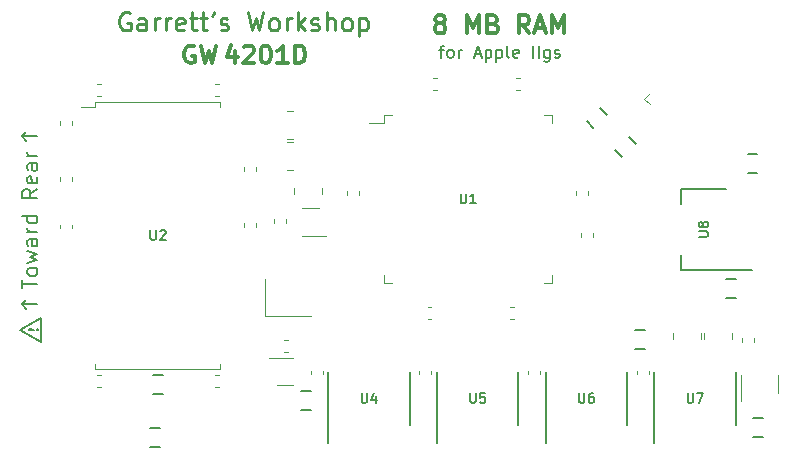
<source format=gto>
G04 #@! TF.GenerationSoftware,KiCad,Pcbnew,(5.1.5-0-10_14)*
G04 #@! TF.CreationDate,2021-04-30T04:14:15-04:00*
G04 #@! TF.ProjectId,RAM2GS,52414d32-4753-42e6-9b69-6361645f7063,2.0*
G04 #@! TF.SameCoordinates,Original*
G04 #@! TF.FileFunction,Legend,Top*
G04 #@! TF.FilePolarity,Positive*
%FSLAX46Y46*%
G04 Gerber Fmt 4.6, Leading zero omitted, Abs format (unit mm)*
G04 Created by KiCad (PCBNEW (5.1.5-0-10_14)) date 2021-04-30 04:14:15*
%MOMM*%
%LPD*%
G04 APERTURE LIST*
%ADD10C,0.200000*%
%ADD11C,0.190500*%
%ADD12C,0.300000*%
%ADD13C,0.203200*%
%ADD14C,0.225000*%
%ADD15C,0.120000*%
%ADD16C,0.152400*%
%ADD17C,0.150000*%
%ADD18C,0.100000*%
%ADD19C,1.448000*%
%ADD20C,2.000000*%
%ADD21C,2.524900*%
%ADD22C,0.937400*%
%ADD23C,1.140600*%
%ADD24C,2.150000*%
G04 APERTURE END LIST*
D10*
X48895000Y-103251000D02*
X47625000Y-103251000D01*
X47625000Y-103251000D02*
X48006000Y-103632000D01*
X48895000Y-117475000D02*
X47625000Y-117475000D01*
X47625000Y-103251000D02*
X48006000Y-102870000D01*
X49276000Y-120650000D02*
X49276000Y-118618000D01*
X49276000Y-118618000D02*
X47498000Y-119634000D01*
X47498000Y-119634000D02*
X49276000Y-120650000D01*
X47625000Y-117475000D02*
X48006000Y-117856000D01*
X47625000Y-117475000D02*
X48006000Y-117094000D01*
X47691523Y-116138476D02*
X47691523Y-115412761D01*
X48961523Y-115775619D02*
X47691523Y-115775619D01*
X48961523Y-114808000D02*
X48901047Y-114928952D01*
X48840571Y-114989428D01*
X48719619Y-115049904D01*
X48356761Y-115049904D01*
X48235809Y-114989428D01*
X48175333Y-114928952D01*
X48114857Y-114808000D01*
X48114857Y-114626571D01*
X48175333Y-114505619D01*
X48235809Y-114445142D01*
X48356761Y-114384666D01*
X48719619Y-114384666D01*
X48840571Y-114445142D01*
X48901047Y-114505619D01*
X48961523Y-114626571D01*
X48961523Y-114808000D01*
X48114857Y-113961333D02*
X48961523Y-113719428D01*
X48356761Y-113477523D01*
X48961523Y-113235619D01*
X48114857Y-112993714D01*
X48961523Y-111965619D02*
X48296285Y-111965619D01*
X48175333Y-112026095D01*
X48114857Y-112147047D01*
X48114857Y-112388952D01*
X48175333Y-112509904D01*
X48901047Y-111965619D02*
X48961523Y-112086571D01*
X48961523Y-112388952D01*
X48901047Y-112509904D01*
X48780095Y-112570380D01*
X48659142Y-112570380D01*
X48538190Y-112509904D01*
X48477714Y-112388952D01*
X48477714Y-112086571D01*
X48417238Y-111965619D01*
X48961523Y-111360857D02*
X48114857Y-111360857D01*
X48356761Y-111360857D02*
X48235809Y-111300380D01*
X48175333Y-111239904D01*
X48114857Y-111118952D01*
X48114857Y-110998000D01*
X48961523Y-110030380D02*
X47691523Y-110030380D01*
X48901047Y-110030380D02*
X48961523Y-110151333D01*
X48961523Y-110393238D01*
X48901047Y-110514190D01*
X48840571Y-110574666D01*
X48719619Y-110635142D01*
X48356761Y-110635142D01*
X48235809Y-110574666D01*
X48175333Y-110514190D01*
X48114857Y-110393238D01*
X48114857Y-110151333D01*
X48175333Y-110030380D01*
X48961523Y-107732285D02*
X48356761Y-108155619D01*
X48961523Y-108458000D02*
X47691523Y-108458000D01*
X47691523Y-107974190D01*
X47752000Y-107853238D01*
X47812476Y-107792761D01*
X47933428Y-107732285D01*
X48114857Y-107732285D01*
X48235809Y-107792761D01*
X48296285Y-107853238D01*
X48356761Y-107974190D01*
X48356761Y-108458000D01*
X48901047Y-106704190D02*
X48961523Y-106825142D01*
X48961523Y-107067047D01*
X48901047Y-107188000D01*
X48780095Y-107248476D01*
X48296285Y-107248476D01*
X48175333Y-107188000D01*
X48114857Y-107067047D01*
X48114857Y-106825142D01*
X48175333Y-106704190D01*
X48296285Y-106643714D01*
X48417238Y-106643714D01*
X48538190Y-107248476D01*
X48961523Y-105555142D02*
X48296285Y-105555142D01*
X48175333Y-105615619D01*
X48114857Y-105736571D01*
X48114857Y-105978476D01*
X48175333Y-106099428D01*
X48901047Y-105555142D02*
X48961523Y-105676095D01*
X48961523Y-105978476D01*
X48901047Y-106099428D01*
X48780095Y-106159904D01*
X48659142Y-106159904D01*
X48538190Y-106099428D01*
X48477714Y-105978476D01*
X48477714Y-105676095D01*
X48417238Y-105555142D01*
X48961523Y-104950380D02*
X48114857Y-104950380D01*
X48356761Y-104950380D02*
X48235809Y-104889904D01*
X48175333Y-104829428D01*
X48114857Y-104708476D01*
X48114857Y-104587523D01*
D11*
X48913142Y-119634000D02*
X48949428Y-119597714D01*
X48985714Y-119634000D01*
X48949428Y-119670285D01*
X48913142Y-119634000D01*
X48985714Y-119634000D01*
X48695428Y-119634000D02*
X48260000Y-119670285D01*
X48223714Y-119634000D01*
X48260000Y-119597714D01*
X48695428Y-119634000D01*
X48223714Y-119634000D01*
D12*
X65711000Y-96071571D02*
X65711000Y-97071571D01*
X65353857Y-95500142D02*
X64996714Y-96571571D01*
X65925285Y-96571571D01*
X66425285Y-95714428D02*
X66496714Y-95643000D01*
X66639571Y-95571571D01*
X66996714Y-95571571D01*
X67139571Y-95643000D01*
X67211000Y-95714428D01*
X67282428Y-95857285D01*
X67282428Y-96000142D01*
X67211000Y-96214428D01*
X66353857Y-97071571D01*
X67282428Y-97071571D01*
X68211000Y-95571571D02*
X68353857Y-95571571D01*
X68496714Y-95643000D01*
X68568142Y-95714428D01*
X68639571Y-95857285D01*
X68711000Y-96143000D01*
X68711000Y-96500142D01*
X68639571Y-96785857D01*
X68568142Y-96928714D01*
X68496714Y-97000142D01*
X68353857Y-97071571D01*
X68211000Y-97071571D01*
X68068142Y-97000142D01*
X67996714Y-96928714D01*
X67925285Y-96785857D01*
X67853857Y-96500142D01*
X67853857Y-96143000D01*
X67925285Y-95857285D01*
X67996714Y-95714428D01*
X68068142Y-95643000D01*
X68211000Y-95571571D01*
X70139571Y-97071571D02*
X69282428Y-97071571D01*
X69711000Y-97071571D02*
X69711000Y-95571571D01*
X69568142Y-95785857D01*
X69425285Y-95928714D01*
X69282428Y-96000142D01*
X70782428Y-97071571D02*
X70782428Y-95571571D01*
X71139571Y-95571571D01*
X71353857Y-95643000D01*
X71496714Y-95785857D01*
X71568142Y-95928714D01*
X71639571Y-96214428D01*
X71639571Y-96428714D01*
X71568142Y-96714428D01*
X71496714Y-96857285D01*
X71353857Y-97000142D01*
X71139571Y-97071571D01*
X70782428Y-97071571D01*
D13*
X82985428Y-95921285D02*
X83372476Y-95921285D01*
X83130571Y-96598619D02*
X83130571Y-95727761D01*
X83178952Y-95631000D01*
X83275714Y-95582619D01*
X83372476Y-95582619D01*
X83856285Y-96598619D02*
X83759523Y-96550238D01*
X83711142Y-96501857D01*
X83662761Y-96405095D01*
X83662761Y-96114809D01*
X83711142Y-96018047D01*
X83759523Y-95969666D01*
X83856285Y-95921285D01*
X84001428Y-95921285D01*
X84098190Y-95969666D01*
X84146571Y-96018047D01*
X84194952Y-96114809D01*
X84194952Y-96405095D01*
X84146571Y-96501857D01*
X84098190Y-96550238D01*
X84001428Y-96598619D01*
X83856285Y-96598619D01*
X84630380Y-96598619D02*
X84630380Y-95921285D01*
X84630380Y-96114809D02*
X84678761Y-96018047D01*
X84727142Y-95969666D01*
X84823904Y-95921285D01*
X84920666Y-95921285D01*
X85985047Y-96308333D02*
X86468857Y-96308333D01*
X85888285Y-96598619D02*
X86226952Y-95582619D01*
X86565619Y-96598619D01*
X86904285Y-95921285D02*
X86904285Y-96937285D01*
X86904285Y-95969666D02*
X87001047Y-95921285D01*
X87194571Y-95921285D01*
X87291333Y-95969666D01*
X87339714Y-96018047D01*
X87388095Y-96114809D01*
X87388095Y-96405095D01*
X87339714Y-96501857D01*
X87291333Y-96550238D01*
X87194571Y-96598619D01*
X87001047Y-96598619D01*
X86904285Y-96550238D01*
X87823523Y-95921285D02*
X87823523Y-96937285D01*
X87823523Y-95969666D02*
X87920285Y-95921285D01*
X88113809Y-95921285D01*
X88210571Y-95969666D01*
X88258952Y-96018047D01*
X88307333Y-96114809D01*
X88307333Y-96405095D01*
X88258952Y-96501857D01*
X88210571Y-96550238D01*
X88113809Y-96598619D01*
X87920285Y-96598619D01*
X87823523Y-96550238D01*
X88887904Y-96598619D02*
X88791142Y-96550238D01*
X88742761Y-96453476D01*
X88742761Y-95582619D01*
X89662000Y-96550238D02*
X89565238Y-96598619D01*
X89371714Y-96598619D01*
X89274952Y-96550238D01*
X89226571Y-96453476D01*
X89226571Y-96066428D01*
X89274952Y-95969666D01*
X89371714Y-95921285D01*
X89565238Y-95921285D01*
X89662000Y-95969666D01*
X89710380Y-96066428D01*
X89710380Y-96163190D01*
X89226571Y-96259952D01*
X90919904Y-96598619D02*
X90919904Y-95582619D01*
X91403714Y-96598619D02*
X91403714Y-95582619D01*
X92322952Y-95921285D02*
X92322952Y-96743761D01*
X92274571Y-96840523D01*
X92226190Y-96888904D01*
X92129428Y-96937285D01*
X91984285Y-96937285D01*
X91887523Y-96888904D01*
X92322952Y-96550238D02*
X92226190Y-96598619D01*
X92032666Y-96598619D01*
X91935904Y-96550238D01*
X91887523Y-96501857D01*
X91839142Y-96405095D01*
X91839142Y-96114809D01*
X91887523Y-96018047D01*
X91935904Y-95969666D01*
X92032666Y-95921285D01*
X92226190Y-95921285D01*
X92322952Y-95969666D01*
X92758380Y-96550238D02*
X92855142Y-96598619D01*
X93048666Y-96598619D01*
X93145428Y-96550238D01*
X93193809Y-96453476D01*
X93193809Y-96405095D01*
X93145428Y-96308333D01*
X93048666Y-96259952D01*
X92903523Y-96259952D01*
X92806761Y-96211571D01*
X92758380Y-96114809D01*
X92758380Y-96066428D01*
X92806761Y-95969666D01*
X92903523Y-95921285D01*
X93048666Y-95921285D01*
X93145428Y-95969666D01*
D12*
X62249571Y-95643000D02*
X62106714Y-95571571D01*
X61892428Y-95571571D01*
X61678142Y-95643000D01*
X61535285Y-95785857D01*
X61463857Y-95928714D01*
X61392428Y-96214428D01*
X61392428Y-96428714D01*
X61463857Y-96714428D01*
X61535285Y-96857285D01*
X61678142Y-97000142D01*
X61892428Y-97071571D01*
X62035285Y-97071571D01*
X62249571Y-97000142D01*
X62321000Y-96928714D01*
X62321000Y-96428714D01*
X62035285Y-96428714D01*
X62821000Y-95571571D02*
X63178142Y-97071571D01*
X63463857Y-96000142D01*
X63749571Y-97071571D01*
X64106714Y-95571571D01*
D14*
X56769000Y-92837000D02*
X56623857Y-92764428D01*
X56406142Y-92764428D01*
X56188428Y-92837000D01*
X56043285Y-92982142D01*
X55970714Y-93127285D01*
X55898142Y-93417571D01*
X55898142Y-93635285D01*
X55970714Y-93925571D01*
X56043285Y-94070714D01*
X56188428Y-94215857D01*
X56406142Y-94288428D01*
X56551285Y-94288428D01*
X56769000Y-94215857D01*
X56841571Y-94143285D01*
X56841571Y-93635285D01*
X56551285Y-93635285D01*
X58147857Y-94288428D02*
X58147857Y-93490142D01*
X58075285Y-93345000D01*
X57930142Y-93272428D01*
X57639857Y-93272428D01*
X57494714Y-93345000D01*
X58147857Y-94215857D02*
X58002714Y-94288428D01*
X57639857Y-94288428D01*
X57494714Y-94215857D01*
X57422142Y-94070714D01*
X57422142Y-93925571D01*
X57494714Y-93780428D01*
X57639857Y-93707857D01*
X58002714Y-93707857D01*
X58147857Y-93635285D01*
X58873571Y-94288428D02*
X58873571Y-93272428D01*
X58873571Y-93562714D02*
X58946142Y-93417571D01*
X59018714Y-93345000D01*
X59163857Y-93272428D01*
X59309000Y-93272428D01*
X59817000Y-94288428D02*
X59817000Y-93272428D01*
X59817000Y-93562714D02*
X59889571Y-93417571D01*
X59962142Y-93345000D01*
X60107285Y-93272428D01*
X60252428Y-93272428D01*
X61341000Y-94215857D02*
X61195857Y-94288428D01*
X60905571Y-94288428D01*
X60760428Y-94215857D01*
X60687857Y-94070714D01*
X60687857Y-93490142D01*
X60760428Y-93345000D01*
X60905571Y-93272428D01*
X61195857Y-93272428D01*
X61341000Y-93345000D01*
X61413571Y-93490142D01*
X61413571Y-93635285D01*
X60687857Y-93780428D01*
X61849000Y-93272428D02*
X62429571Y-93272428D01*
X62066714Y-92764428D02*
X62066714Y-94070714D01*
X62139285Y-94215857D01*
X62284428Y-94288428D01*
X62429571Y-94288428D01*
X62719857Y-93272428D02*
X63300428Y-93272428D01*
X62937571Y-92764428D02*
X62937571Y-94070714D01*
X63010142Y-94215857D01*
X63155285Y-94288428D01*
X63300428Y-94288428D01*
X63881000Y-92764428D02*
X63881000Y-92837000D01*
X63808428Y-92982142D01*
X63735857Y-93054714D01*
X64461571Y-94215857D02*
X64606714Y-94288428D01*
X64897000Y-94288428D01*
X65042142Y-94215857D01*
X65114714Y-94070714D01*
X65114714Y-93998142D01*
X65042142Y-93853000D01*
X64897000Y-93780428D01*
X64679285Y-93780428D01*
X64534142Y-93707857D01*
X64461571Y-93562714D01*
X64461571Y-93490142D01*
X64534142Y-93345000D01*
X64679285Y-93272428D01*
X64897000Y-93272428D01*
X65042142Y-93345000D01*
X66783857Y-92764428D02*
X67146714Y-94288428D01*
X67437000Y-93199857D01*
X67727285Y-94288428D01*
X68090142Y-92764428D01*
X68888428Y-94288428D02*
X68743285Y-94215857D01*
X68670714Y-94143285D01*
X68598142Y-93998142D01*
X68598142Y-93562714D01*
X68670714Y-93417571D01*
X68743285Y-93345000D01*
X68888428Y-93272428D01*
X69106142Y-93272428D01*
X69251285Y-93345000D01*
X69323857Y-93417571D01*
X69396428Y-93562714D01*
X69396428Y-93998142D01*
X69323857Y-94143285D01*
X69251285Y-94215857D01*
X69106142Y-94288428D01*
X68888428Y-94288428D01*
X70049571Y-94288428D02*
X70049571Y-93272428D01*
X70049571Y-93562714D02*
X70122142Y-93417571D01*
X70194714Y-93345000D01*
X70339857Y-93272428D01*
X70485000Y-93272428D01*
X70993000Y-94288428D02*
X70993000Y-92764428D01*
X71138142Y-93707857D02*
X71573571Y-94288428D01*
X71573571Y-93272428D02*
X70993000Y-93853000D01*
X72154142Y-94215857D02*
X72299285Y-94288428D01*
X72589571Y-94288428D01*
X72734714Y-94215857D01*
X72807285Y-94070714D01*
X72807285Y-93998142D01*
X72734714Y-93853000D01*
X72589571Y-93780428D01*
X72371857Y-93780428D01*
X72226714Y-93707857D01*
X72154142Y-93562714D01*
X72154142Y-93490142D01*
X72226714Y-93345000D01*
X72371857Y-93272428D01*
X72589571Y-93272428D01*
X72734714Y-93345000D01*
X73460428Y-94288428D02*
X73460428Y-92764428D01*
X74113571Y-94288428D02*
X74113571Y-93490142D01*
X74041000Y-93345000D01*
X73895857Y-93272428D01*
X73678142Y-93272428D01*
X73533000Y-93345000D01*
X73460428Y-93417571D01*
X75057000Y-94288428D02*
X74911857Y-94215857D01*
X74839285Y-94143285D01*
X74766714Y-93998142D01*
X74766714Y-93562714D01*
X74839285Y-93417571D01*
X74911857Y-93345000D01*
X75057000Y-93272428D01*
X75274714Y-93272428D01*
X75419857Y-93345000D01*
X75492428Y-93417571D01*
X75565000Y-93562714D01*
X75565000Y-93998142D01*
X75492428Y-94143285D01*
X75419857Y-94215857D01*
X75274714Y-94288428D01*
X75057000Y-94288428D01*
X76218142Y-93272428D02*
X76218142Y-94796428D01*
X76218142Y-93345000D02*
X76363285Y-93272428D01*
X76653571Y-93272428D01*
X76798714Y-93345000D01*
X76871285Y-93417571D01*
X76943857Y-93562714D01*
X76943857Y-93998142D01*
X76871285Y-94143285D01*
X76798714Y-94215857D01*
X76653571Y-94288428D01*
X76363285Y-94288428D01*
X76218142Y-94215857D01*
D12*
X82912857Y-93671571D02*
X82767714Y-93599000D01*
X82695142Y-93526428D01*
X82622571Y-93381285D01*
X82622571Y-93308714D01*
X82695142Y-93163571D01*
X82767714Y-93091000D01*
X82912857Y-93018428D01*
X83203142Y-93018428D01*
X83348285Y-93091000D01*
X83420857Y-93163571D01*
X83493428Y-93308714D01*
X83493428Y-93381285D01*
X83420857Y-93526428D01*
X83348285Y-93599000D01*
X83203142Y-93671571D01*
X82912857Y-93671571D01*
X82767714Y-93744142D01*
X82695142Y-93816714D01*
X82622571Y-93961857D01*
X82622571Y-94252142D01*
X82695142Y-94397285D01*
X82767714Y-94469857D01*
X82912857Y-94542428D01*
X83203142Y-94542428D01*
X83348285Y-94469857D01*
X83420857Y-94397285D01*
X83493428Y-94252142D01*
X83493428Y-93961857D01*
X83420857Y-93816714D01*
X83348285Y-93744142D01*
X83203142Y-93671571D01*
X85307714Y-94542428D02*
X85307714Y-93018428D01*
X85815714Y-94107000D01*
X86323714Y-93018428D01*
X86323714Y-94542428D01*
X87557428Y-93744142D02*
X87775142Y-93816714D01*
X87847714Y-93889285D01*
X87920285Y-94034428D01*
X87920285Y-94252142D01*
X87847714Y-94397285D01*
X87775142Y-94469857D01*
X87630000Y-94542428D01*
X87049428Y-94542428D01*
X87049428Y-93018428D01*
X87557428Y-93018428D01*
X87702571Y-93091000D01*
X87775142Y-93163571D01*
X87847714Y-93308714D01*
X87847714Y-93453857D01*
X87775142Y-93599000D01*
X87702571Y-93671571D01*
X87557428Y-93744142D01*
X87049428Y-93744142D01*
X90605428Y-94542428D02*
X90097428Y-93816714D01*
X89734571Y-94542428D02*
X89734571Y-93018428D01*
X90315142Y-93018428D01*
X90460285Y-93091000D01*
X90532857Y-93163571D01*
X90605428Y-93308714D01*
X90605428Y-93526428D01*
X90532857Y-93671571D01*
X90460285Y-93744142D01*
X90315142Y-93816714D01*
X89734571Y-93816714D01*
X91186000Y-94107000D02*
X91911714Y-94107000D01*
X91040857Y-94542428D02*
X91548857Y-93018428D01*
X92056857Y-94542428D01*
X92564857Y-94542428D02*
X92564857Y-93018428D01*
X93072857Y-94107000D01*
X93580857Y-93018428D01*
X93580857Y-94542428D01*
D15*
X108520000Y-123490000D02*
X108520000Y-125650000D01*
X111680000Y-123490000D02*
X111680000Y-124950000D01*
D16*
X100406400Y-119700000D02*
X99593600Y-119700000D01*
X100406400Y-121300000D02*
X99593600Y-121300000D01*
D15*
X109660000Y-120662779D02*
X109660000Y-120337221D01*
X108640000Y-120662779D02*
X108640000Y-120337221D01*
X100710000Y-123087221D02*
X100710000Y-123412779D01*
X99690000Y-123087221D02*
X99690000Y-123412779D01*
D17*
X73575000Y-129200000D02*
X73575000Y-123225000D01*
X80475000Y-127675000D02*
X80475000Y-123225000D01*
D15*
X71370000Y-111660000D02*
X73400000Y-111660000D01*
X72780000Y-109340000D02*
X71370000Y-109340000D01*
X70630000Y-121990000D02*
X68600000Y-121990000D01*
X69220000Y-124310000D02*
X70630000Y-124310000D01*
D16*
X109487000Y-114560000D02*
X103477000Y-114560000D01*
X107237000Y-107740000D02*
X103477000Y-107740000D01*
X103477000Y-114560000D02*
X103477000Y-113300000D01*
X103477000Y-107740000D02*
X103477000Y-109000000D01*
D17*
X91975000Y-129200000D02*
X91975000Y-123225000D01*
X98875000Y-127675000D02*
X98875000Y-123225000D01*
X101175000Y-129200000D02*
X101175000Y-123225000D01*
X108075000Y-127675000D02*
X108075000Y-123225000D01*
X82775000Y-129200000D02*
X82775000Y-123225000D01*
X89675000Y-127675000D02*
X89675000Y-123225000D01*
D15*
X91810000Y-115660000D02*
X92510000Y-115660000D01*
X92510000Y-115660000D02*
X92510000Y-114960000D01*
X78990000Y-115660000D02*
X78290000Y-115660000D01*
X78290000Y-115660000D02*
X78290000Y-114960000D01*
X91810000Y-101440000D02*
X92510000Y-101440000D01*
X92510000Y-101440000D02*
X92510000Y-102140000D01*
X78990000Y-101440000D02*
X78290000Y-101440000D01*
X78290000Y-101440000D02*
X78290000Y-102140000D01*
X78290000Y-102140000D02*
X77000000Y-102140000D01*
X53987221Y-99860000D02*
X54312779Y-99860000D01*
X53987221Y-98840000D02*
X54312779Y-98840000D01*
D16*
X58743600Y-125050000D02*
X59556400Y-125050000D01*
X58743600Y-123450000D02*
X59556400Y-123450000D01*
D15*
X70162779Y-120540000D02*
X69837221Y-120540000D01*
X70162779Y-121560000D02*
X69837221Y-121560000D01*
X70010000Y-110562779D02*
X70010000Y-110237221D01*
X68990000Y-110562779D02*
X68990000Y-110237221D01*
X100779923Y-100516974D02*
X100330910Y-100067962D01*
X100330910Y-100067962D02*
X100779923Y-99618949D01*
X52650000Y-100750000D02*
X53850000Y-100750000D01*
X53850000Y-100750000D02*
X53850000Y-100350000D01*
X53850000Y-100350000D02*
X64450000Y-100350000D01*
X53850000Y-122950000D02*
X64450000Y-122950000D01*
X64450000Y-100350000D02*
X64450000Y-100750000D01*
X64450000Y-122550000D02*
X64450000Y-122950000D01*
X53850000Y-122550000D02*
X53850000Y-122950000D01*
D16*
X107293600Y-116950000D02*
X108106400Y-116950000D01*
X107293600Y-115350000D02*
X108106400Y-115350000D01*
X109093600Y-106350000D02*
X109906400Y-106350000D01*
X109093600Y-104750000D02*
X109906400Y-104750000D01*
X109575600Y-128689000D02*
X110388400Y-128689000D01*
X109575600Y-127089000D02*
X110388400Y-127089000D01*
X59334400Y-127978000D02*
X58521600Y-127978000D01*
X59334400Y-129578000D02*
X58521600Y-129578000D01*
D15*
X72090000Y-123087221D02*
X72090000Y-123412779D01*
X73110000Y-123087221D02*
X73110000Y-123412779D01*
X95610000Y-108212779D02*
X95610000Y-107887221D01*
X94590000Y-108212779D02*
X94590000Y-107887221D01*
X63987221Y-124460000D02*
X64312779Y-124460000D01*
X63987221Y-123440000D02*
X64312779Y-123440000D01*
X51860000Y-102262779D02*
X51860000Y-101937221D01*
X50840000Y-102262779D02*
X50840000Y-101937221D01*
X89487221Y-99360000D02*
X89812779Y-99360000D01*
X89487221Y-98340000D02*
X89812779Y-98340000D01*
X94990000Y-111487221D02*
X94990000Y-111812779D01*
X96010000Y-111487221D02*
X96010000Y-111812779D01*
X82487221Y-99360000D02*
X82812779Y-99360000D01*
X82487221Y-98340000D02*
X82812779Y-98340000D01*
X63987221Y-99860000D02*
X64312779Y-99860000D01*
X63987221Y-98840000D02*
X64312779Y-98840000D01*
X53987221Y-124460000D02*
X54312779Y-124460000D01*
X53987221Y-123440000D02*
X54312779Y-123440000D01*
X66440000Y-110637221D02*
X66440000Y-110962779D01*
X67460000Y-110637221D02*
X67460000Y-110962779D01*
X51860000Y-107062779D02*
X51860000Y-106737221D01*
X50840000Y-107062779D02*
X50840000Y-106737221D01*
X88987221Y-118760000D02*
X89312779Y-118760000D01*
X88987221Y-117740000D02*
X89312779Y-117740000D01*
X81987221Y-118760000D02*
X82312779Y-118760000D01*
X81987221Y-117740000D02*
X82312779Y-117740000D01*
X76210000Y-108212779D02*
X76210000Y-107887221D01*
X75190000Y-108212779D02*
X75190000Y-107887221D01*
X51860000Y-111062779D02*
X51860000Y-110737221D01*
X50840000Y-111062779D02*
X50840000Y-110737221D01*
X66440000Y-105837221D02*
X66440000Y-106162779D01*
X67460000Y-105837221D02*
X67460000Y-106162779D01*
X81290000Y-123087221D02*
X81290000Y-123412779D01*
X82310000Y-123087221D02*
X82310000Y-123412779D01*
X90490000Y-123087221D02*
X90490000Y-123412779D01*
X91510000Y-123087221D02*
X91510000Y-123412779D01*
D16*
X95446946Y-101978317D02*
X96021683Y-102553054D01*
X96578317Y-100846946D02*
X97153054Y-101421683D01*
X99603054Y-103871683D02*
X99028317Y-103296946D01*
X98471683Y-105003054D02*
X97896946Y-104428317D01*
X71293600Y-126450000D02*
X72106400Y-126450000D01*
X71293600Y-124850000D02*
X72106400Y-124850000D01*
D15*
X70720000Y-107650000D02*
X70720000Y-108150000D01*
X73080000Y-107650000D02*
X73080000Y-108150000D01*
X70600000Y-101120000D02*
X70100000Y-101120000D01*
X70600000Y-103480000D02*
X70100000Y-103480000D01*
X70600000Y-103720000D02*
X70100000Y-103720000D01*
X70600000Y-106080000D02*
X70100000Y-106080000D01*
X102770000Y-119900000D02*
X102770000Y-120400000D01*
X105130000Y-119900000D02*
X105130000Y-120400000D01*
X105420000Y-119900000D02*
X105420000Y-120400000D01*
X107780000Y-119900000D02*
X107780000Y-120400000D01*
X68200000Y-118500000D02*
X68200000Y-115300000D01*
X68200000Y-118500000D02*
X72100000Y-118500000D01*
D13*
X76405723Y-125004895D02*
X76405723Y-125662876D01*
X76444428Y-125740285D01*
X76483133Y-125778990D01*
X76560542Y-125817695D01*
X76715361Y-125817695D01*
X76792771Y-125778990D01*
X76831476Y-125740285D01*
X76870180Y-125662876D01*
X76870180Y-125004895D01*
X77605571Y-125275828D02*
X77605571Y-125817695D01*
X77412047Y-124966190D02*
X77218523Y-125546761D01*
X77721685Y-125546761D01*
X104941895Y-111769276D02*
X105599876Y-111769276D01*
X105677285Y-111730571D01*
X105715990Y-111691866D01*
X105754695Y-111614457D01*
X105754695Y-111459638D01*
X105715990Y-111382228D01*
X105677285Y-111343523D01*
X105599876Y-111304819D01*
X104941895Y-111304819D01*
X105290238Y-110801657D02*
X105251533Y-110879066D01*
X105212828Y-110917771D01*
X105135419Y-110956476D01*
X105096714Y-110956476D01*
X105019304Y-110917771D01*
X104980600Y-110879066D01*
X104941895Y-110801657D01*
X104941895Y-110646838D01*
X104980600Y-110569428D01*
X105019304Y-110530723D01*
X105096714Y-110492019D01*
X105135419Y-110492019D01*
X105212828Y-110530723D01*
X105251533Y-110569428D01*
X105290238Y-110646838D01*
X105290238Y-110801657D01*
X105328942Y-110879066D01*
X105367647Y-110917771D01*
X105445057Y-110956476D01*
X105599876Y-110956476D01*
X105677285Y-110917771D01*
X105715990Y-110879066D01*
X105754695Y-110801657D01*
X105754695Y-110646838D01*
X105715990Y-110569428D01*
X105677285Y-110530723D01*
X105599876Y-110492019D01*
X105445057Y-110492019D01*
X105367647Y-110530723D01*
X105328942Y-110569428D01*
X105290238Y-110646838D01*
X94805723Y-125004895D02*
X94805723Y-125662876D01*
X94844428Y-125740285D01*
X94883133Y-125778990D01*
X94960542Y-125817695D01*
X95115361Y-125817695D01*
X95192771Y-125778990D01*
X95231476Y-125740285D01*
X95270180Y-125662876D01*
X95270180Y-125004895D01*
X96005571Y-125004895D02*
X95850752Y-125004895D01*
X95773342Y-125043600D01*
X95734638Y-125082304D01*
X95657228Y-125198419D01*
X95618523Y-125353238D01*
X95618523Y-125662876D01*
X95657228Y-125740285D01*
X95695933Y-125778990D01*
X95773342Y-125817695D01*
X95928161Y-125817695D01*
X96005571Y-125778990D01*
X96044276Y-125740285D01*
X96082980Y-125662876D01*
X96082980Y-125469352D01*
X96044276Y-125391942D01*
X96005571Y-125353238D01*
X95928161Y-125314533D01*
X95773342Y-125314533D01*
X95695933Y-125353238D01*
X95657228Y-125391942D01*
X95618523Y-125469352D01*
X104005723Y-125004895D02*
X104005723Y-125662876D01*
X104044428Y-125740285D01*
X104083133Y-125778990D01*
X104160542Y-125817695D01*
X104315361Y-125817695D01*
X104392771Y-125778990D01*
X104431476Y-125740285D01*
X104470180Y-125662876D01*
X104470180Y-125004895D01*
X104779819Y-125004895D02*
X105321685Y-125004895D01*
X104973342Y-125817695D01*
X85605723Y-125004895D02*
X85605723Y-125662876D01*
X85644428Y-125740285D01*
X85683133Y-125778990D01*
X85760542Y-125817695D01*
X85915361Y-125817695D01*
X85992771Y-125778990D01*
X86031476Y-125740285D01*
X86070180Y-125662876D01*
X86070180Y-125004895D01*
X86844276Y-125004895D02*
X86457228Y-125004895D01*
X86418523Y-125391942D01*
X86457228Y-125353238D01*
X86534638Y-125314533D01*
X86728161Y-125314533D01*
X86805571Y-125353238D01*
X86844276Y-125391942D01*
X86882980Y-125469352D01*
X86882980Y-125662876D01*
X86844276Y-125740285D01*
X86805571Y-125778990D01*
X86728161Y-125817695D01*
X86534638Y-125817695D01*
X86457228Y-125778990D01*
X86418523Y-125740285D01*
X84780723Y-108104895D02*
X84780723Y-108762876D01*
X84819428Y-108840285D01*
X84858133Y-108878990D01*
X84935542Y-108917695D01*
X85090361Y-108917695D01*
X85167771Y-108878990D01*
X85206476Y-108840285D01*
X85245180Y-108762876D01*
X85245180Y-108104895D01*
X86057980Y-108917695D02*
X85593523Y-108917695D01*
X85825752Y-108917695D02*
X85825752Y-108104895D01*
X85748342Y-108221009D01*
X85670933Y-108298419D01*
X85593523Y-108337123D01*
X58530723Y-111204895D02*
X58530723Y-111862876D01*
X58569428Y-111940285D01*
X58608133Y-111978990D01*
X58685542Y-112017695D01*
X58840361Y-112017695D01*
X58917771Y-111978990D01*
X58956476Y-111940285D01*
X58995180Y-111862876D01*
X58995180Y-111204895D01*
X59343523Y-111282304D02*
X59382228Y-111243600D01*
X59459638Y-111204895D01*
X59653161Y-111204895D01*
X59730571Y-111243600D01*
X59769276Y-111282304D01*
X59807980Y-111359714D01*
X59807980Y-111437123D01*
X59769276Y-111553238D01*
X59304819Y-112017695D01*
X59807980Y-112017695D01*
%LPC*%
D18*
G36*
X113538000Y-139446000D02*
G01*
X113030000Y-139954000D01*
X55626000Y-139954000D01*
X55118000Y-139446000D01*
X55118000Y-132080000D01*
X113538000Y-132080000D01*
X113538000Y-139446000D01*
G37*
G36*
X109355878Y-124575903D02*
G01*
X109374079Y-124578603D01*
X109391928Y-124583074D01*
X109409253Y-124589273D01*
X109425887Y-124597140D01*
X109441669Y-124606599D01*
X109456449Y-124617561D01*
X109470083Y-124629917D01*
X109482439Y-124643551D01*
X109493401Y-124658331D01*
X109502860Y-124674113D01*
X109510727Y-124690747D01*
X109516926Y-124708072D01*
X109521397Y-124725921D01*
X109524097Y-124744122D01*
X109525000Y-124762500D01*
X109525000Y-125837500D01*
X109524097Y-125855878D01*
X109521397Y-125874079D01*
X109516926Y-125891928D01*
X109510727Y-125909253D01*
X109502860Y-125925887D01*
X109493401Y-125941669D01*
X109482439Y-125956449D01*
X109470083Y-125970083D01*
X109456449Y-125982439D01*
X109441669Y-125993401D01*
X109425887Y-126002860D01*
X109409253Y-126010727D01*
X109391928Y-126016926D01*
X109374079Y-126021397D01*
X109355878Y-126024097D01*
X109337500Y-126025000D01*
X108962500Y-126025000D01*
X108944122Y-126024097D01*
X108925921Y-126021397D01*
X108908072Y-126016926D01*
X108890747Y-126010727D01*
X108874113Y-126002860D01*
X108858331Y-125993401D01*
X108843551Y-125982439D01*
X108829917Y-125970083D01*
X108817561Y-125956449D01*
X108806599Y-125941669D01*
X108797140Y-125925887D01*
X108789273Y-125909253D01*
X108783074Y-125891928D01*
X108778603Y-125874079D01*
X108775903Y-125855878D01*
X108775000Y-125837500D01*
X108775000Y-124762500D01*
X108775903Y-124744122D01*
X108778603Y-124725921D01*
X108783074Y-124708072D01*
X108789273Y-124690747D01*
X108797140Y-124674113D01*
X108806599Y-124658331D01*
X108817561Y-124643551D01*
X108829917Y-124629917D01*
X108843551Y-124617561D01*
X108858331Y-124606599D01*
X108874113Y-124597140D01*
X108890747Y-124589273D01*
X108908072Y-124583074D01*
X108925921Y-124578603D01*
X108944122Y-124575903D01*
X108962500Y-124575000D01*
X109337500Y-124575000D01*
X109355878Y-124575903D01*
G37*
G36*
X111255878Y-124575903D02*
G01*
X111274079Y-124578603D01*
X111291928Y-124583074D01*
X111309253Y-124589273D01*
X111325887Y-124597140D01*
X111341669Y-124606599D01*
X111356449Y-124617561D01*
X111370083Y-124629917D01*
X111382439Y-124643551D01*
X111393401Y-124658331D01*
X111402860Y-124674113D01*
X111410727Y-124690747D01*
X111416926Y-124708072D01*
X111421397Y-124725921D01*
X111424097Y-124744122D01*
X111425000Y-124762500D01*
X111425000Y-125837500D01*
X111424097Y-125855878D01*
X111421397Y-125874079D01*
X111416926Y-125891928D01*
X111410727Y-125909253D01*
X111402860Y-125925887D01*
X111393401Y-125941669D01*
X111382439Y-125956449D01*
X111370083Y-125970083D01*
X111356449Y-125982439D01*
X111341669Y-125993401D01*
X111325887Y-126002860D01*
X111309253Y-126010727D01*
X111291928Y-126016926D01*
X111274079Y-126021397D01*
X111255878Y-126024097D01*
X111237500Y-126025000D01*
X110862500Y-126025000D01*
X110844122Y-126024097D01*
X110825921Y-126021397D01*
X110808072Y-126016926D01*
X110790747Y-126010727D01*
X110774113Y-126002860D01*
X110758331Y-125993401D01*
X110743551Y-125982439D01*
X110729917Y-125970083D01*
X110717561Y-125956449D01*
X110706599Y-125941669D01*
X110697140Y-125925887D01*
X110689273Y-125909253D01*
X110683074Y-125891928D01*
X110678603Y-125874079D01*
X110675903Y-125855878D01*
X110675000Y-125837500D01*
X110675000Y-124762500D01*
X110675903Y-124744122D01*
X110678603Y-124725921D01*
X110683074Y-124708072D01*
X110689273Y-124690747D01*
X110697140Y-124674113D01*
X110706599Y-124658331D01*
X110717561Y-124643551D01*
X110729917Y-124629917D01*
X110743551Y-124617561D01*
X110758331Y-124606599D01*
X110774113Y-124597140D01*
X110790747Y-124589273D01*
X110808072Y-124583074D01*
X110825921Y-124578603D01*
X110844122Y-124575903D01*
X110862500Y-124575000D01*
X111237500Y-124575000D01*
X111255878Y-124575903D01*
G37*
G36*
X110305878Y-124575903D02*
G01*
X110324079Y-124578603D01*
X110341928Y-124583074D01*
X110359253Y-124589273D01*
X110375887Y-124597140D01*
X110391669Y-124606599D01*
X110406449Y-124617561D01*
X110420083Y-124629917D01*
X110432439Y-124643551D01*
X110443401Y-124658331D01*
X110452860Y-124674113D01*
X110460727Y-124690747D01*
X110466926Y-124708072D01*
X110471397Y-124725921D01*
X110474097Y-124744122D01*
X110475000Y-124762500D01*
X110475000Y-125837500D01*
X110474097Y-125855878D01*
X110471397Y-125874079D01*
X110466926Y-125891928D01*
X110460727Y-125909253D01*
X110452860Y-125925887D01*
X110443401Y-125941669D01*
X110432439Y-125956449D01*
X110420083Y-125970083D01*
X110406449Y-125982439D01*
X110391669Y-125993401D01*
X110375887Y-126002860D01*
X110359253Y-126010727D01*
X110341928Y-126016926D01*
X110324079Y-126021397D01*
X110305878Y-126024097D01*
X110287500Y-126025000D01*
X109912500Y-126025000D01*
X109894122Y-126024097D01*
X109875921Y-126021397D01*
X109858072Y-126016926D01*
X109840747Y-126010727D01*
X109824113Y-126002860D01*
X109808331Y-125993401D01*
X109793551Y-125982439D01*
X109779917Y-125970083D01*
X109767561Y-125956449D01*
X109756599Y-125941669D01*
X109747140Y-125925887D01*
X109739273Y-125909253D01*
X109733074Y-125891928D01*
X109728603Y-125874079D01*
X109725903Y-125855878D01*
X109725000Y-125837500D01*
X109725000Y-124762500D01*
X109725903Y-124744122D01*
X109728603Y-124725921D01*
X109733074Y-124708072D01*
X109739273Y-124690747D01*
X109747140Y-124674113D01*
X109756599Y-124658331D01*
X109767561Y-124643551D01*
X109779917Y-124629917D01*
X109793551Y-124617561D01*
X109808331Y-124606599D01*
X109824113Y-124597140D01*
X109840747Y-124589273D01*
X109858072Y-124583074D01*
X109875921Y-124578603D01*
X109894122Y-124575903D01*
X109912500Y-124575000D01*
X110287500Y-124575000D01*
X110305878Y-124575903D01*
G37*
G36*
X109355878Y-122475903D02*
G01*
X109374079Y-122478603D01*
X109391928Y-122483074D01*
X109409253Y-122489273D01*
X109425887Y-122497140D01*
X109441669Y-122506599D01*
X109456449Y-122517561D01*
X109470083Y-122529917D01*
X109482439Y-122543551D01*
X109493401Y-122558331D01*
X109502860Y-122574113D01*
X109510727Y-122590747D01*
X109516926Y-122608072D01*
X109521397Y-122625921D01*
X109524097Y-122644122D01*
X109525000Y-122662500D01*
X109525000Y-123737500D01*
X109524097Y-123755878D01*
X109521397Y-123774079D01*
X109516926Y-123791928D01*
X109510727Y-123809253D01*
X109502860Y-123825887D01*
X109493401Y-123841669D01*
X109482439Y-123856449D01*
X109470083Y-123870083D01*
X109456449Y-123882439D01*
X109441669Y-123893401D01*
X109425887Y-123902860D01*
X109409253Y-123910727D01*
X109391928Y-123916926D01*
X109374079Y-123921397D01*
X109355878Y-123924097D01*
X109337500Y-123925000D01*
X108962500Y-123925000D01*
X108944122Y-123924097D01*
X108925921Y-123921397D01*
X108908072Y-123916926D01*
X108890747Y-123910727D01*
X108874113Y-123902860D01*
X108858331Y-123893401D01*
X108843551Y-123882439D01*
X108829917Y-123870083D01*
X108817561Y-123856449D01*
X108806599Y-123841669D01*
X108797140Y-123825887D01*
X108789273Y-123809253D01*
X108783074Y-123791928D01*
X108778603Y-123774079D01*
X108775903Y-123755878D01*
X108775000Y-123737500D01*
X108775000Y-122662500D01*
X108775903Y-122644122D01*
X108778603Y-122625921D01*
X108783074Y-122608072D01*
X108789273Y-122590747D01*
X108797140Y-122574113D01*
X108806599Y-122558331D01*
X108817561Y-122543551D01*
X108829917Y-122529917D01*
X108843551Y-122517561D01*
X108858331Y-122506599D01*
X108874113Y-122497140D01*
X108890747Y-122489273D01*
X108908072Y-122483074D01*
X108925921Y-122478603D01*
X108944122Y-122475903D01*
X108962500Y-122475000D01*
X109337500Y-122475000D01*
X109355878Y-122475903D01*
G37*
G36*
X111255878Y-122475903D02*
G01*
X111274079Y-122478603D01*
X111291928Y-122483074D01*
X111309253Y-122489273D01*
X111325887Y-122497140D01*
X111341669Y-122506599D01*
X111356449Y-122517561D01*
X111370083Y-122529917D01*
X111382439Y-122543551D01*
X111393401Y-122558331D01*
X111402860Y-122574113D01*
X111410727Y-122590747D01*
X111416926Y-122608072D01*
X111421397Y-122625921D01*
X111424097Y-122644122D01*
X111425000Y-122662500D01*
X111425000Y-123737500D01*
X111424097Y-123755878D01*
X111421397Y-123774079D01*
X111416926Y-123791928D01*
X111410727Y-123809253D01*
X111402860Y-123825887D01*
X111393401Y-123841669D01*
X111382439Y-123856449D01*
X111370083Y-123870083D01*
X111356449Y-123882439D01*
X111341669Y-123893401D01*
X111325887Y-123902860D01*
X111309253Y-123910727D01*
X111291928Y-123916926D01*
X111274079Y-123921397D01*
X111255878Y-123924097D01*
X111237500Y-123925000D01*
X110862500Y-123925000D01*
X110844122Y-123924097D01*
X110825921Y-123921397D01*
X110808072Y-123916926D01*
X110790747Y-123910727D01*
X110774113Y-123902860D01*
X110758331Y-123893401D01*
X110743551Y-123882439D01*
X110729917Y-123870083D01*
X110717561Y-123856449D01*
X110706599Y-123841669D01*
X110697140Y-123825887D01*
X110689273Y-123809253D01*
X110683074Y-123791928D01*
X110678603Y-123774079D01*
X110675903Y-123755878D01*
X110675000Y-123737500D01*
X110675000Y-122662500D01*
X110675903Y-122644122D01*
X110678603Y-122625921D01*
X110683074Y-122608072D01*
X110689273Y-122590747D01*
X110697140Y-122574113D01*
X110706599Y-122558331D01*
X110717561Y-122543551D01*
X110729917Y-122529917D01*
X110743551Y-122517561D01*
X110758331Y-122506599D01*
X110774113Y-122497140D01*
X110790747Y-122489273D01*
X110808072Y-122483074D01*
X110825921Y-122478603D01*
X110844122Y-122475903D01*
X110862500Y-122475000D01*
X111237500Y-122475000D01*
X111255878Y-122475903D01*
G37*
G36*
X99310779Y-119751144D02*
G01*
X99333834Y-119754563D01*
X99356443Y-119760227D01*
X99378387Y-119768079D01*
X99399457Y-119778044D01*
X99419448Y-119790026D01*
X99438168Y-119803910D01*
X99455438Y-119819562D01*
X99471090Y-119836832D01*
X99484974Y-119855552D01*
X99496956Y-119875543D01*
X99506921Y-119896613D01*
X99514773Y-119918557D01*
X99520437Y-119941166D01*
X99523856Y-119964221D01*
X99525000Y-119987500D01*
X99525000Y-121012500D01*
X99523856Y-121035779D01*
X99520437Y-121058834D01*
X99514773Y-121081443D01*
X99506921Y-121103387D01*
X99496956Y-121124457D01*
X99484974Y-121144448D01*
X99471090Y-121163168D01*
X99455438Y-121180438D01*
X99438168Y-121196090D01*
X99419448Y-121209974D01*
X99399457Y-121221956D01*
X99378387Y-121231921D01*
X99356443Y-121239773D01*
X99333834Y-121245437D01*
X99310779Y-121248856D01*
X99287500Y-121250000D01*
X98812500Y-121250000D01*
X98789221Y-121248856D01*
X98766166Y-121245437D01*
X98743557Y-121239773D01*
X98721613Y-121231921D01*
X98700543Y-121221956D01*
X98680552Y-121209974D01*
X98661832Y-121196090D01*
X98644562Y-121180438D01*
X98628910Y-121163168D01*
X98615026Y-121144448D01*
X98603044Y-121124457D01*
X98593079Y-121103387D01*
X98585227Y-121081443D01*
X98579563Y-121058834D01*
X98576144Y-121035779D01*
X98575000Y-121012500D01*
X98575000Y-119987500D01*
X98576144Y-119964221D01*
X98579563Y-119941166D01*
X98585227Y-119918557D01*
X98593079Y-119896613D01*
X98603044Y-119875543D01*
X98615026Y-119855552D01*
X98628910Y-119836832D01*
X98644562Y-119819562D01*
X98661832Y-119803910D01*
X98680552Y-119790026D01*
X98700543Y-119778044D01*
X98721613Y-119768079D01*
X98743557Y-119760227D01*
X98766166Y-119754563D01*
X98789221Y-119751144D01*
X98812500Y-119750000D01*
X99287500Y-119750000D01*
X99310779Y-119751144D01*
G37*
G36*
X101210779Y-119751144D02*
G01*
X101233834Y-119754563D01*
X101256443Y-119760227D01*
X101278387Y-119768079D01*
X101299457Y-119778044D01*
X101319448Y-119790026D01*
X101338168Y-119803910D01*
X101355438Y-119819562D01*
X101371090Y-119836832D01*
X101384974Y-119855552D01*
X101396956Y-119875543D01*
X101406921Y-119896613D01*
X101414773Y-119918557D01*
X101420437Y-119941166D01*
X101423856Y-119964221D01*
X101425000Y-119987500D01*
X101425000Y-121012500D01*
X101423856Y-121035779D01*
X101420437Y-121058834D01*
X101414773Y-121081443D01*
X101406921Y-121103387D01*
X101396956Y-121124457D01*
X101384974Y-121144448D01*
X101371090Y-121163168D01*
X101355438Y-121180438D01*
X101338168Y-121196090D01*
X101319448Y-121209974D01*
X101299457Y-121221956D01*
X101278387Y-121231921D01*
X101256443Y-121239773D01*
X101233834Y-121245437D01*
X101210779Y-121248856D01*
X101187500Y-121250000D01*
X100712500Y-121250000D01*
X100689221Y-121248856D01*
X100666166Y-121245437D01*
X100643557Y-121239773D01*
X100621613Y-121231921D01*
X100600543Y-121221956D01*
X100580552Y-121209974D01*
X100561832Y-121196090D01*
X100544562Y-121180438D01*
X100528910Y-121163168D01*
X100515026Y-121144448D01*
X100503044Y-121124457D01*
X100493079Y-121103387D01*
X100485227Y-121081443D01*
X100479563Y-121058834D01*
X100476144Y-121035779D01*
X100475000Y-121012500D01*
X100475000Y-119987500D01*
X100476144Y-119964221D01*
X100479563Y-119941166D01*
X100485227Y-119918557D01*
X100493079Y-119896613D01*
X100503044Y-119875543D01*
X100515026Y-119855552D01*
X100528910Y-119836832D01*
X100544562Y-119819562D01*
X100561832Y-119803910D01*
X100580552Y-119790026D01*
X100600543Y-119778044D01*
X100621613Y-119768079D01*
X100643557Y-119760227D01*
X100666166Y-119754563D01*
X100689221Y-119751144D01*
X100712500Y-119750000D01*
X101187500Y-119750000D01*
X101210779Y-119751144D01*
G37*
G36*
X109460779Y-119276144D02*
G01*
X109483834Y-119279563D01*
X109506443Y-119285227D01*
X109528387Y-119293079D01*
X109549457Y-119303044D01*
X109569448Y-119315026D01*
X109588168Y-119328910D01*
X109605438Y-119344562D01*
X109621090Y-119361832D01*
X109634974Y-119380552D01*
X109646956Y-119400543D01*
X109656921Y-119421613D01*
X109664773Y-119443557D01*
X109670437Y-119466166D01*
X109673856Y-119489221D01*
X109675000Y-119512500D01*
X109675000Y-119987500D01*
X109673856Y-120010779D01*
X109670437Y-120033834D01*
X109664773Y-120056443D01*
X109656921Y-120078387D01*
X109646956Y-120099457D01*
X109634974Y-120119448D01*
X109621090Y-120138168D01*
X109605438Y-120155438D01*
X109588168Y-120171090D01*
X109569448Y-120184974D01*
X109549457Y-120196956D01*
X109528387Y-120206921D01*
X109506443Y-120214773D01*
X109483834Y-120220437D01*
X109460779Y-120223856D01*
X109437500Y-120225000D01*
X108862500Y-120225000D01*
X108839221Y-120223856D01*
X108816166Y-120220437D01*
X108793557Y-120214773D01*
X108771613Y-120206921D01*
X108750543Y-120196956D01*
X108730552Y-120184974D01*
X108711832Y-120171090D01*
X108694562Y-120155438D01*
X108678910Y-120138168D01*
X108665026Y-120119448D01*
X108653044Y-120099457D01*
X108643079Y-120078387D01*
X108635227Y-120056443D01*
X108629563Y-120033834D01*
X108626144Y-120010779D01*
X108625000Y-119987500D01*
X108625000Y-119512500D01*
X108626144Y-119489221D01*
X108629563Y-119466166D01*
X108635227Y-119443557D01*
X108643079Y-119421613D01*
X108653044Y-119400543D01*
X108665026Y-119380552D01*
X108678910Y-119361832D01*
X108694562Y-119344562D01*
X108711832Y-119328910D01*
X108730552Y-119315026D01*
X108750543Y-119303044D01*
X108771613Y-119293079D01*
X108793557Y-119285227D01*
X108816166Y-119279563D01*
X108839221Y-119276144D01*
X108862500Y-119275000D01*
X109437500Y-119275000D01*
X109460779Y-119276144D01*
G37*
G36*
X109460779Y-120776144D02*
G01*
X109483834Y-120779563D01*
X109506443Y-120785227D01*
X109528387Y-120793079D01*
X109549457Y-120803044D01*
X109569448Y-120815026D01*
X109588168Y-120828910D01*
X109605438Y-120844562D01*
X109621090Y-120861832D01*
X109634974Y-120880552D01*
X109646956Y-120900543D01*
X109656921Y-120921613D01*
X109664773Y-120943557D01*
X109670437Y-120966166D01*
X109673856Y-120989221D01*
X109675000Y-121012500D01*
X109675000Y-121487500D01*
X109673856Y-121510779D01*
X109670437Y-121533834D01*
X109664773Y-121556443D01*
X109656921Y-121578387D01*
X109646956Y-121599457D01*
X109634974Y-121619448D01*
X109621090Y-121638168D01*
X109605438Y-121655438D01*
X109588168Y-121671090D01*
X109569448Y-121684974D01*
X109549457Y-121696956D01*
X109528387Y-121706921D01*
X109506443Y-121714773D01*
X109483834Y-121720437D01*
X109460779Y-121723856D01*
X109437500Y-121725000D01*
X108862500Y-121725000D01*
X108839221Y-121723856D01*
X108816166Y-121720437D01*
X108793557Y-121714773D01*
X108771613Y-121706921D01*
X108750543Y-121696956D01*
X108730552Y-121684974D01*
X108711832Y-121671090D01*
X108694562Y-121655438D01*
X108678910Y-121638168D01*
X108665026Y-121619448D01*
X108653044Y-121599457D01*
X108643079Y-121578387D01*
X108635227Y-121556443D01*
X108629563Y-121533834D01*
X108626144Y-121510779D01*
X108625000Y-121487500D01*
X108625000Y-121012500D01*
X108626144Y-120989221D01*
X108629563Y-120966166D01*
X108635227Y-120943557D01*
X108643079Y-120921613D01*
X108653044Y-120900543D01*
X108665026Y-120880552D01*
X108678910Y-120861832D01*
X108694562Y-120844562D01*
X108711832Y-120828910D01*
X108730552Y-120815026D01*
X108750543Y-120803044D01*
X108771613Y-120793079D01*
X108793557Y-120785227D01*
X108816166Y-120779563D01*
X108839221Y-120776144D01*
X108862500Y-120775000D01*
X109437500Y-120775000D01*
X109460779Y-120776144D01*
G37*
D19*
X111506000Y-115189000D03*
D20*
X110236000Y-117983000D03*
D18*
G36*
X100510779Y-122026144D02*
G01*
X100533834Y-122029563D01*
X100556443Y-122035227D01*
X100578387Y-122043079D01*
X100599457Y-122053044D01*
X100619448Y-122065026D01*
X100638168Y-122078910D01*
X100655438Y-122094562D01*
X100671090Y-122111832D01*
X100684974Y-122130552D01*
X100696956Y-122150543D01*
X100706921Y-122171613D01*
X100714773Y-122193557D01*
X100720437Y-122216166D01*
X100723856Y-122239221D01*
X100725000Y-122262500D01*
X100725000Y-122737500D01*
X100723856Y-122760779D01*
X100720437Y-122783834D01*
X100714773Y-122806443D01*
X100706921Y-122828387D01*
X100696956Y-122849457D01*
X100684974Y-122869448D01*
X100671090Y-122888168D01*
X100655438Y-122905438D01*
X100638168Y-122921090D01*
X100619448Y-122934974D01*
X100599457Y-122946956D01*
X100578387Y-122956921D01*
X100556443Y-122964773D01*
X100533834Y-122970437D01*
X100510779Y-122973856D01*
X100487500Y-122975000D01*
X99912500Y-122975000D01*
X99889221Y-122973856D01*
X99866166Y-122970437D01*
X99843557Y-122964773D01*
X99821613Y-122956921D01*
X99800543Y-122946956D01*
X99780552Y-122934974D01*
X99761832Y-122921090D01*
X99744562Y-122905438D01*
X99728910Y-122888168D01*
X99715026Y-122869448D01*
X99703044Y-122849457D01*
X99693079Y-122828387D01*
X99685227Y-122806443D01*
X99679563Y-122783834D01*
X99676144Y-122760779D01*
X99675000Y-122737500D01*
X99675000Y-122262500D01*
X99676144Y-122239221D01*
X99679563Y-122216166D01*
X99685227Y-122193557D01*
X99693079Y-122171613D01*
X99703044Y-122150543D01*
X99715026Y-122130552D01*
X99728910Y-122111832D01*
X99744562Y-122094562D01*
X99761832Y-122078910D01*
X99780552Y-122065026D01*
X99800543Y-122053044D01*
X99821613Y-122043079D01*
X99843557Y-122035227D01*
X99866166Y-122029563D01*
X99889221Y-122026144D01*
X99912500Y-122025000D01*
X100487500Y-122025000D01*
X100510779Y-122026144D01*
G37*
G36*
X100510779Y-123526144D02*
G01*
X100533834Y-123529563D01*
X100556443Y-123535227D01*
X100578387Y-123543079D01*
X100599457Y-123553044D01*
X100619448Y-123565026D01*
X100638168Y-123578910D01*
X100655438Y-123594562D01*
X100671090Y-123611832D01*
X100684974Y-123630552D01*
X100696956Y-123650543D01*
X100706921Y-123671613D01*
X100714773Y-123693557D01*
X100720437Y-123716166D01*
X100723856Y-123739221D01*
X100725000Y-123762500D01*
X100725000Y-124237500D01*
X100723856Y-124260779D01*
X100720437Y-124283834D01*
X100714773Y-124306443D01*
X100706921Y-124328387D01*
X100696956Y-124349457D01*
X100684974Y-124369448D01*
X100671090Y-124388168D01*
X100655438Y-124405438D01*
X100638168Y-124421090D01*
X100619448Y-124434974D01*
X100599457Y-124446956D01*
X100578387Y-124456921D01*
X100556443Y-124464773D01*
X100533834Y-124470437D01*
X100510779Y-124473856D01*
X100487500Y-124475000D01*
X99912500Y-124475000D01*
X99889221Y-124473856D01*
X99866166Y-124470437D01*
X99843557Y-124464773D01*
X99821613Y-124456921D01*
X99800543Y-124446956D01*
X99780552Y-124434974D01*
X99761832Y-124421090D01*
X99744562Y-124405438D01*
X99728910Y-124388168D01*
X99715026Y-124369448D01*
X99703044Y-124349457D01*
X99693079Y-124328387D01*
X99685227Y-124306443D01*
X99679563Y-124283834D01*
X99676144Y-124260779D01*
X99675000Y-124237500D01*
X99675000Y-123762500D01*
X99676144Y-123739221D01*
X99679563Y-123716166D01*
X99685227Y-123693557D01*
X99693079Y-123671613D01*
X99703044Y-123650543D01*
X99715026Y-123630552D01*
X99728910Y-123611832D01*
X99744562Y-123594562D01*
X99761832Y-123578910D01*
X99780552Y-123565026D01*
X99800543Y-123553044D01*
X99821613Y-123543079D01*
X99843557Y-123535227D01*
X99866166Y-123529563D01*
X99889221Y-123526144D01*
X99912500Y-123525000D01*
X100487500Y-123525000D01*
X100510779Y-123526144D01*
G37*
G36*
X74236703Y-121751600D02*
G01*
X74248789Y-121753392D01*
X74260640Y-121756361D01*
X74272144Y-121760477D01*
X74283189Y-121765701D01*
X74293668Y-121771982D01*
X74303482Y-121779260D01*
X74312535Y-121787465D01*
X74320740Y-121796518D01*
X74328018Y-121806332D01*
X74334299Y-121816811D01*
X74339523Y-121827856D01*
X74343639Y-121839360D01*
X74346608Y-121851211D01*
X74348400Y-121863297D01*
X74349000Y-121875500D01*
X74349000Y-123124500D01*
X74348400Y-123136703D01*
X74346608Y-123148789D01*
X74343639Y-123160640D01*
X74339523Y-123172144D01*
X74334299Y-123183189D01*
X74328018Y-123193668D01*
X74320740Y-123203482D01*
X74312535Y-123212535D01*
X74303482Y-123220740D01*
X74293668Y-123228018D01*
X74283189Y-123234299D01*
X74272144Y-123239523D01*
X74260640Y-123243639D01*
X74248789Y-123246608D01*
X74236703Y-123248400D01*
X74224500Y-123249000D01*
X73975500Y-123249000D01*
X73963297Y-123248400D01*
X73951211Y-123246608D01*
X73939360Y-123243639D01*
X73927856Y-123239523D01*
X73916811Y-123234299D01*
X73906332Y-123228018D01*
X73896518Y-123220740D01*
X73887465Y-123212535D01*
X73879260Y-123203482D01*
X73871982Y-123193668D01*
X73865701Y-123183189D01*
X73860477Y-123172144D01*
X73856361Y-123160640D01*
X73853392Y-123148789D01*
X73851600Y-123136703D01*
X73851000Y-123124500D01*
X73851000Y-121875500D01*
X73851600Y-121863297D01*
X73853392Y-121851211D01*
X73856361Y-121839360D01*
X73860477Y-121827856D01*
X73865701Y-121816811D01*
X73871982Y-121806332D01*
X73879260Y-121796518D01*
X73887465Y-121787465D01*
X73896518Y-121779260D01*
X73906332Y-121771982D01*
X73916811Y-121765701D01*
X73927856Y-121760477D01*
X73939360Y-121756361D01*
X73951211Y-121753392D01*
X73963297Y-121751600D01*
X73975500Y-121751000D01*
X74224500Y-121751000D01*
X74236703Y-121751600D01*
G37*
G36*
X74886703Y-121751600D02*
G01*
X74898789Y-121753392D01*
X74910640Y-121756361D01*
X74922144Y-121760477D01*
X74933189Y-121765701D01*
X74943668Y-121771982D01*
X74953482Y-121779260D01*
X74962535Y-121787465D01*
X74970740Y-121796518D01*
X74978018Y-121806332D01*
X74984299Y-121816811D01*
X74989523Y-121827856D01*
X74993639Y-121839360D01*
X74996608Y-121851211D01*
X74998400Y-121863297D01*
X74999000Y-121875500D01*
X74999000Y-123124500D01*
X74998400Y-123136703D01*
X74996608Y-123148789D01*
X74993639Y-123160640D01*
X74989523Y-123172144D01*
X74984299Y-123183189D01*
X74978018Y-123193668D01*
X74970740Y-123203482D01*
X74962535Y-123212535D01*
X74953482Y-123220740D01*
X74943668Y-123228018D01*
X74933189Y-123234299D01*
X74922144Y-123239523D01*
X74910640Y-123243639D01*
X74898789Y-123246608D01*
X74886703Y-123248400D01*
X74874500Y-123249000D01*
X74625500Y-123249000D01*
X74613297Y-123248400D01*
X74601211Y-123246608D01*
X74589360Y-123243639D01*
X74577856Y-123239523D01*
X74566811Y-123234299D01*
X74556332Y-123228018D01*
X74546518Y-123220740D01*
X74537465Y-123212535D01*
X74529260Y-123203482D01*
X74521982Y-123193668D01*
X74515701Y-123183189D01*
X74510477Y-123172144D01*
X74506361Y-123160640D01*
X74503392Y-123148789D01*
X74501600Y-123136703D01*
X74501000Y-123124500D01*
X74501000Y-121875500D01*
X74501600Y-121863297D01*
X74503392Y-121851211D01*
X74506361Y-121839360D01*
X74510477Y-121827856D01*
X74515701Y-121816811D01*
X74521982Y-121806332D01*
X74529260Y-121796518D01*
X74537465Y-121787465D01*
X74546518Y-121779260D01*
X74556332Y-121771982D01*
X74566811Y-121765701D01*
X74577856Y-121760477D01*
X74589360Y-121756361D01*
X74601211Y-121753392D01*
X74613297Y-121751600D01*
X74625500Y-121751000D01*
X74874500Y-121751000D01*
X74886703Y-121751600D01*
G37*
G36*
X75536703Y-121751600D02*
G01*
X75548789Y-121753392D01*
X75560640Y-121756361D01*
X75572144Y-121760477D01*
X75583189Y-121765701D01*
X75593668Y-121771982D01*
X75603482Y-121779260D01*
X75612535Y-121787465D01*
X75620740Y-121796518D01*
X75628018Y-121806332D01*
X75634299Y-121816811D01*
X75639523Y-121827856D01*
X75643639Y-121839360D01*
X75646608Y-121851211D01*
X75648400Y-121863297D01*
X75649000Y-121875500D01*
X75649000Y-123124500D01*
X75648400Y-123136703D01*
X75646608Y-123148789D01*
X75643639Y-123160640D01*
X75639523Y-123172144D01*
X75634299Y-123183189D01*
X75628018Y-123193668D01*
X75620740Y-123203482D01*
X75612535Y-123212535D01*
X75603482Y-123220740D01*
X75593668Y-123228018D01*
X75583189Y-123234299D01*
X75572144Y-123239523D01*
X75560640Y-123243639D01*
X75548789Y-123246608D01*
X75536703Y-123248400D01*
X75524500Y-123249000D01*
X75275500Y-123249000D01*
X75263297Y-123248400D01*
X75251211Y-123246608D01*
X75239360Y-123243639D01*
X75227856Y-123239523D01*
X75216811Y-123234299D01*
X75206332Y-123228018D01*
X75196518Y-123220740D01*
X75187465Y-123212535D01*
X75179260Y-123203482D01*
X75171982Y-123193668D01*
X75165701Y-123183189D01*
X75160477Y-123172144D01*
X75156361Y-123160640D01*
X75153392Y-123148789D01*
X75151600Y-123136703D01*
X75151000Y-123124500D01*
X75151000Y-121875500D01*
X75151600Y-121863297D01*
X75153392Y-121851211D01*
X75156361Y-121839360D01*
X75160477Y-121827856D01*
X75165701Y-121816811D01*
X75171982Y-121806332D01*
X75179260Y-121796518D01*
X75187465Y-121787465D01*
X75196518Y-121779260D01*
X75206332Y-121771982D01*
X75216811Y-121765701D01*
X75227856Y-121760477D01*
X75239360Y-121756361D01*
X75251211Y-121753392D01*
X75263297Y-121751600D01*
X75275500Y-121751000D01*
X75524500Y-121751000D01*
X75536703Y-121751600D01*
G37*
G36*
X76186703Y-121751600D02*
G01*
X76198789Y-121753392D01*
X76210640Y-121756361D01*
X76222144Y-121760477D01*
X76233189Y-121765701D01*
X76243668Y-121771982D01*
X76253482Y-121779260D01*
X76262535Y-121787465D01*
X76270740Y-121796518D01*
X76278018Y-121806332D01*
X76284299Y-121816811D01*
X76289523Y-121827856D01*
X76293639Y-121839360D01*
X76296608Y-121851211D01*
X76298400Y-121863297D01*
X76299000Y-121875500D01*
X76299000Y-123124500D01*
X76298400Y-123136703D01*
X76296608Y-123148789D01*
X76293639Y-123160640D01*
X76289523Y-123172144D01*
X76284299Y-123183189D01*
X76278018Y-123193668D01*
X76270740Y-123203482D01*
X76262535Y-123212535D01*
X76253482Y-123220740D01*
X76243668Y-123228018D01*
X76233189Y-123234299D01*
X76222144Y-123239523D01*
X76210640Y-123243639D01*
X76198789Y-123246608D01*
X76186703Y-123248400D01*
X76174500Y-123249000D01*
X75925500Y-123249000D01*
X75913297Y-123248400D01*
X75901211Y-123246608D01*
X75889360Y-123243639D01*
X75877856Y-123239523D01*
X75866811Y-123234299D01*
X75856332Y-123228018D01*
X75846518Y-123220740D01*
X75837465Y-123212535D01*
X75829260Y-123203482D01*
X75821982Y-123193668D01*
X75815701Y-123183189D01*
X75810477Y-123172144D01*
X75806361Y-123160640D01*
X75803392Y-123148789D01*
X75801600Y-123136703D01*
X75801000Y-123124500D01*
X75801000Y-121875500D01*
X75801600Y-121863297D01*
X75803392Y-121851211D01*
X75806361Y-121839360D01*
X75810477Y-121827856D01*
X75815701Y-121816811D01*
X75821982Y-121806332D01*
X75829260Y-121796518D01*
X75837465Y-121787465D01*
X75846518Y-121779260D01*
X75856332Y-121771982D01*
X75866811Y-121765701D01*
X75877856Y-121760477D01*
X75889360Y-121756361D01*
X75901211Y-121753392D01*
X75913297Y-121751600D01*
X75925500Y-121751000D01*
X76174500Y-121751000D01*
X76186703Y-121751600D01*
G37*
G36*
X76836703Y-121751600D02*
G01*
X76848789Y-121753392D01*
X76860640Y-121756361D01*
X76872144Y-121760477D01*
X76883189Y-121765701D01*
X76893668Y-121771982D01*
X76903482Y-121779260D01*
X76912535Y-121787465D01*
X76920740Y-121796518D01*
X76928018Y-121806332D01*
X76934299Y-121816811D01*
X76939523Y-121827856D01*
X76943639Y-121839360D01*
X76946608Y-121851211D01*
X76948400Y-121863297D01*
X76949000Y-121875500D01*
X76949000Y-123124500D01*
X76948400Y-123136703D01*
X76946608Y-123148789D01*
X76943639Y-123160640D01*
X76939523Y-123172144D01*
X76934299Y-123183189D01*
X76928018Y-123193668D01*
X76920740Y-123203482D01*
X76912535Y-123212535D01*
X76903482Y-123220740D01*
X76893668Y-123228018D01*
X76883189Y-123234299D01*
X76872144Y-123239523D01*
X76860640Y-123243639D01*
X76848789Y-123246608D01*
X76836703Y-123248400D01*
X76824500Y-123249000D01*
X76575500Y-123249000D01*
X76563297Y-123248400D01*
X76551211Y-123246608D01*
X76539360Y-123243639D01*
X76527856Y-123239523D01*
X76516811Y-123234299D01*
X76506332Y-123228018D01*
X76496518Y-123220740D01*
X76487465Y-123212535D01*
X76479260Y-123203482D01*
X76471982Y-123193668D01*
X76465701Y-123183189D01*
X76460477Y-123172144D01*
X76456361Y-123160640D01*
X76453392Y-123148789D01*
X76451600Y-123136703D01*
X76451000Y-123124500D01*
X76451000Y-121875500D01*
X76451600Y-121863297D01*
X76453392Y-121851211D01*
X76456361Y-121839360D01*
X76460477Y-121827856D01*
X76465701Y-121816811D01*
X76471982Y-121806332D01*
X76479260Y-121796518D01*
X76487465Y-121787465D01*
X76496518Y-121779260D01*
X76506332Y-121771982D01*
X76516811Y-121765701D01*
X76527856Y-121760477D01*
X76539360Y-121756361D01*
X76551211Y-121753392D01*
X76563297Y-121751600D01*
X76575500Y-121751000D01*
X76824500Y-121751000D01*
X76836703Y-121751600D01*
G37*
G36*
X77486703Y-121751600D02*
G01*
X77498789Y-121753392D01*
X77510640Y-121756361D01*
X77522144Y-121760477D01*
X77533189Y-121765701D01*
X77543668Y-121771982D01*
X77553482Y-121779260D01*
X77562535Y-121787465D01*
X77570740Y-121796518D01*
X77578018Y-121806332D01*
X77584299Y-121816811D01*
X77589523Y-121827856D01*
X77593639Y-121839360D01*
X77596608Y-121851211D01*
X77598400Y-121863297D01*
X77599000Y-121875500D01*
X77599000Y-123124500D01*
X77598400Y-123136703D01*
X77596608Y-123148789D01*
X77593639Y-123160640D01*
X77589523Y-123172144D01*
X77584299Y-123183189D01*
X77578018Y-123193668D01*
X77570740Y-123203482D01*
X77562535Y-123212535D01*
X77553482Y-123220740D01*
X77543668Y-123228018D01*
X77533189Y-123234299D01*
X77522144Y-123239523D01*
X77510640Y-123243639D01*
X77498789Y-123246608D01*
X77486703Y-123248400D01*
X77474500Y-123249000D01*
X77225500Y-123249000D01*
X77213297Y-123248400D01*
X77201211Y-123246608D01*
X77189360Y-123243639D01*
X77177856Y-123239523D01*
X77166811Y-123234299D01*
X77156332Y-123228018D01*
X77146518Y-123220740D01*
X77137465Y-123212535D01*
X77129260Y-123203482D01*
X77121982Y-123193668D01*
X77115701Y-123183189D01*
X77110477Y-123172144D01*
X77106361Y-123160640D01*
X77103392Y-123148789D01*
X77101600Y-123136703D01*
X77101000Y-123124500D01*
X77101000Y-121875500D01*
X77101600Y-121863297D01*
X77103392Y-121851211D01*
X77106361Y-121839360D01*
X77110477Y-121827856D01*
X77115701Y-121816811D01*
X77121982Y-121806332D01*
X77129260Y-121796518D01*
X77137465Y-121787465D01*
X77146518Y-121779260D01*
X77156332Y-121771982D01*
X77166811Y-121765701D01*
X77177856Y-121760477D01*
X77189360Y-121756361D01*
X77201211Y-121753392D01*
X77213297Y-121751600D01*
X77225500Y-121751000D01*
X77474500Y-121751000D01*
X77486703Y-121751600D01*
G37*
G36*
X78136703Y-121751600D02*
G01*
X78148789Y-121753392D01*
X78160640Y-121756361D01*
X78172144Y-121760477D01*
X78183189Y-121765701D01*
X78193668Y-121771982D01*
X78203482Y-121779260D01*
X78212535Y-121787465D01*
X78220740Y-121796518D01*
X78228018Y-121806332D01*
X78234299Y-121816811D01*
X78239523Y-121827856D01*
X78243639Y-121839360D01*
X78246608Y-121851211D01*
X78248400Y-121863297D01*
X78249000Y-121875500D01*
X78249000Y-123124500D01*
X78248400Y-123136703D01*
X78246608Y-123148789D01*
X78243639Y-123160640D01*
X78239523Y-123172144D01*
X78234299Y-123183189D01*
X78228018Y-123193668D01*
X78220740Y-123203482D01*
X78212535Y-123212535D01*
X78203482Y-123220740D01*
X78193668Y-123228018D01*
X78183189Y-123234299D01*
X78172144Y-123239523D01*
X78160640Y-123243639D01*
X78148789Y-123246608D01*
X78136703Y-123248400D01*
X78124500Y-123249000D01*
X77875500Y-123249000D01*
X77863297Y-123248400D01*
X77851211Y-123246608D01*
X77839360Y-123243639D01*
X77827856Y-123239523D01*
X77816811Y-123234299D01*
X77806332Y-123228018D01*
X77796518Y-123220740D01*
X77787465Y-123212535D01*
X77779260Y-123203482D01*
X77771982Y-123193668D01*
X77765701Y-123183189D01*
X77760477Y-123172144D01*
X77756361Y-123160640D01*
X77753392Y-123148789D01*
X77751600Y-123136703D01*
X77751000Y-123124500D01*
X77751000Y-121875500D01*
X77751600Y-121863297D01*
X77753392Y-121851211D01*
X77756361Y-121839360D01*
X77760477Y-121827856D01*
X77765701Y-121816811D01*
X77771982Y-121806332D01*
X77779260Y-121796518D01*
X77787465Y-121787465D01*
X77796518Y-121779260D01*
X77806332Y-121771982D01*
X77816811Y-121765701D01*
X77827856Y-121760477D01*
X77839360Y-121756361D01*
X77851211Y-121753392D01*
X77863297Y-121751600D01*
X77875500Y-121751000D01*
X78124500Y-121751000D01*
X78136703Y-121751600D01*
G37*
G36*
X78786703Y-121751600D02*
G01*
X78798789Y-121753392D01*
X78810640Y-121756361D01*
X78822144Y-121760477D01*
X78833189Y-121765701D01*
X78843668Y-121771982D01*
X78853482Y-121779260D01*
X78862535Y-121787465D01*
X78870740Y-121796518D01*
X78878018Y-121806332D01*
X78884299Y-121816811D01*
X78889523Y-121827856D01*
X78893639Y-121839360D01*
X78896608Y-121851211D01*
X78898400Y-121863297D01*
X78899000Y-121875500D01*
X78899000Y-123124500D01*
X78898400Y-123136703D01*
X78896608Y-123148789D01*
X78893639Y-123160640D01*
X78889523Y-123172144D01*
X78884299Y-123183189D01*
X78878018Y-123193668D01*
X78870740Y-123203482D01*
X78862535Y-123212535D01*
X78853482Y-123220740D01*
X78843668Y-123228018D01*
X78833189Y-123234299D01*
X78822144Y-123239523D01*
X78810640Y-123243639D01*
X78798789Y-123246608D01*
X78786703Y-123248400D01*
X78774500Y-123249000D01*
X78525500Y-123249000D01*
X78513297Y-123248400D01*
X78501211Y-123246608D01*
X78489360Y-123243639D01*
X78477856Y-123239523D01*
X78466811Y-123234299D01*
X78456332Y-123228018D01*
X78446518Y-123220740D01*
X78437465Y-123212535D01*
X78429260Y-123203482D01*
X78421982Y-123193668D01*
X78415701Y-123183189D01*
X78410477Y-123172144D01*
X78406361Y-123160640D01*
X78403392Y-123148789D01*
X78401600Y-123136703D01*
X78401000Y-123124500D01*
X78401000Y-121875500D01*
X78401600Y-121863297D01*
X78403392Y-121851211D01*
X78406361Y-121839360D01*
X78410477Y-121827856D01*
X78415701Y-121816811D01*
X78421982Y-121806332D01*
X78429260Y-121796518D01*
X78437465Y-121787465D01*
X78446518Y-121779260D01*
X78456332Y-121771982D01*
X78466811Y-121765701D01*
X78477856Y-121760477D01*
X78489360Y-121756361D01*
X78501211Y-121753392D01*
X78513297Y-121751600D01*
X78525500Y-121751000D01*
X78774500Y-121751000D01*
X78786703Y-121751600D01*
G37*
G36*
X79436703Y-121751600D02*
G01*
X79448789Y-121753392D01*
X79460640Y-121756361D01*
X79472144Y-121760477D01*
X79483189Y-121765701D01*
X79493668Y-121771982D01*
X79503482Y-121779260D01*
X79512535Y-121787465D01*
X79520740Y-121796518D01*
X79528018Y-121806332D01*
X79534299Y-121816811D01*
X79539523Y-121827856D01*
X79543639Y-121839360D01*
X79546608Y-121851211D01*
X79548400Y-121863297D01*
X79549000Y-121875500D01*
X79549000Y-123124500D01*
X79548400Y-123136703D01*
X79546608Y-123148789D01*
X79543639Y-123160640D01*
X79539523Y-123172144D01*
X79534299Y-123183189D01*
X79528018Y-123193668D01*
X79520740Y-123203482D01*
X79512535Y-123212535D01*
X79503482Y-123220740D01*
X79493668Y-123228018D01*
X79483189Y-123234299D01*
X79472144Y-123239523D01*
X79460640Y-123243639D01*
X79448789Y-123246608D01*
X79436703Y-123248400D01*
X79424500Y-123249000D01*
X79175500Y-123249000D01*
X79163297Y-123248400D01*
X79151211Y-123246608D01*
X79139360Y-123243639D01*
X79127856Y-123239523D01*
X79116811Y-123234299D01*
X79106332Y-123228018D01*
X79096518Y-123220740D01*
X79087465Y-123212535D01*
X79079260Y-123203482D01*
X79071982Y-123193668D01*
X79065701Y-123183189D01*
X79060477Y-123172144D01*
X79056361Y-123160640D01*
X79053392Y-123148789D01*
X79051600Y-123136703D01*
X79051000Y-123124500D01*
X79051000Y-121875500D01*
X79051600Y-121863297D01*
X79053392Y-121851211D01*
X79056361Y-121839360D01*
X79060477Y-121827856D01*
X79065701Y-121816811D01*
X79071982Y-121806332D01*
X79079260Y-121796518D01*
X79087465Y-121787465D01*
X79096518Y-121779260D01*
X79106332Y-121771982D01*
X79116811Y-121765701D01*
X79127856Y-121760477D01*
X79139360Y-121756361D01*
X79151211Y-121753392D01*
X79163297Y-121751600D01*
X79175500Y-121751000D01*
X79424500Y-121751000D01*
X79436703Y-121751600D01*
G37*
G36*
X80086703Y-121751600D02*
G01*
X80098789Y-121753392D01*
X80110640Y-121756361D01*
X80122144Y-121760477D01*
X80133189Y-121765701D01*
X80143668Y-121771982D01*
X80153482Y-121779260D01*
X80162535Y-121787465D01*
X80170740Y-121796518D01*
X80178018Y-121806332D01*
X80184299Y-121816811D01*
X80189523Y-121827856D01*
X80193639Y-121839360D01*
X80196608Y-121851211D01*
X80198400Y-121863297D01*
X80199000Y-121875500D01*
X80199000Y-123124500D01*
X80198400Y-123136703D01*
X80196608Y-123148789D01*
X80193639Y-123160640D01*
X80189523Y-123172144D01*
X80184299Y-123183189D01*
X80178018Y-123193668D01*
X80170740Y-123203482D01*
X80162535Y-123212535D01*
X80153482Y-123220740D01*
X80143668Y-123228018D01*
X80133189Y-123234299D01*
X80122144Y-123239523D01*
X80110640Y-123243639D01*
X80098789Y-123246608D01*
X80086703Y-123248400D01*
X80074500Y-123249000D01*
X79825500Y-123249000D01*
X79813297Y-123248400D01*
X79801211Y-123246608D01*
X79789360Y-123243639D01*
X79777856Y-123239523D01*
X79766811Y-123234299D01*
X79756332Y-123228018D01*
X79746518Y-123220740D01*
X79737465Y-123212535D01*
X79729260Y-123203482D01*
X79721982Y-123193668D01*
X79715701Y-123183189D01*
X79710477Y-123172144D01*
X79706361Y-123160640D01*
X79703392Y-123148789D01*
X79701600Y-123136703D01*
X79701000Y-123124500D01*
X79701000Y-121875500D01*
X79701600Y-121863297D01*
X79703392Y-121851211D01*
X79706361Y-121839360D01*
X79710477Y-121827856D01*
X79715701Y-121816811D01*
X79721982Y-121806332D01*
X79729260Y-121796518D01*
X79737465Y-121787465D01*
X79746518Y-121779260D01*
X79756332Y-121771982D01*
X79766811Y-121765701D01*
X79777856Y-121760477D01*
X79789360Y-121756361D01*
X79801211Y-121753392D01*
X79813297Y-121751600D01*
X79825500Y-121751000D01*
X80074500Y-121751000D01*
X80086703Y-121751600D01*
G37*
G36*
X80086703Y-127651600D02*
G01*
X80098789Y-127653392D01*
X80110640Y-127656361D01*
X80122144Y-127660477D01*
X80133189Y-127665701D01*
X80143668Y-127671982D01*
X80153482Y-127679260D01*
X80162535Y-127687465D01*
X80170740Y-127696518D01*
X80178018Y-127706332D01*
X80184299Y-127716811D01*
X80189523Y-127727856D01*
X80193639Y-127739360D01*
X80196608Y-127751211D01*
X80198400Y-127763297D01*
X80199000Y-127775500D01*
X80199000Y-129024500D01*
X80198400Y-129036703D01*
X80196608Y-129048789D01*
X80193639Y-129060640D01*
X80189523Y-129072144D01*
X80184299Y-129083189D01*
X80178018Y-129093668D01*
X80170740Y-129103482D01*
X80162535Y-129112535D01*
X80153482Y-129120740D01*
X80143668Y-129128018D01*
X80133189Y-129134299D01*
X80122144Y-129139523D01*
X80110640Y-129143639D01*
X80098789Y-129146608D01*
X80086703Y-129148400D01*
X80074500Y-129149000D01*
X79825500Y-129149000D01*
X79813297Y-129148400D01*
X79801211Y-129146608D01*
X79789360Y-129143639D01*
X79777856Y-129139523D01*
X79766811Y-129134299D01*
X79756332Y-129128018D01*
X79746518Y-129120740D01*
X79737465Y-129112535D01*
X79729260Y-129103482D01*
X79721982Y-129093668D01*
X79715701Y-129083189D01*
X79710477Y-129072144D01*
X79706361Y-129060640D01*
X79703392Y-129048789D01*
X79701600Y-129036703D01*
X79701000Y-129024500D01*
X79701000Y-127775500D01*
X79701600Y-127763297D01*
X79703392Y-127751211D01*
X79706361Y-127739360D01*
X79710477Y-127727856D01*
X79715701Y-127716811D01*
X79721982Y-127706332D01*
X79729260Y-127696518D01*
X79737465Y-127687465D01*
X79746518Y-127679260D01*
X79756332Y-127671982D01*
X79766811Y-127665701D01*
X79777856Y-127660477D01*
X79789360Y-127656361D01*
X79801211Y-127653392D01*
X79813297Y-127651600D01*
X79825500Y-127651000D01*
X80074500Y-127651000D01*
X80086703Y-127651600D01*
G37*
G36*
X79436703Y-127651600D02*
G01*
X79448789Y-127653392D01*
X79460640Y-127656361D01*
X79472144Y-127660477D01*
X79483189Y-127665701D01*
X79493668Y-127671982D01*
X79503482Y-127679260D01*
X79512535Y-127687465D01*
X79520740Y-127696518D01*
X79528018Y-127706332D01*
X79534299Y-127716811D01*
X79539523Y-127727856D01*
X79543639Y-127739360D01*
X79546608Y-127751211D01*
X79548400Y-127763297D01*
X79549000Y-127775500D01*
X79549000Y-129024500D01*
X79548400Y-129036703D01*
X79546608Y-129048789D01*
X79543639Y-129060640D01*
X79539523Y-129072144D01*
X79534299Y-129083189D01*
X79528018Y-129093668D01*
X79520740Y-129103482D01*
X79512535Y-129112535D01*
X79503482Y-129120740D01*
X79493668Y-129128018D01*
X79483189Y-129134299D01*
X79472144Y-129139523D01*
X79460640Y-129143639D01*
X79448789Y-129146608D01*
X79436703Y-129148400D01*
X79424500Y-129149000D01*
X79175500Y-129149000D01*
X79163297Y-129148400D01*
X79151211Y-129146608D01*
X79139360Y-129143639D01*
X79127856Y-129139523D01*
X79116811Y-129134299D01*
X79106332Y-129128018D01*
X79096518Y-129120740D01*
X79087465Y-129112535D01*
X79079260Y-129103482D01*
X79071982Y-129093668D01*
X79065701Y-129083189D01*
X79060477Y-129072144D01*
X79056361Y-129060640D01*
X79053392Y-129048789D01*
X79051600Y-129036703D01*
X79051000Y-129024500D01*
X79051000Y-127775500D01*
X79051600Y-127763297D01*
X79053392Y-127751211D01*
X79056361Y-127739360D01*
X79060477Y-127727856D01*
X79065701Y-127716811D01*
X79071982Y-127706332D01*
X79079260Y-127696518D01*
X79087465Y-127687465D01*
X79096518Y-127679260D01*
X79106332Y-127671982D01*
X79116811Y-127665701D01*
X79127856Y-127660477D01*
X79139360Y-127656361D01*
X79151211Y-127653392D01*
X79163297Y-127651600D01*
X79175500Y-127651000D01*
X79424500Y-127651000D01*
X79436703Y-127651600D01*
G37*
G36*
X78786703Y-127651600D02*
G01*
X78798789Y-127653392D01*
X78810640Y-127656361D01*
X78822144Y-127660477D01*
X78833189Y-127665701D01*
X78843668Y-127671982D01*
X78853482Y-127679260D01*
X78862535Y-127687465D01*
X78870740Y-127696518D01*
X78878018Y-127706332D01*
X78884299Y-127716811D01*
X78889523Y-127727856D01*
X78893639Y-127739360D01*
X78896608Y-127751211D01*
X78898400Y-127763297D01*
X78899000Y-127775500D01*
X78899000Y-129024500D01*
X78898400Y-129036703D01*
X78896608Y-129048789D01*
X78893639Y-129060640D01*
X78889523Y-129072144D01*
X78884299Y-129083189D01*
X78878018Y-129093668D01*
X78870740Y-129103482D01*
X78862535Y-129112535D01*
X78853482Y-129120740D01*
X78843668Y-129128018D01*
X78833189Y-129134299D01*
X78822144Y-129139523D01*
X78810640Y-129143639D01*
X78798789Y-129146608D01*
X78786703Y-129148400D01*
X78774500Y-129149000D01*
X78525500Y-129149000D01*
X78513297Y-129148400D01*
X78501211Y-129146608D01*
X78489360Y-129143639D01*
X78477856Y-129139523D01*
X78466811Y-129134299D01*
X78456332Y-129128018D01*
X78446518Y-129120740D01*
X78437465Y-129112535D01*
X78429260Y-129103482D01*
X78421982Y-129093668D01*
X78415701Y-129083189D01*
X78410477Y-129072144D01*
X78406361Y-129060640D01*
X78403392Y-129048789D01*
X78401600Y-129036703D01*
X78401000Y-129024500D01*
X78401000Y-127775500D01*
X78401600Y-127763297D01*
X78403392Y-127751211D01*
X78406361Y-127739360D01*
X78410477Y-127727856D01*
X78415701Y-127716811D01*
X78421982Y-127706332D01*
X78429260Y-127696518D01*
X78437465Y-127687465D01*
X78446518Y-127679260D01*
X78456332Y-127671982D01*
X78466811Y-127665701D01*
X78477856Y-127660477D01*
X78489360Y-127656361D01*
X78501211Y-127653392D01*
X78513297Y-127651600D01*
X78525500Y-127651000D01*
X78774500Y-127651000D01*
X78786703Y-127651600D01*
G37*
G36*
X78136703Y-127651600D02*
G01*
X78148789Y-127653392D01*
X78160640Y-127656361D01*
X78172144Y-127660477D01*
X78183189Y-127665701D01*
X78193668Y-127671982D01*
X78203482Y-127679260D01*
X78212535Y-127687465D01*
X78220740Y-127696518D01*
X78228018Y-127706332D01*
X78234299Y-127716811D01*
X78239523Y-127727856D01*
X78243639Y-127739360D01*
X78246608Y-127751211D01*
X78248400Y-127763297D01*
X78249000Y-127775500D01*
X78249000Y-129024500D01*
X78248400Y-129036703D01*
X78246608Y-129048789D01*
X78243639Y-129060640D01*
X78239523Y-129072144D01*
X78234299Y-129083189D01*
X78228018Y-129093668D01*
X78220740Y-129103482D01*
X78212535Y-129112535D01*
X78203482Y-129120740D01*
X78193668Y-129128018D01*
X78183189Y-129134299D01*
X78172144Y-129139523D01*
X78160640Y-129143639D01*
X78148789Y-129146608D01*
X78136703Y-129148400D01*
X78124500Y-129149000D01*
X77875500Y-129149000D01*
X77863297Y-129148400D01*
X77851211Y-129146608D01*
X77839360Y-129143639D01*
X77827856Y-129139523D01*
X77816811Y-129134299D01*
X77806332Y-129128018D01*
X77796518Y-129120740D01*
X77787465Y-129112535D01*
X77779260Y-129103482D01*
X77771982Y-129093668D01*
X77765701Y-129083189D01*
X77760477Y-129072144D01*
X77756361Y-129060640D01*
X77753392Y-129048789D01*
X77751600Y-129036703D01*
X77751000Y-129024500D01*
X77751000Y-127775500D01*
X77751600Y-127763297D01*
X77753392Y-127751211D01*
X77756361Y-127739360D01*
X77760477Y-127727856D01*
X77765701Y-127716811D01*
X77771982Y-127706332D01*
X77779260Y-127696518D01*
X77787465Y-127687465D01*
X77796518Y-127679260D01*
X77806332Y-127671982D01*
X77816811Y-127665701D01*
X77827856Y-127660477D01*
X77839360Y-127656361D01*
X77851211Y-127653392D01*
X77863297Y-127651600D01*
X77875500Y-127651000D01*
X78124500Y-127651000D01*
X78136703Y-127651600D01*
G37*
G36*
X77486703Y-127651600D02*
G01*
X77498789Y-127653392D01*
X77510640Y-127656361D01*
X77522144Y-127660477D01*
X77533189Y-127665701D01*
X77543668Y-127671982D01*
X77553482Y-127679260D01*
X77562535Y-127687465D01*
X77570740Y-127696518D01*
X77578018Y-127706332D01*
X77584299Y-127716811D01*
X77589523Y-127727856D01*
X77593639Y-127739360D01*
X77596608Y-127751211D01*
X77598400Y-127763297D01*
X77599000Y-127775500D01*
X77599000Y-129024500D01*
X77598400Y-129036703D01*
X77596608Y-129048789D01*
X77593639Y-129060640D01*
X77589523Y-129072144D01*
X77584299Y-129083189D01*
X77578018Y-129093668D01*
X77570740Y-129103482D01*
X77562535Y-129112535D01*
X77553482Y-129120740D01*
X77543668Y-129128018D01*
X77533189Y-129134299D01*
X77522144Y-129139523D01*
X77510640Y-129143639D01*
X77498789Y-129146608D01*
X77486703Y-129148400D01*
X77474500Y-129149000D01*
X77225500Y-129149000D01*
X77213297Y-129148400D01*
X77201211Y-129146608D01*
X77189360Y-129143639D01*
X77177856Y-129139523D01*
X77166811Y-129134299D01*
X77156332Y-129128018D01*
X77146518Y-129120740D01*
X77137465Y-129112535D01*
X77129260Y-129103482D01*
X77121982Y-129093668D01*
X77115701Y-129083189D01*
X77110477Y-129072144D01*
X77106361Y-129060640D01*
X77103392Y-129048789D01*
X77101600Y-129036703D01*
X77101000Y-129024500D01*
X77101000Y-127775500D01*
X77101600Y-127763297D01*
X77103392Y-127751211D01*
X77106361Y-127739360D01*
X77110477Y-127727856D01*
X77115701Y-127716811D01*
X77121982Y-127706332D01*
X77129260Y-127696518D01*
X77137465Y-127687465D01*
X77146518Y-127679260D01*
X77156332Y-127671982D01*
X77166811Y-127665701D01*
X77177856Y-127660477D01*
X77189360Y-127656361D01*
X77201211Y-127653392D01*
X77213297Y-127651600D01*
X77225500Y-127651000D01*
X77474500Y-127651000D01*
X77486703Y-127651600D01*
G37*
G36*
X76836703Y-127651600D02*
G01*
X76848789Y-127653392D01*
X76860640Y-127656361D01*
X76872144Y-127660477D01*
X76883189Y-127665701D01*
X76893668Y-127671982D01*
X76903482Y-127679260D01*
X76912535Y-127687465D01*
X76920740Y-127696518D01*
X76928018Y-127706332D01*
X76934299Y-127716811D01*
X76939523Y-127727856D01*
X76943639Y-127739360D01*
X76946608Y-127751211D01*
X76948400Y-127763297D01*
X76949000Y-127775500D01*
X76949000Y-129024500D01*
X76948400Y-129036703D01*
X76946608Y-129048789D01*
X76943639Y-129060640D01*
X76939523Y-129072144D01*
X76934299Y-129083189D01*
X76928018Y-129093668D01*
X76920740Y-129103482D01*
X76912535Y-129112535D01*
X76903482Y-129120740D01*
X76893668Y-129128018D01*
X76883189Y-129134299D01*
X76872144Y-129139523D01*
X76860640Y-129143639D01*
X76848789Y-129146608D01*
X76836703Y-129148400D01*
X76824500Y-129149000D01*
X76575500Y-129149000D01*
X76563297Y-129148400D01*
X76551211Y-129146608D01*
X76539360Y-129143639D01*
X76527856Y-129139523D01*
X76516811Y-129134299D01*
X76506332Y-129128018D01*
X76496518Y-129120740D01*
X76487465Y-129112535D01*
X76479260Y-129103482D01*
X76471982Y-129093668D01*
X76465701Y-129083189D01*
X76460477Y-129072144D01*
X76456361Y-129060640D01*
X76453392Y-129048789D01*
X76451600Y-129036703D01*
X76451000Y-129024500D01*
X76451000Y-127775500D01*
X76451600Y-127763297D01*
X76453392Y-127751211D01*
X76456361Y-127739360D01*
X76460477Y-127727856D01*
X76465701Y-127716811D01*
X76471982Y-127706332D01*
X76479260Y-127696518D01*
X76487465Y-127687465D01*
X76496518Y-127679260D01*
X76506332Y-127671982D01*
X76516811Y-127665701D01*
X76527856Y-127660477D01*
X76539360Y-127656361D01*
X76551211Y-127653392D01*
X76563297Y-127651600D01*
X76575500Y-127651000D01*
X76824500Y-127651000D01*
X76836703Y-127651600D01*
G37*
G36*
X76186703Y-127651600D02*
G01*
X76198789Y-127653392D01*
X76210640Y-127656361D01*
X76222144Y-127660477D01*
X76233189Y-127665701D01*
X76243668Y-127671982D01*
X76253482Y-127679260D01*
X76262535Y-127687465D01*
X76270740Y-127696518D01*
X76278018Y-127706332D01*
X76284299Y-127716811D01*
X76289523Y-127727856D01*
X76293639Y-127739360D01*
X76296608Y-127751211D01*
X76298400Y-127763297D01*
X76299000Y-127775500D01*
X76299000Y-129024500D01*
X76298400Y-129036703D01*
X76296608Y-129048789D01*
X76293639Y-129060640D01*
X76289523Y-129072144D01*
X76284299Y-129083189D01*
X76278018Y-129093668D01*
X76270740Y-129103482D01*
X76262535Y-129112535D01*
X76253482Y-129120740D01*
X76243668Y-129128018D01*
X76233189Y-129134299D01*
X76222144Y-129139523D01*
X76210640Y-129143639D01*
X76198789Y-129146608D01*
X76186703Y-129148400D01*
X76174500Y-129149000D01*
X75925500Y-129149000D01*
X75913297Y-129148400D01*
X75901211Y-129146608D01*
X75889360Y-129143639D01*
X75877856Y-129139523D01*
X75866811Y-129134299D01*
X75856332Y-129128018D01*
X75846518Y-129120740D01*
X75837465Y-129112535D01*
X75829260Y-129103482D01*
X75821982Y-129093668D01*
X75815701Y-129083189D01*
X75810477Y-129072144D01*
X75806361Y-129060640D01*
X75803392Y-129048789D01*
X75801600Y-129036703D01*
X75801000Y-129024500D01*
X75801000Y-127775500D01*
X75801600Y-127763297D01*
X75803392Y-127751211D01*
X75806361Y-127739360D01*
X75810477Y-127727856D01*
X75815701Y-127716811D01*
X75821982Y-127706332D01*
X75829260Y-127696518D01*
X75837465Y-127687465D01*
X75846518Y-127679260D01*
X75856332Y-127671982D01*
X75866811Y-127665701D01*
X75877856Y-127660477D01*
X75889360Y-127656361D01*
X75901211Y-127653392D01*
X75913297Y-127651600D01*
X75925500Y-127651000D01*
X76174500Y-127651000D01*
X76186703Y-127651600D01*
G37*
G36*
X75536703Y-127651600D02*
G01*
X75548789Y-127653392D01*
X75560640Y-127656361D01*
X75572144Y-127660477D01*
X75583189Y-127665701D01*
X75593668Y-127671982D01*
X75603482Y-127679260D01*
X75612535Y-127687465D01*
X75620740Y-127696518D01*
X75628018Y-127706332D01*
X75634299Y-127716811D01*
X75639523Y-127727856D01*
X75643639Y-127739360D01*
X75646608Y-127751211D01*
X75648400Y-127763297D01*
X75649000Y-127775500D01*
X75649000Y-129024500D01*
X75648400Y-129036703D01*
X75646608Y-129048789D01*
X75643639Y-129060640D01*
X75639523Y-129072144D01*
X75634299Y-129083189D01*
X75628018Y-129093668D01*
X75620740Y-129103482D01*
X75612535Y-129112535D01*
X75603482Y-129120740D01*
X75593668Y-129128018D01*
X75583189Y-129134299D01*
X75572144Y-129139523D01*
X75560640Y-129143639D01*
X75548789Y-129146608D01*
X75536703Y-129148400D01*
X75524500Y-129149000D01*
X75275500Y-129149000D01*
X75263297Y-129148400D01*
X75251211Y-129146608D01*
X75239360Y-129143639D01*
X75227856Y-129139523D01*
X75216811Y-129134299D01*
X75206332Y-129128018D01*
X75196518Y-129120740D01*
X75187465Y-129112535D01*
X75179260Y-129103482D01*
X75171982Y-129093668D01*
X75165701Y-129083189D01*
X75160477Y-129072144D01*
X75156361Y-129060640D01*
X75153392Y-129048789D01*
X75151600Y-129036703D01*
X75151000Y-129024500D01*
X75151000Y-127775500D01*
X75151600Y-127763297D01*
X75153392Y-127751211D01*
X75156361Y-127739360D01*
X75160477Y-127727856D01*
X75165701Y-127716811D01*
X75171982Y-127706332D01*
X75179260Y-127696518D01*
X75187465Y-127687465D01*
X75196518Y-127679260D01*
X75206332Y-127671982D01*
X75216811Y-127665701D01*
X75227856Y-127660477D01*
X75239360Y-127656361D01*
X75251211Y-127653392D01*
X75263297Y-127651600D01*
X75275500Y-127651000D01*
X75524500Y-127651000D01*
X75536703Y-127651600D01*
G37*
G36*
X74886703Y-127651600D02*
G01*
X74898789Y-127653392D01*
X74910640Y-127656361D01*
X74922144Y-127660477D01*
X74933189Y-127665701D01*
X74943668Y-127671982D01*
X74953482Y-127679260D01*
X74962535Y-127687465D01*
X74970740Y-127696518D01*
X74978018Y-127706332D01*
X74984299Y-127716811D01*
X74989523Y-127727856D01*
X74993639Y-127739360D01*
X74996608Y-127751211D01*
X74998400Y-127763297D01*
X74999000Y-127775500D01*
X74999000Y-129024500D01*
X74998400Y-129036703D01*
X74996608Y-129048789D01*
X74993639Y-129060640D01*
X74989523Y-129072144D01*
X74984299Y-129083189D01*
X74978018Y-129093668D01*
X74970740Y-129103482D01*
X74962535Y-129112535D01*
X74953482Y-129120740D01*
X74943668Y-129128018D01*
X74933189Y-129134299D01*
X74922144Y-129139523D01*
X74910640Y-129143639D01*
X74898789Y-129146608D01*
X74886703Y-129148400D01*
X74874500Y-129149000D01*
X74625500Y-129149000D01*
X74613297Y-129148400D01*
X74601211Y-129146608D01*
X74589360Y-129143639D01*
X74577856Y-129139523D01*
X74566811Y-129134299D01*
X74556332Y-129128018D01*
X74546518Y-129120740D01*
X74537465Y-129112535D01*
X74529260Y-129103482D01*
X74521982Y-129093668D01*
X74515701Y-129083189D01*
X74510477Y-129072144D01*
X74506361Y-129060640D01*
X74503392Y-129048789D01*
X74501600Y-129036703D01*
X74501000Y-129024500D01*
X74501000Y-127775500D01*
X74501600Y-127763297D01*
X74503392Y-127751211D01*
X74506361Y-127739360D01*
X74510477Y-127727856D01*
X74515701Y-127716811D01*
X74521982Y-127706332D01*
X74529260Y-127696518D01*
X74537465Y-127687465D01*
X74546518Y-127679260D01*
X74556332Y-127671982D01*
X74566811Y-127665701D01*
X74577856Y-127660477D01*
X74589360Y-127656361D01*
X74601211Y-127653392D01*
X74613297Y-127651600D01*
X74625500Y-127651000D01*
X74874500Y-127651000D01*
X74886703Y-127651600D01*
G37*
G36*
X74236703Y-127651600D02*
G01*
X74248789Y-127653392D01*
X74260640Y-127656361D01*
X74272144Y-127660477D01*
X74283189Y-127665701D01*
X74293668Y-127671982D01*
X74303482Y-127679260D01*
X74312535Y-127687465D01*
X74320740Y-127696518D01*
X74328018Y-127706332D01*
X74334299Y-127716811D01*
X74339523Y-127727856D01*
X74343639Y-127739360D01*
X74346608Y-127751211D01*
X74348400Y-127763297D01*
X74349000Y-127775500D01*
X74349000Y-129024500D01*
X74348400Y-129036703D01*
X74346608Y-129048789D01*
X74343639Y-129060640D01*
X74339523Y-129072144D01*
X74334299Y-129083189D01*
X74328018Y-129093668D01*
X74320740Y-129103482D01*
X74312535Y-129112535D01*
X74303482Y-129120740D01*
X74293668Y-129128018D01*
X74283189Y-129134299D01*
X74272144Y-129139523D01*
X74260640Y-129143639D01*
X74248789Y-129146608D01*
X74236703Y-129148400D01*
X74224500Y-129149000D01*
X73975500Y-129149000D01*
X73963297Y-129148400D01*
X73951211Y-129146608D01*
X73939360Y-129143639D01*
X73927856Y-129139523D01*
X73916811Y-129134299D01*
X73906332Y-129128018D01*
X73896518Y-129120740D01*
X73887465Y-129112535D01*
X73879260Y-129103482D01*
X73871982Y-129093668D01*
X73865701Y-129083189D01*
X73860477Y-129072144D01*
X73856361Y-129060640D01*
X73853392Y-129048789D01*
X73851600Y-129036703D01*
X73851000Y-129024500D01*
X73851000Y-127775500D01*
X73851600Y-127763297D01*
X73853392Y-127751211D01*
X73856361Y-127739360D01*
X73860477Y-127727856D01*
X73865701Y-127716811D01*
X73871982Y-127706332D01*
X73879260Y-127696518D01*
X73887465Y-127687465D01*
X73896518Y-127679260D01*
X73906332Y-127671982D01*
X73916811Y-127665701D01*
X73927856Y-127660477D01*
X73939360Y-127656361D01*
X73951211Y-127653392D01*
X73963297Y-127651600D01*
X73975500Y-127651000D01*
X74224500Y-127651000D01*
X74236703Y-127651600D01*
G37*
G36*
X71681762Y-110910578D02*
G01*
X71693411Y-110912306D01*
X71704834Y-110915167D01*
X71715922Y-110919134D01*
X71726568Y-110924169D01*
X71736668Y-110930224D01*
X71746127Y-110937239D01*
X71754853Y-110945147D01*
X71762761Y-110953873D01*
X71769776Y-110963332D01*
X71775831Y-110973432D01*
X71780866Y-110984078D01*
X71784833Y-110995166D01*
X71787694Y-111006589D01*
X71789422Y-111018238D01*
X71790000Y-111030000D01*
X71790000Y-111270000D01*
X71789422Y-111281762D01*
X71787694Y-111293411D01*
X71784833Y-111304834D01*
X71780866Y-111315922D01*
X71775831Y-111326568D01*
X71769776Y-111336668D01*
X71762761Y-111346127D01*
X71754853Y-111354853D01*
X71746127Y-111362761D01*
X71736668Y-111369776D01*
X71726568Y-111375831D01*
X71715922Y-111380866D01*
X71704834Y-111384833D01*
X71693411Y-111387694D01*
X71681762Y-111389422D01*
X71670000Y-111390000D01*
X70830000Y-111390000D01*
X70818238Y-111389422D01*
X70806589Y-111387694D01*
X70795166Y-111384833D01*
X70784078Y-111380866D01*
X70773432Y-111375831D01*
X70763332Y-111369776D01*
X70753873Y-111362761D01*
X70745147Y-111354853D01*
X70737239Y-111346127D01*
X70730224Y-111336668D01*
X70724169Y-111326568D01*
X70719134Y-111315922D01*
X70715167Y-111304834D01*
X70712306Y-111293411D01*
X70710578Y-111281762D01*
X70710000Y-111270000D01*
X70710000Y-111030000D01*
X70710578Y-111018238D01*
X70712306Y-111006589D01*
X70715167Y-110995166D01*
X70719134Y-110984078D01*
X70724169Y-110973432D01*
X70730224Y-110963332D01*
X70737239Y-110953873D01*
X70745147Y-110945147D01*
X70753873Y-110937239D01*
X70763332Y-110930224D01*
X70773432Y-110924169D01*
X70784078Y-110919134D01*
X70795166Y-110915167D01*
X70806589Y-110912306D01*
X70818238Y-110910578D01*
X70830000Y-110910000D01*
X71670000Y-110910000D01*
X71681762Y-110910578D01*
G37*
G36*
X71681762Y-109610578D02*
G01*
X71693411Y-109612306D01*
X71704834Y-109615167D01*
X71715922Y-109619134D01*
X71726568Y-109624169D01*
X71736668Y-109630224D01*
X71746127Y-109637239D01*
X71754853Y-109645147D01*
X71762761Y-109653873D01*
X71769776Y-109663332D01*
X71775831Y-109673432D01*
X71780866Y-109684078D01*
X71784833Y-109695166D01*
X71787694Y-109706589D01*
X71789422Y-109718238D01*
X71790000Y-109730000D01*
X71790000Y-109970000D01*
X71789422Y-109981762D01*
X71787694Y-109993411D01*
X71784833Y-110004834D01*
X71780866Y-110015922D01*
X71775831Y-110026568D01*
X71769776Y-110036668D01*
X71762761Y-110046127D01*
X71754853Y-110054853D01*
X71746127Y-110062761D01*
X71736668Y-110069776D01*
X71726568Y-110075831D01*
X71715922Y-110080866D01*
X71704834Y-110084833D01*
X71693411Y-110087694D01*
X71681762Y-110089422D01*
X71670000Y-110090000D01*
X70830000Y-110090000D01*
X70818238Y-110089422D01*
X70806589Y-110087694D01*
X70795166Y-110084833D01*
X70784078Y-110080866D01*
X70773432Y-110075831D01*
X70763332Y-110069776D01*
X70753873Y-110062761D01*
X70745147Y-110054853D01*
X70737239Y-110046127D01*
X70730224Y-110036668D01*
X70724169Y-110026568D01*
X70719134Y-110015922D01*
X70715167Y-110004834D01*
X70712306Y-109993411D01*
X70710578Y-109981762D01*
X70710000Y-109970000D01*
X70710000Y-109730000D01*
X70710578Y-109718238D01*
X70712306Y-109706589D01*
X70715167Y-109695166D01*
X70719134Y-109684078D01*
X70724169Y-109673432D01*
X70730224Y-109663332D01*
X70737239Y-109653873D01*
X70745147Y-109645147D01*
X70753873Y-109637239D01*
X70763332Y-109630224D01*
X70773432Y-109624169D01*
X70784078Y-109619134D01*
X70795166Y-109615167D01*
X70806589Y-109612306D01*
X70818238Y-109610578D01*
X70830000Y-109610000D01*
X71670000Y-109610000D01*
X71681762Y-109610578D01*
G37*
G36*
X73381762Y-110260578D02*
G01*
X73393411Y-110262306D01*
X73404834Y-110265167D01*
X73415922Y-110269134D01*
X73426568Y-110274169D01*
X73436668Y-110280224D01*
X73446127Y-110287239D01*
X73454853Y-110295147D01*
X73462761Y-110303873D01*
X73469776Y-110313332D01*
X73475831Y-110323432D01*
X73480866Y-110334078D01*
X73484833Y-110345166D01*
X73487694Y-110356589D01*
X73489422Y-110368238D01*
X73490000Y-110380000D01*
X73490000Y-110620000D01*
X73489422Y-110631762D01*
X73487694Y-110643411D01*
X73484833Y-110654834D01*
X73480866Y-110665922D01*
X73475831Y-110676568D01*
X73469776Y-110686668D01*
X73462761Y-110696127D01*
X73454853Y-110704853D01*
X73446127Y-110712761D01*
X73436668Y-110719776D01*
X73426568Y-110725831D01*
X73415922Y-110730866D01*
X73404834Y-110734833D01*
X73393411Y-110737694D01*
X73381762Y-110739422D01*
X73370000Y-110740000D01*
X72530000Y-110740000D01*
X72518238Y-110739422D01*
X72506589Y-110737694D01*
X72495166Y-110734833D01*
X72484078Y-110730866D01*
X72473432Y-110725831D01*
X72463332Y-110719776D01*
X72453873Y-110712761D01*
X72445147Y-110704853D01*
X72437239Y-110696127D01*
X72430224Y-110686668D01*
X72424169Y-110676568D01*
X72419134Y-110665922D01*
X72415167Y-110654834D01*
X72412306Y-110643411D01*
X72410578Y-110631762D01*
X72410000Y-110620000D01*
X72410000Y-110380000D01*
X72410578Y-110368238D01*
X72412306Y-110356589D01*
X72415167Y-110345166D01*
X72419134Y-110334078D01*
X72424169Y-110323432D01*
X72430224Y-110313332D01*
X72437239Y-110303873D01*
X72445147Y-110295147D01*
X72453873Y-110287239D01*
X72463332Y-110280224D01*
X72473432Y-110274169D01*
X72484078Y-110269134D01*
X72495166Y-110265167D01*
X72506589Y-110262306D01*
X72518238Y-110260578D01*
X72530000Y-110260000D01*
X73370000Y-110260000D01*
X73381762Y-110260578D01*
G37*
G36*
X73381762Y-110910578D02*
G01*
X73393411Y-110912306D01*
X73404834Y-110915167D01*
X73415922Y-110919134D01*
X73426568Y-110924169D01*
X73436668Y-110930224D01*
X73446127Y-110937239D01*
X73454853Y-110945147D01*
X73462761Y-110953873D01*
X73469776Y-110963332D01*
X73475831Y-110973432D01*
X73480866Y-110984078D01*
X73484833Y-110995166D01*
X73487694Y-111006589D01*
X73489422Y-111018238D01*
X73490000Y-111030000D01*
X73490000Y-111270000D01*
X73489422Y-111281762D01*
X73487694Y-111293411D01*
X73484833Y-111304834D01*
X73480866Y-111315922D01*
X73475831Y-111326568D01*
X73469776Y-111336668D01*
X73462761Y-111346127D01*
X73454853Y-111354853D01*
X73446127Y-111362761D01*
X73436668Y-111369776D01*
X73426568Y-111375831D01*
X73415922Y-111380866D01*
X73404834Y-111384833D01*
X73393411Y-111387694D01*
X73381762Y-111389422D01*
X73370000Y-111390000D01*
X72530000Y-111390000D01*
X72518238Y-111389422D01*
X72506589Y-111387694D01*
X72495166Y-111384833D01*
X72484078Y-111380866D01*
X72473432Y-111375831D01*
X72463332Y-111369776D01*
X72453873Y-111362761D01*
X72445147Y-111354853D01*
X72437239Y-111346127D01*
X72430224Y-111336668D01*
X72424169Y-111326568D01*
X72419134Y-111315922D01*
X72415167Y-111304834D01*
X72412306Y-111293411D01*
X72410578Y-111281762D01*
X72410000Y-111270000D01*
X72410000Y-111030000D01*
X72410578Y-111018238D01*
X72412306Y-111006589D01*
X72415167Y-110995166D01*
X72419134Y-110984078D01*
X72424169Y-110973432D01*
X72430224Y-110963332D01*
X72437239Y-110953873D01*
X72445147Y-110945147D01*
X72453873Y-110937239D01*
X72463332Y-110930224D01*
X72473432Y-110924169D01*
X72484078Y-110919134D01*
X72495166Y-110915167D01*
X72506589Y-110912306D01*
X72518238Y-110910578D01*
X72530000Y-110910000D01*
X73370000Y-110910000D01*
X73381762Y-110910578D01*
G37*
G36*
X73381762Y-109610578D02*
G01*
X73393411Y-109612306D01*
X73404834Y-109615167D01*
X73415922Y-109619134D01*
X73426568Y-109624169D01*
X73436668Y-109630224D01*
X73446127Y-109637239D01*
X73454853Y-109645147D01*
X73462761Y-109653873D01*
X73469776Y-109663332D01*
X73475831Y-109673432D01*
X73480866Y-109684078D01*
X73484833Y-109695166D01*
X73487694Y-109706589D01*
X73489422Y-109718238D01*
X73490000Y-109730000D01*
X73490000Y-109970000D01*
X73489422Y-109981762D01*
X73487694Y-109993411D01*
X73484833Y-110004834D01*
X73480866Y-110015922D01*
X73475831Y-110026568D01*
X73469776Y-110036668D01*
X73462761Y-110046127D01*
X73454853Y-110054853D01*
X73446127Y-110062761D01*
X73436668Y-110069776D01*
X73426568Y-110075831D01*
X73415922Y-110080866D01*
X73404834Y-110084833D01*
X73393411Y-110087694D01*
X73381762Y-110089422D01*
X73370000Y-110090000D01*
X72530000Y-110090000D01*
X72518238Y-110089422D01*
X72506589Y-110087694D01*
X72495166Y-110084833D01*
X72484078Y-110080866D01*
X72473432Y-110075831D01*
X72463332Y-110069776D01*
X72453873Y-110062761D01*
X72445147Y-110054853D01*
X72437239Y-110046127D01*
X72430224Y-110036668D01*
X72424169Y-110026568D01*
X72419134Y-110015922D01*
X72415167Y-110004834D01*
X72412306Y-109993411D01*
X72410578Y-109981762D01*
X72410000Y-109970000D01*
X72410000Y-109730000D01*
X72410578Y-109718238D01*
X72412306Y-109706589D01*
X72415167Y-109695166D01*
X72419134Y-109684078D01*
X72424169Y-109673432D01*
X72430224Y-109663332D01*
X72437239Y-109653873D01*
X72445147Y-109645147D01*
X72453873Y-109637239D01*
X72463332Y-109630224D01*
X72473432Y-109624169D01*
X72484078Y-109619134D01*
X72495166Y-109615167D01*
X72506589Y-109612306D01*
X72518238Y-109610578D01*
X72530000Y-109610000D01*
X73370000Y-109610000D01*
X73381762Y-109610578D01*
G37*
G36*
X71181762Y-122260578D02*
G01*
X71193411Y-122262306D01*
X71204834Y-122265167D01*
X71215922Y-122269134D01*
X71226568Y-122274169D01*
X71236668Y-122280224D01*
X71246127Y-122287239D01*
X71254853Y-122295147D01*
X71262761Y-122303873D01*
X71269776Y-122313332D01*
X71275831Y-122323432D01*
X71280866Y-122334078D01*
X71284833Y-122345166D01*
X71287694Y-122356589D01*
X71289422Y-122368238D01*
X71290000Y-122380000D01*
X71290000Y-122620000D01*
X71289422Y-122631762D01*
X71287694Y-122643411D01*
X71284833Y-122654834D01*
X71280866Y-122665922D01*
X71275831Y-122676568D01*
X71269776Y-122686668D01*
X71262761Y-122696127D01*
X71254853Y-122704853D01*
X71246127Y-122712761D01*
X71236668Y-122719776D01*
X71226568Y-122725831D01*
X71215922Y-122730866D01*
X71204834Y-122734833D01*
X71193411Y-122737694D01*
X71181762Y-122739422D01*
X71170000Y-122740000D01*
X70330000Y-122740000D01*
X70318238Y-122739422D01*
X70306589Y-122737694D01*
X70295166Y-122734833D01*
X70284078Y-122730866D01*
X70273432Y-122725831D01*
X70263332Y-122719776D01*
X70253873Y-122712761D01*
X70245147Y-122704853D01*
X70237239Y-122696127D01*
X70230224Y-122686668D01*
X70224169Y-122676568D01*
X70219134Y-122665922D01*
X70215167Y-122654834D01*
X70212306Y-122643411D01*
X70210578Y-122631762D01*
X70210000Y-122620000D01*
X70210000Y-122380000D01*
X70210578Y-122368238D01*
X70212306Y-122356589D01*
X70215167Y-122345166D01*
X70219134Y-122334078D01*
X70224169Y-122323432D01*
X70230224Y-122313332D01*
X70237239Y-122303873D01*
X70245147Y-122295147D01*
X70253873Y-122287239D01*
X70263332Y-122280224D01*
X70273432Y-122274169D01*
X70284078Y-122269134D01*
X70295166Y-122265167D01*
X70306589Y-122262306D01*
X70318238Y-122260578D01*
X70330000Y-122260000D01*
X71170000Y-122260000D01*
X71181762Y-122260578D01*
G37*
G36*
X71181762Y-123560578D02*
G01*
X71193411Y-123562306D01*
X71204834Y-123565167D01*
X71215922Y-123569134D01*
X71226568Y-123574169D01*
X71236668Y-123580224D01*
X71246127Y-123587239D01*
X71254853Y-123595147D01*
X71262761Y-123603873D01*
X71269776Y-123613332D01*
X71275831Y-123623432D01*
X71280866Y-123634078D01*
X71284833Y-123645166D01*
X71287694Y-123656589D01*
X71289422Y-123668238D01*
X71290000Y-123680000D01*
X71290000Y-123920000D01*
X71289422Y-123931762D01*
X71287694Y-123943411D01*
X71284833Y-123954834D01*
X71280866Y-123965922D01*
X71275831Y-123976568D01*
X71269776Y-123986668D01*
X71262761Y-123996127D01*
X71254853Y-124004853D01*
X71246127Y-124012761D01*
X71236668Y-124019776D01*
X71226568Y-124025831D01*
X71215922Y-124030866D01*
X71204834Y-124034833D01*
X71193411Y-124037694D01*
X71181762Y-124039422D01*
X71170000Y-124040000D01*
X70330000Y-124040000D01*
X70318238Y-124039422D01*
X70306589Y-124037694D01*
X70295166Y-124034833D01*
X70284078Y-124030866D01*
X70273432Y-124025831D01*
X70263332Y-124019776D01*
X70253873Y-124012761D01*
X70245147Y-124004853D01*
X70237239Y-123996127D01*
X70230224Y-123986668D01*
X70224169Y-123976568D01*
X70219134Y-123965922D01*
X70215167Y-123954834D01*
X70212306Y-123943411D01*
X70210578Y-123931762D01*
X70210000Y-123920000D01*
X70210000Y-123680000D01*
X70210578Y-123668238D01*
X70212306Y-123656589D01*
X70215167Y-123645166D01*
X70219134Y-123634078D01*
X70224169Y-123623432D01*
X70230224Y-123613332D01*
X70237239Y-123603873D01*
X70245147Y-123595147D01*
X70253873Y-123587239D01*
X70263332Y-123580224D01*
X70273432Y-123574169D01*
X70284078Y-123569134D01*
X70295166Y-123565167D01*
X70306589Y-123562306D01*
X70318238Y-123560578D01*
X70330000Y-123560000D01*
X71170000Y-123560000D01*
X71181762Y-123560578D01*
G37*
G36*
X69481762Y-122910578D02*
G01*
X69493411Y-122912306D01*
X69504834Y-122915167D01*
X69515922Y-122919134D01*
X69526568Y-122924169D01*
X69536668Y-122930224D01*
X69546127Y-122937239D01*
X69554853Y-122945147D01*
X69562761Y-122953873D01*
X69569776Y-122963332D01*
X69575831Y-122973432D01*
X69580866Y-122984078D01*
X69584833Y-122995166D01*
X69587694Y-123006589D01*
X69589422Y-123018238D01*
X69590000Y-123030000D01*
X69590000Y-123270000D01*
X69589422Y-123281762D01*
X69587694Y-123293411D01*
X69584833Y-123304834D01*
X69580866Y-123315922D01*
X69575831Y-123326568D01*
X69569776Y-123336668D01*
X69562761Y-123346127D01*
X69554853Y-123354853D01*
X69546127Y-123362761D01*
X69536668Y-123369776D01*
X69526568Y-123375831D01*
X69515922Y-123380866D01*
X69504834Y-123384833D01*
X69493411Y-123387694D01*
X69481762Y-123389422D01*
X69470000Y-123390000D01*
X68630000Y-123390000D01*
X68618238Y-123389422D01*
X68606589Y-123387694D01*
X68595166Y-123384833D01*
X68584078Y-123380866D01*
X68573432Y-123375831D01*
X68563332Y-123369776D01*
X68553873Y-123362761D01*
X68545147Y-123354853D01*
X68537239Y-123346127D01*
X68530224Y-123336668D01*
X68524169Y-123326568D01*
X68519134Y-123315922D01*
X68515167Y-123304834D01*
X68512306Y-123293411D01*
X68510578Y-123281762D01*
X68510000Y-123270000D01*
X68510000Y-123030000D01*
X68510578Y-123018238D01*
X68512306Y-123006589D01*
X68515167Y-122995166D01*
X68519134Y-122984078D01*
X68524169Y-122973432D01*
X68530224Y-122963332D01*
X68537239Y-122953873D01*
X68545147Y-122945147D01*
X68553873Y-122937239D01*
X68563332Y-122930224D01*
X68573432Y-122924169D01*
X68584078Y-122919134D01*
X68595166Y-122915167D01*
X68606589Y-122912306D01*
X68618238Y-122910578D01*
X68630000Y-122910000D01*
X69470000Y-122910000D01*
X69481762Y-122910578D01*
G37*
G36*
X69481762Y-122260578D02*
G01*
X69493411Y-122262306D01*
X69504834Y-122265167D01*
X69515922Y-122269134D01*
X69526568Y-122274169D01*
X69536668Y-122280224D01*
X69546127Y-122287239D01*
X69554853Y-122295147D01*
X69562761Y-122303873D01*
X69569776Y-122313332D01*
X69575831Y-122323432D01*
X69580866Y-122334078D01*
X69584833Y-122345166D01*
X69587694Y-122356589D01*
X69589422Y-122368238D01*
X69590000Y-122380000D01*
X69590000Y-122620000D01*
X69589422Y-122631762D01*
X69587694Y-122643411D01*
X69584833Y-122654834D01*
X69580866Y-122665922D01*
X69575831Y-122676568D01*
X69569776Y-122686668D01*
X69562761Y-122696127D01*
X69554853Y-122704853D01*
X69546127Y-122712761D01*
X69536668Y-122719776D01*
X69526568Y-122725831D01*
X69515922Y-122730866D01*
X69504834Y-122734833D01*
X69493411Y-122737694D01*
X69481762Y-122739422D01*
X69470000Y-122740000D01*
X68630000Y-122740000D01*
X68618238Y-122739422D01*
X68606589Y-122737694D01*
X68595166Y-122734833D01*
X68584078Y-122730866D01*
X68573432Y-122725831D01*
X68563332Y-122719776D01*
X68553873Y-122712761D01*
X68545147Y-122704853D01*
X68537239Y-122696127D01*
X68530224Y-122686668D01*
X68524169Y-122676568D01*
X68519134Y-122665922D01*
X68515167Y-122654834D01*
X68512306Y-122643411D01*
X68510578Y-122631762D01*
X68510000Y-122620000D01*
X68510000Y-122380000D01*
X68510578Y-122368238D01*
X68512306Y-122356589D01*
X68515167Y-122345166D01*
X68519134Y-122334078D01*
X68524169Y-122323432D01*
X68530224Y-122313332D01*
X68537239Y-122303873D01*
X68545147Y-122295147D01*
X68553873Y-122287239D01*
X68563332Y-122280224D01*
X68573432Y-122274169D01*
X68584078Y-122269134D01*
X68595166Y-122265167D01*
X68606589Y-122262306D01*
X68618238Y-122260578D01*
X68630000Y-122260000D01*
X69470000Y-122260000D01*
X69481762Y-122260578D01*
G37*
G36*
X69481762Y-123560578D02*
G01*
X69493411Y-123562306D01*
X69504834Y-123565167D01*
X69515922Y-123569134D01*
X69526568Y-123574169D01*
X69536668Y-123580224D01*
X69546127Y-123587239D01*
X69554853Y-123595147D01*
X69562761Y-123603873D01*
X69569776Y-123613332D01*
X69575831Y-123623432D01*
X69580866Y-123634078D01*
X69584833Y-123645166D01*
X69587694Y-123656589D01*
X69589422Y-123668238D01*
X69590000Y-123680000D01*
X69590000Y-123920000D01*
X69589422Y-123931762D01*
X69587694Y-123943411D01*
X69584833Y-123954834D01*
X69580866Y-123965922D01*
X69575831Y-123976568D01*
X69569776Y-123986668D01*
X69562761Y-123996127D01*
X69554853Y-124004853D01*
X69546127Y-124012761D01*
X69536668Y-124019776D01*
X69526568Y-124025831D01*
X69515922Y-124030866D01*
X69504834Y-124034833D01*
X69493411Y-124037694D01*
X69481762Y-124039422D01*
X69470000Y-124040000D01*
X68630000Y-124040000D01*
X68618238Y-124039422D01*
X68606589Y-124037694D01*
X68595166Y-124034833D01*
X68584078Y-124030866D01*
X68573432Y-124025831D01*
X68563332Y-124019776D01*
X68553873Y-124012761D01*
X68545147Y-124004853D01*
X68537239Y-123996127D01*
X68530224Y-123986668D01*
X68524169Y-123976568D01*
X68519134Y-123965922D01*
X68515167Y-123954834D01*
X68512306Y-123943411D01*
X68510578Y-123931762D01*
X68510000Y-123920000D01*
X68510000Y-123680000D01*
X68510578Y-123668238D01*
X68512306Y-123656589D01*
X68515167Y-123645166D01*
X68519134Y-123634078D01*
X68524169Y-123623432D01*
X68530224Y-123613332D01*
X68537239Y-123603873D01*
X68545147Y-123595147D01*
X68553873Y-123587239D01*
X68563332Y-123580224D01*
X68573432Y-123574169D01*
X68584078Y-123569134D01*
X68595166Y-123565167D01*
X68606589Y-123562306D01*
X68618238Y-123560578D01*
X68630000Y-123560000D01*
X69470000Y-123560000D01*
X69481762Y-123560578D01*
G37*
G36*
X109298365Y-112651541D02*
G01*
X109329429Y-112656149D01*
X109359891Y-112663779D01*
X109389459Y-112674359D01*
X109417847Y-112687785D01*
X109444782Y-112703930D01*
X109470006Y-112722637D01*
X109493274Y-112743726D01*
X109514363Y-112766994D01*
X109533070Y-112792218D01*
X109549215Y-112819153D01*
X109562641Y-112847541D01*
X109573221Y-112877109D01*
X109580851Y-112907571D01*
X109585459Y-112938635D01*
X109587000Y-112970000D01*
X109587000Y-113930000D01*
X109585459Y-113961365D01*
X109580851Y-113992429D01*
X109573221Y-114022891D01*
X109562641Y-114052459D01*
X109549215Y-114080847D01*
X109533070Y-114107782D01*
X109514363Y-114133006D01*
X109493274Y-114156274D01*
X109470006Y-114177363D01*
X109444782Y-114196070D01*
X109417847Y-114212215D01*
X109389459Y-114225641D01*
X109359891Y-114236221D01*
X109329429Y-114243851D01*
X109298365Y-114248459D01*
X109267000Y-114250000D01*
X107807000Y-114250000D01*
X107775635Y-114248459D01*
X107744571Y-114243851D01*
X107714109Y-114236221D01*
X107684541Y-114225641D01*
X107656153Y-114212215D01*
X107629218Y-114196070D01*
X107603994Y-114177363D01*
X107580726Y-114156274D01*
X107559637Y-114133006D01*
X107540930Y-114107782D01*
X107524785Y-114080847D01*
X107511359Y-114052459D01*
X107500779Y-114022891D01*
X107493149Y-113992429D01*
X107488541Y-113961365D01*
X107487000Y-113930000D01*
X107487000Y-112970000D01*
X107488541Y-112938635D01*
X107493149Y-112907571D01*
X107500779Y-112877109D01*
X107511359Y-112847541D01*
X107524785Y-112819153D01*
X107540930Y-112792218D01*
X107559637Y-112766994D01*
X107580726Y-112743726D01*
X107603994Y-112722637D01*
X107629218Y-112703930D01*
X107656153Y-112687785D01*
X107684541Y-112674359D01*
X107714109Y-112663779D01*
X107744571Y-112656149D01*
X107775635Y-112651541D01*
X107807000Y-112650000D01*
X109267000Y-112650000D01*
X109298365Y-112651541D01*
G37*
G36*
X109298365Y-108051541D02*
G01*
X109329429Y-108056149D01*
X109359891Y-108063779D01*
X109389459Y-108074359D01*
X109417847Y-108087785D01*
X109444782Y-108103930D01*
X109470006Y-108122637D01*
X109493274Y-108143726D01*
X109514363Y-108166994D01*
X109533070Y-108192218D01*
X109549215Y-108219153D01*
X109562641Y-108247541D01*
X109573221Y-108277109D01*
X109580851Y-108307571D01*
X109585459Y-108338635D01*
X109587000Y-108370000D01*
X109587000Y-109330000D01*
X109585459Y-109361365D01*
X109580851Y-109392429D01*
X109573221Y-109422891D01*
X109562641Y-109452459D01*
X109549215Y-109480847D01*
X109533070Y-109507782D01*
X109514363Y-109533006D01*
X109493274Y-109556274D01*
X109470006Y-109577363D01*
X109444782Y-109596070D01*
X109417847Y-109612215D01*
X109389459Y-109625641D01*
X109359891Y-109636221D01*
X109329429Y-109643851D01*
X109298365Y-109648459D01*
X109267000Y-109650000D01*
X107807000Y-109650000D01*
X107775635Y-109648459D01*
X107744571Y-109643851D01*
X107714109Y-109636221D01*
X107684541Y-109625641D01*
X107656153Y-109612215D01*
X107629218Y-109596070D01*
X107603994Y-109577363D01*
X107580726Y-109556274D01*
X107559637Y-109533006D01*
X107540930Y-109507782D01*
X107524785Y-109480847D01*
X107511359Y-109452459D01*
X107500779Y-109422891D01*
X107493149Y-109392429D01*
X107488541Y-109361365D01*
X107487000Y-109330000D01*
X107487000Y-108370000D01*
X107488541Y-108338635D01*
X107493149Y-108307571D01*
X107500779Y-108277109D01*
X107511359Y-108247541D01*
X107524785Y-108219153D01*
X107540930Y-108192218D01*
X107559637Y-108166994D01*
X107580726Y-108143726D01*
X107603994Y-108122637D01*
X107629218Y-108103930D01*
X107656153Y-108087785D01*
X107684541Y-108074359D01*
X107714109Y-108063779D01*
X107744571Y-108056149D01*
X107775635Y-108051541D01*
X107807000Y-108050000D01*
X109267000Y-108050000D01*
X109298365Y-108051541D01*
G37*
G36*
X109298365Y-110351541D02*
G01*
X109329429Y-110356149D01*
X109359891Y-110363779D01*
X109389459Y-110374359D01*
X109417847Y-110387785D01*
X109444782Y-110403930D01*
X109470006Y-110422637D01*
X109493274Y-110443726D01*
X109514363Y-110466994D01*
X109533070Y-110492218D01*
X109549215Y-110519153D01*
X109562641Y-110547541D01*
X109573221Y-110577109D01*
X109580851Y-110607571D01*
X109585459Y-110638635D01*
X109587000Y-110670000D01*
X109587000Y-111630000D01*
X109585459Y-111661365D01*
X109580851Y-111692429D01*
X109573221Y-111722891D01*
X109562641Y-111752459D01*
X109549215Y-111780847D01*
X109533070Y-111807782D01*
X109514363Y-111833006D01*
X109493274Y-111856274D01*
X109470006Y-111877363D01*
X109444782Y-111896070D01*
X109417847Y-111912215D01*
X109389459Y-111925641D01*
X109359891Y-111936221D01*
X109329429Y-111943851D01*
X109298365Y-111948459D01*
X109267000Y-111950000D01*
X107807000Y-111950000D01*
X107775635Y-111948459D01*
X107744571Y-111943851D01*
X107714109Y-111936221D01*
X107684541Y-111925641D01*
X107656153Y-111912215D01*
X107629218Y-111896070D01*
X107603994Y-111877363D01*
X107580726Y-111856274D01*
X107559637Y-111833006D01*
X107540930Y-111807782D01*
X107524785Y-111780847D01*
X107511359Y-111752459D01*
X107500779Y-111722891D01*
X107493149Y-111692429D01*
X107488541Y-111661365D01*
X107487000Y-111630000D01*
X107487000Y-110670000D01*
X107488541Y-110638635D01*
X107493149Y-110607571D01*
X107500779Y-110577109D01*
X107511359Y-110547541D01*
X107524785Y-110519153D01*
X107540930Y-110492218D01*
X107559637Y-110466994D01*
X107580726Y-110443726D01*
X107603994Y-110422637D01*
X107629218Y-110403930D01*
X107656153Y-110387785D01*
X107684541Y-110374359D01*
X107714109Y-110363779D01*
X107744571Y-110356149D01*
X107775635Y-110351541D01*
X107807000Y-110350000D01*
X109267000Y-110350000D01*
X109298365Y-110351541D01*
G37*
G36*
X103002875Y-109201517D02*
G01*
X103033453Y-109206053D01*
X103063440Y-109213564D01*
X103092545Y-109223978D01*
X103120490Y-109237195D01*
X103147005Y-109253087D01*
X103171834Y-109271502D01*
X103194739Y-109292261D01*
X103215498Y-109315166D01*
X103233913Y-109339995D01*
X103249805Y-109366510D01*
X103263022Y-109394455D01*
X103273436Y-109423560D01*
X103280947Y-109453547D01*
X103285483Y-109484125D01*
X103287000Y-109515000D01*
X103287000Y-112785000D01*
X103285483Y-112815875D01*
X103280947Y-112846453D01*
X103273436Y-112876440D01*
X103263022Y-112905545D01*
X103249805Y-112933490D01*
X103233913Y-112960005D01*
X103215498Y-112984834D01*
X103194739Y-113007739D01*
X103171834Y-113028498D01*
X103147005Y-113046913D01*
X103120490Y-113062805D01*
X103092545Y-113076022D01*
X103063440Y-113086436D01*
X103033453Y-113093947D01*
X103002875Y-113098483D01*
X102972000Y-113100000D01*
X101502000Y-113100000D01*
X101471125Y-113098483D01*
X101440547Y-113093947D01*
X101410560Y-113086436D01*
X101381455Y-113076022D01*
X101353510Y-113062805D01*
X101326995Y-113046913D01*
X101302166Y-113028498D01*
X101279261Y-113007739D01*
X101258502Y-112984834D01*
X101240087Y-112960005D01*
X101224195Y-112933490D01*
X101210978Y-112905545D01*
X101200564Y-112876440D01*
X101193053Y-112846453D01*
X101188517Y-112815875D01*
X101187000Y-112785000D01*
X101187000Y-109515000D01*
X101188517Y-109484125D01*
X101193053Y-109453547D01*
X101200564Y-109423560D01*
X101210978Y-109394455D01*
X101224195Y-109366510D01*
X101240087Y-109339995D01*
X101258502Y-109315166D01*
X101279261Y-109292261D01*
X101302166Y-109271502D01*
X101326995Y-109253087D01*
X101353510Y-109237195D01*
X101381455Y-109223978D01*
X101410560Y-109213564D01*
X101440547Y-109206053D01*
X101471125Y-109201517D01*
X101502000Y-109200000D01*
X102972000Y-109200000D01*
X103002875Y-109201517D01*
G37*
G36*
X92636703Y-121751600D02*
G01*
X92648789Y-121753392D01*
X92660640Y-121756361D01*
X92672144Y-121760477D01*
X92683189Y-121765701D01*
X92693668Y-121771982D01*
X92703482Y-121779260D01*
X92712535Y-121787465D01*
X92720740Y-121796518D01*
X92728018Y-121806332D01*
X92734299Y-121816811D01*
X92739523Y-121827856D01*
X92743639Y-121839360D01*
X92746608Y-121851211D01*
X92748400Y-121863297D01*
X92749000Y-121875500D01*
X92749000Y-123124500D01*
X92748400Y-123136703D01*
X92746608Y-123148789D01*
X92743639Y-123160640D01*
X92739523Y-123172144D01*
X92734299Y-123183189D01*
X92728018Y-123193668D01*
X92720740Y-123203482D01*
X92712535Y-123212535D01*
X92703482Y-123220740D01*
X92693668Y-123228018D01*
X92683189Y-123234299D01*
X92672144Y-123239523D01*
X92660640Y-123243639D01*
X92648789Y-123246608D01*
X92636703Y-123248400D01*
X92624500Y-123249000D01*
X92375500Y-123249000D01*
X92363297Y-123248400D01*
X92351211Y-123246608D01*
X92339360Y-123243639D01*
X92327856Y-123239523D01*
X92316811Y-123234299D01*
X92306332Y-123228018D01*
X92296518Y-123220740D01*
X92287465Y-123212535D01*
X92279260Y-123203482D01*
X92271982Y-123193668D01*
X92265701Y-123183189D01*
X92260477Y-123172144D01*
X92256361Y-123160640D01*
X92253392Y-123148789D01*
X92251600Y-123136703D01*
X92251000Y-123124500D01*
X92251000Y-121875500D01*
X92251600Y-121863297D01*
X92253392Y-121851211D01*
X92256361Y-121839360D01*
X92260477Y-121827856D01*
X92265701Y-121816811D01*
X92271982Y-121806332D01*
X92279260Y-121796518D01*
X92287465Y-121787465D01*
X92296518Y-121779260D01*
X92306332Y-121771982D01*
X92316811Y-121765701D01*
X92327856Y-121760477D01*
X92339360Y-121756361D01*
X92351211Y-121753392D01*
X92363297Y-121751600D01*
X92375500Y-121751000D01*
X92624500Y-121751000D01*
X92636703Y-121751600D01*
G37*
G36*
X93286703Y-121751600D02*
G01*
X93298789Y-121753392D01*
X93310640Y-121756361D01*
X93322144Y-121760477D01*
X93333189Y-121765701D01*
X93343668Y-121771982D01*
X93353482Y-121779260D01*
X93362535Y-121787465D01*
X93370740Y-121796518D01*
X93378018Y-121806332D01*
X93384299Y-121816811D01*
X93389523Y-121827856D01*
X93393639Y-121839360D01*
X93396608Y-121851211D01*
X93398400Y-121863297D01*
X93399000Y-121875500D01*
X93399000Y-123124500D01*
X93398400Y-123136703D01*
X93396608Y-123148789D01*
X93393639Y-123160640D01*
X93389523Y-123172144D01*
X93384299Y-123183189D01*
X93378018Y-123193668D01*
X93370740Y-123203482D01*
X93362535Y-123212535D01*
X93353482Y-123220740D01*
X93343668Y-123228018D01*
X93333189Y-123234299D01*
X93322144Y-123239523D01*
X93310640Y-123243639D01*
X93298789Y-123246608D01*
X93286703Y-123248400D01*
X93274500Y-123249000D01*
X93025500Y-123249000D01*
X93013297Y-123248400D01*
X93001211Y-123246608D01*
X92989360Y-123243639D01*
X92977856Y-123239523D01*
X92966811Y-123234299D01*
X92956332Y-123228018D01*
X92946518Y-123220740D01*
X92937465Y-123212535D01*
X92929260Y-123203482D01*
X92921982Y-123193668D01*
X92915701Y-123183189D01*
X92910477Y-123172144D01*
X92906361Y-123160640D01*
X92903392Y-123148789D01*
X92901600Y-123136703D01*
X92901000Y-123124500D01*
X92901000Y-121875500D01*
X92901600Y-121863297D01*
X92903392Y-121851211D01*
X92906361Y-121839360D01*
X92910477Y-121827856D01*
X92915701Y-121816811D01*
X92921982Y-121806332D01*
X92929260Y-121796518D01*
X92937465Y-121787465D01*
X92946518Y-121779260D01*
X92956332Y-121771982D01*
X92966811Y-121765701D01*
X92977856Y-121760477D01*
X92989360Y-121756361D01*
X93001211Y-121753392D01*
X93013297Y-121751600D01*
X93025500Y-121751000D01*
X93274500Y-121751000D01*
X93286703Y-121751600D01*
G37*
G36*
X93936703Y-121751600D02*
G01*
X93948789Y-121753392D01*
X93960640Y-121756361D01*
X93972144Y-121760477D01*
X93983189Y-121765701D01*
X93993668Y-121771982D01*
X94003482Y-121779260D01*
X94012535Y-121787465D01*
X94020740Y-121796518D01*
X94028018Y-121806332D01*
X94034299Y-121816811D01*
X94039523Y-121827856D01*
X94043639Y-121839360D01*
X94046608Y-121851211D01*
X94048400Y-121863297D01*
X94049000Y-121875500D01*
X94049000Y-123124500D01*
X94048400Y-123136703D01*
X94046608Y-123148789D01*
X94043639Y-123160640D01*
X94039523Y-123172144D01*
X94034299Y-123183189D01*
X94028018Y-123193668D01*
X94020740Y-123203482D01*
X94012535Y-123212535D01*
X94003482Y-123220740D01*
X93993668Y-123228018D01*
X93983189Y-123234299D01*
X93972144Y-123239523D01*
X93960640Y-123243639D01*
X93948789Y-123246608D01*
X93936703Y-123248400D01*
X93924500Y-123249000D01*
X93675500Y-123249000D01*
X93663297Y-123248400D01*
X93651211Y-123246608D01*
X93639360Y-123243639D01*
X93627856Y-123239523D01*
X93616811Y-123234299D01*
X93606332Y-123228018D01*
X93596518Y-123220740D01*
X93587465Y-123212535D01*
X93579260Y-123203482D01*
X93571982Y-123193668D01*
X93565701Y-123183189D01*
X93560477Y-123172144D01*
X93556361Y-123160640D01*
X93553392Y-123148789D01*
X93551600Y-123136703D01*
X93551000Y-123124500D01*
X93551000Y-121875500D01*
X93551600Y-121863297D01*
X93553392Y-121851211D01*
X93556361Y-121839360D01*
X93560477Y-121827856D01*
X93565701Y-121816811D01*
X93571982Y-121806332D01*
X93579260Y-121796518D01*
X93587465Y-121787465D01*
X93596518Y-121779260D01*
X93606332Y-121771982D01*
X93616811Y-121765701D01*
X93627856Y-121760477D01*
X93639360Y-121756361D01*
X93651211Y-121753392D01*
X93663297Y-121751600D01*
X93675500Y-121751000D01*
X93924500Y-121751000D01*
X93936703Y-121751600D01*
G37*
G36*
X94586703Y-121751600D02*
G01*
X94598789Y-121753392D01*
X94610640Y-121756361D01*
X94622144Y-121760477D01*
X94633189Y-121765701D01*
X94643668Y-121771982D01*
X94653482Y-121779260D01*
X94662535Y-121787465D01*
X94670740Y-121796518D01*
X94678018Y-121806332D01*
X94684299Y-121816811D01*
X94689523Y-121827856D01*
X94693639Y-121839360D01*
X94696608Y-121851211D01*
X94698400Y-121863297D01*
X94699000Y-121875500D01*
X94699000Y-123124500D01*
X94698400Y-123136703D01*
X94696608Y-123148789D01*
X94693639Y-123160640D01*
X94689523Y-123172144D01*
X94684299Y-123183189D01*
X94678018Y-123193668D01*
X94670740Y-123203482D01*
X94662535Y-123212535D01*
X94653482Y-123220740D01*
X94643668Y-123228018D01*
X94633189Y-123234299D01*
X94622144Y-123239523D01*
X94610640Y-123243639D01*
X94598789Y-123246608D01*
X94586703Y-123248400D01*
X94574500Y-123249000D01*
X94325500Y-123249000D01*
X94313297Y-123248400D01*
X94301211Y-123246608D01*
X94289360Y-123243639D01*
X94277856Y-123239523D01*
X94266811Y-123234299D01*
X94256332Y-123228018D01*
X94246518Y-123220740D01*
X94237465Y-123212535D01*
X94229260Y-123203482D01*
X94221982Y-123193668D01*
X94215701Y-123183189D01*
X94210477Y-123172144D01*
X94206361Y-123160640D01*
X94203392Y-123148789D01*
X94201600Y-123136703D01*
X94201000Y-123124500D01*
X94201000Y-121875500D01*
X94201600Y-121863297D01*
X94203392Y-121851211D01*
X94206361Y-121839360D01*
X94210477Y-121827856D01*
X94215701Y-121816811D01*
X94221982Y-121806332D01*
X94229260Y-121796518D01*
X94237465Y-121787465D01*
X94246518Y-121779260D01*
X94256332Y-121771982D01*
X94266811Y-121765701D01*
X94277856Y-121760477D01*
X94289360Y-121756361D01*
X94301211Y-121753392D01*
X94313297Y-121751600D01*
X94325500Y-121751000D01*
X94574500Y-121751000D01*
X94586703Y-121751600D01*
G37*
G36*
X95236703Y-121751600D02*
G01*
X95248789Y-121753392D01*
X95260640Y-121756361D01*
X95272144Y-121760477D01*
X95283189Y-121765701D01*
X95293668Y-121771982D01*
X95303482Y-121779260D01*
X95312535Y-121787465D01*
X95320740Y-121796518D01*
X95328018Y-121806332D01*
X95334299Y-121816811D01*
X95339523Y-121827856D01*
X95343639Y-121839360D01*
X95346608Y-121851211D01*
X95348400Y-121863297D01*
X95349000Y-121875500D01*
X95349000Y-123124500D01*
X95348400Y-123136703D01*
X95346608Y-123148789D01*
X95343639Y-123160640D01*
X95339523Y-123172144D01*
X95334299Y-123183189D01*
X95328018Y-123193668D01*
X95320740Y-123203482D01*
X95312535Y-123212535D01*
X95303482Y-123220740D01*
X95293668Y-123228018D01*
X95283189Y-123234299D01*
X95272144Y-123239523D01*
X95260640Y-123243639D01*
X95248789Y-123246608D01*
X95236703Y-123248400D01*
X95224500Y-123249000D01*
X94975500Y-123249000D01*
X94963297Y-123248400D01*
X94951211Y-123246608D01*
X94939360Y-123243639D01*
X94927856Y-123239523D01*
X94916811Y-123234299D01*
X94906332Y-123228018D01*
X94896518Y-123220740D01*
X94887465Y-123212535D01*
X94879260Y-123203482D01*
X94871982Y-123193668D01*
X94865701Y-123183189D01*
X94860477Y-123172144D01*
X94856361Y-123160640D01*
X94853392Y-123148789D01*
X94851600Y-123136703D01*
X94851000Y-123124500D01*
X94851000Y-121875500D01*
X94851600Y-121863297D01*
X94853392Y-121851211D01*
X94856361Y-121839360D01*
X94860477Y-121827856D01*
X94865701Y-121816811D01*
X94871982Y-121806332D01*
X94879260Y-121796518D01*
X94887465Y-121787465D01*
X94896518Y-121779260D01*
X94906332Y-121771982D01*
X94916811Y-121765701D01*
X94927856Y-121760477D01*
X94939360Y-121756361D01*
X94951211Y-121753392D01*
X94963297Y-121751600D01*
X94975500Y-121751000D01*
X95224500Y-121751000D01*
X95236703Y-121751600D01*
G37*
G36*
X95886703Y-121751600D02*
G01*
X95898789Y-121753392D01*
X95910640Y-121756361D01*
X95922144Y-121760477D01*
X95933189Y-121765701D01*
X95943668Y-121771982D01*
X95953482Y-121779260D01*
X95962535Y-121787465D01*
X95970740Y-121796518D01*
X95978018Y-121806332D01*
X95984299Y-121816811D01*
X95989523Y-121827856D01*
X95993639Y-121839360D01*
X95996608Y-121851211D01*
X95998400Y-121863297D01*
X95999000Y-121875500D01*
X95999000Y-123124500D01*
X95998400Y-123136703D01*
X95996608Y-123148789D01*
X95993639Y-123160640D01*
X95989523Y-123172144D01*
X95984299Y-123183189D01*
X95978018Y-123193668D01*
X95970740Y-123203482D01*
X95962535Y-123212535D01*
X95953482Y-123220740D01*
X95943668Y-123228018D01*
X95933189Y-123234299D01*
X95922144Y-123239523D01*
X95910640Y-123243639D01*
X95898789Y-123246608D01*
X95886703Y-123248400D01*
X95874500Y-123249000D01*
X95625500Y-123249000D01*
X95613297Y-123248400D01*
X95601211Y-123246608D01*
X95589360Y-123243639D01*
X95577856Y-123239523D01*
X95566811Y-123234299D01*
X95556332Y-123228018D01*
X95546518Y-123220740D01*
X95537465Y-123212535D01*
X95529260Y-123203482D01*
X95521982Y-123193668D01*
X95515701Y-123183189D01*
X95510477Y-123172144D01*
X95506361Y-123160640D01*
X95503392Y-123148789D01*
X95501600Y-123136703D01*
X95501000Y-123124500D01*
X95501000Y-121875500D01*
X95501600Y-121863297D01*
X95503392Y-121851211D01*
X95506361Y-121839360D01*
X95510477Y-121827856D01*
X95515701Y-121816811D01*
X95521982Y-121806332D01*
X95529260Y-121796518D01*
X95537465Y-121787465D01*
X95546518Y-121779260D01*
X95556332Y-121771982D01*
X95566811Y-121765701D01*
X95577856Y-121760477D01*
X95589360Y-121756361D01*
X95601211Y-121753392D01*
X95613297Y-121751600D01*
X95625500Y-121751000D01*
X95874500Y-121751000D01*
X95886703Y-121751600D01*
G37*
G36*
X96536703Y-121751600D02*
G01*
X96548789Y-121753392D01*
X96560640Y-121756361D01*
X96572144Y-121760477D01*
X96583189Y-121765701D01*
X96593668Y-121771982D01*
X96603482Y-121779260D01*
X96612535Y-121787465D01*
X96620740Y-121796518D01*
X96628018Y-121806332D01*
X96634299Y-121816811D01*
X96639523Y-121827856D01*
X96643639Y-121839360D01*
X96646608Y-121851211D01*
X96648400Y-121863297D01*
X96649000Y-121875500D01*
X96649000Y-123124500D01*
X96648400Y-123136703D01*
X96646608Y-123148789D01*
X96643639Y-123160640D01*
X96639523Y-123172144D01*
X96634299Y-123183189D01*
X96628018Y-123193668D01*
X96620740Y-123203482D01*
X96612535Y-123212535D01*
X96603482Y-123220740D01*
X96593668Y-123228018D01*
X96583189Y-123234299D01*
X96572144Y-123239523D01*
X96560640Y-123243639D01*
X96548789Y-123246608D01*
X96536703Y-123248400D01*
X96524500Y-123249000D01*
X96275500Y-123249000D01*
X96263297Y-123248400D01*
X96251211Y-123246608D01*
X96239360Y-123243639D01*
X96227856Y-123239523D01*
X96216811Y-123234299D01*
X96206332Y-123228018D01*
X96196518Y-123220740D01*
X96187465Y-123212535D01*
X96179260Y-123203482D01*
X96171982Y-123193668D01*
X96165701Y-123183189D01*
X96160477Y-123172144D01*
X96156361Y-123160640D01*
X96153392Y-123148789D01*
X96151600Y-123136703D01*
X96151000Y-123124500D01*
X96151000Y-121875500D01*
X96151600Y-121863297D01*
X96153392Y-121851211D01*
X96156361Y-121839360D01*
X96160477Y-121827856D01*
X96165701Y-121816811D01*
X96171982Y-121806332D01*
X96179260Y-121796518D01*
X96187465Y-121787465D01*
X96196518Y-121779260D01*
X96206332Y-121771982D01*
X96216811Y-121765701D01*
X96227856Y-121760477D01*
X96239360Y-121756361D01*
X96251211Y-121753392D01*
X96263297Y-121751600D01*
X96275500Y-121751000D01*
X96524500Y-121751000D01*
X96536703Y-121751600D01*
G37*
G36*
X97186703Y-121751600D02*
G01*
X97198789Y-121753392D01*
X97210640Y-121756361D01*
X97222144Y-121760477D01*
X97233189Y-121765701D01*
X97243668Y-121771982D01*
X97253482Y-121779260D01*
X97262535Y-121787465D01*
X97270740Y-121796518D01*
X97278018Y-121806332D01*
X97284299Y-121816811D01*
X97289523Y-121827856D01*
X97293639Y-121839360D01*
X97296608Y-121851211D01*
X97298400Y-121863297D01*
X97299000Y-121875500D01*
X97299000Y-123124500D01*
X97298400Y-123136703D01*
X97296608Y-123148789D01*
X97293639Y-123160640D01*
X97289523Y-123172144D01*
X97284299Y-123183189D01*
X97278018Y-123193668D01*
X97270740Y-123203482D01*
X97262535Y-123212535D01*
X97253482Y-123220740D01*
X97243668Y-123228018D01*
X97233189Y-123234299D01*
X97222144Y-123239523D01*
X97210640Y-123243639D01*
X97198789Y-123246608D01*
X97186703Y-123248400D01*
X97174500Y-123249000D01*
X96925500Y-123249000D01*
X96913297Y-123248400D01*
X96901211Y-123246608D01*
X96889360Y-123243639D01*
X96877856Y-123239523D01*
X96866811Y-123234299D01*
X96856332Y-123228018D01*
X96846518Y-123220740D01*
X96837465Y-123212535D01*
X96829260Y-123203482D01*
X96821982Y-123193668D01*
X96815701Y-123183189D01*
X96810477Y-123172144D01*
X96806361Y-123160640D01*
X96803392Y-123148789D01*
X96801600Y-123136703D01*
X96801000Y-123124500D01*
X96801000Y-121875500D01*
X96801600Y-121863297D01*
X96803392Y-121851211D01*
X96806361Y-121839360D01*
X96810477Y-121827856D01*
X96815701Y-121816811D01*
X96821982Y-121806332D01*
X96829260Y-121796518D01*
X96837465Y-121787465D01*
X96846518Y-121779260D01*
X96856332Y-121771982D01*
X96866811Y-121765701D01*
X96877856Y-121760477D01*
X96889360Y-121756361D01*
X96901211Y-121753392D01*
X96913297Y-121751600D01*
X96925500Y-121751000D01*
X97174500Y-121751000D01*
X97186703Y-121751600D01*
G37*
G36*
X97836703Y-121751600D02*
G01*
X97848789Y-121753392D01*
X97860640Y-121756361D01*
X97872144Y-121760477D01*
X97883189Y-121765701D01*
X97893668Y-121771982D01*
X97903482Y-121779260D01*
X97912535Y-121787465D01*
X97920740Y-121796518D01*
X97928018Y-121806332D01*
X97934299Y-121816811D01*
X97939523Y-121827856D01*
X97943639Y-121839360D01*
X97946608Y-121851211D01*
X97948400Y-121863297D01*
X97949000Y-121875500D01*
X97949000Y-123124500D01*
X97948400Y-123136703D01*
X97946608Y-123148789D01*
X97943639Y-123160640D01*
X97939523Y-123172144D01*
X97934299Y-123183189D01*
X97928018Y-123193668D01*
X97920740Y-123203482D01*
X97912535Y-123212535D01*
X97903482Y-123220740D01*
X97893668Y-123228018D01*
X97883189Y-123234299D01*
X97872144Y-123239523D01*
X97860640Y-123243639D01*
X97848789Y-123246608D01*
X97836703Y-123248400D01*
X97824500Y-123249000D01*
X97575500Y-123249000D01*
X97563297Y-123248400D01*
X97551211Y-123246608D01*
X97539360Y-123243639D01*
X97527856Y-123239523D01*
X97516811Y-123234299D01*
X97506332Y-123228018D01*
X97496518Y-123220740D01*
X97487465Y-123212535D01*
X97479260Y-123203482D01*
X97471982Y-123193668D01*
X97465701Y-123183189D01*
X97460477Y-123172144D01*
X97456361Y-123160640D01*
X97453392Y-123148789D01*
X97451600Y-123136703D01*
X97451000Y-123124500D01*
X97451000Y-121875500D01*
X97451600Y-121863297D01*
X97453392Y-121851211D01*
X97456361Y-121839360D01*
X97460477Y-121827856D01*
X97465701Y-121816811D01*
X97471982Y-121806332D01*
X97479260Y-121796518D01*
X97487465Y-121787465D01*
X97496518Y-121779260D01*
X97506332Y-121771982D01*
X97516811Y-121765701D01*
X97527856Y-121760477D01*
X97539360Y-121756361D01*
X97551211Y-121753392D01*
X97563297Y-121751600D01*
X97575500Y-121751000D01*
X97824500Y-121751000D01*
X97836703Y-121751600D01*
G37*
G36*
X98486703Y-121751600D02*
G01*
X98498789Y-121753392D01*
X98510640Y-121756361D01*
X98522144Y-121760477D01*
X98533189Y-121765701D01*
X98543668Y-121771982D01*
X98553482Y-121779260D01*
X98562535Y-121787465D01*
X98570740Y-121796518D01*
X98578018Y-121806332D01*
X98584299Y-121816811D01*
X98589523Y-121827856D01*
X98593639Y-121839360D01*
X98596608Y-121851211D01*
X98598400Y-121863297D01*
X98599000Y-121875500D01*
X98599000Y-123124500D01*
X98598400Y-123136703D01*
X98596608Y-123148789D01*
X98593639Y-123160640D01*
X98589523Y-123172144D01*
X98584299Y-123183189D01*
X98578018Y-123193668D01*
X98570740Y-123203482D01*
X98562535Y-123212535D01*
X98553482Y-123220740D01*
X98543668Y-123228018D01*
X98533189Y-123234299D01*
X98522144Y-123239523D01*
X98510640Y-123243639D01*
X98498789Y-123246608D01*
X98486703Y-123248400D01*
X98474500Y-123249000D01*
X98225500Y-123249000D01*
X98213297Y-123248400D01*
X98201211Y-123246608D01*
X98189360Y-123243639D01*
X98177856Y-123239523D01*
X98166811Y-123234299D01*
X98156332Y-123228018D01*
X98146518Y-123220740D01*
X98137465Y-123212535D01*
X98129260Y-123203482D01*
X98121982Y-123193668D01*
X98115701Y-123183189D01*
X98110477Y-123172144D01*
X98106361Y-123160640D01*
X98103392Y-123148789D01*
X98101600Y-123136703D01*
X98101000Y-123124500D01*
X98101000Y-121875500D01*
X98101600Y-121863297D01*
X98103392Y-121851211D01*
X98106361Y-121839360D01*
X98110477Y-121827856D01*
X98115701Y-121816811D01*
X98121982Y-121806332D01*
X98129260Y-121796518D01*
X98137465Y-121787465D01*
X98146518Y-121779260D01*
X98156332Y-121771982D01*
X98166811Y-121765701D01*
X98177856Y-121760477D01*
X98189360Y-121756361D01*
X98201211Y-121753392D01*
X98213297Y-121751600D01*
X98225500Y-121751000D01*
X98474500Y-121751000D01*
X98486703Y-121751600D01*
G37*
G36*
X98486703Y-127651600D02*
G01*
X98498789Y-127653392D01*
X98510640Y-127656361D01*
X98522144Y-127660477D01*
X98533189Y-127665701D01*
X98543668Y-127671982D01*
X98553482Y-127679260D01*
X98562535Y-127687465D01*
X98570740Y-127696518D01*
X98578018Y-127706332D01*
X98584299Y-127716811D01*
X98589523Y-127727856D01*
X98593639Y-127739360D01*
X98596608Y-127751211D01*
X98598400Y-127763297D01*
X98599000Y-127775500D01*
X98599000Y-129024500D01*
X98598400Y-129036703D01*
X98596608Y-129048789D01*
X98593639Y-129060640D01*
X98589523Y-129072144D01*
X98584299Y-129083189D01*
X98578018Y-129093668D01*
X98570740Y-129103482D01*
X98562535Y-129112535D01*
X98553482Y-129120740D01*
X98543668Y-129128018D01*
X98533189Y-129134299D01*
X98522144Y-129139523D01*
X98510640Y-129143639D01*
X98498789Y-129146608D01*
X98486703Y-129148400D01*
X98474500Y-129149000D01*
X98225500Y-129149000D01*
X98213297Y-129148400D01*
X98201211Y-129146608D01*
X98189360Y-129143639D01*
X98177856Y-129139523D01*
X98166811Y-129134299D01*
X98156332Y-129128018D01*
X98146518Y-129120740D01*
X98137465Y-129112535D01*
X98129260Y-129103482D01*
X98121982Y-129093668D01*
X98115701Y-129083189D01*
X98110477Y-129072144D01*
X98106361Y-129060640D01*
X98103392Y-129048789D01*
X98101600Y-129036703D01*
X98101000Y-129024500D01*
X98101000Y-127775500D01*
X98101600Y-127763297D01*
X98103392Y-127751211D01*
X98106361Y-127739360D01*
X98110477Y-127727856D01*
X98115701Y-127716811D01*
X98121982Y-127706332D01*
X98129260Y-127696518D01*
X98137465Y-127687465D01*
X98146518Y-127679260D01*
X98156332Y-127671982D01*
X98166811Y-127665701D01*
X98177856Y-127660477D01*
X98189360Y-127656361D01*
X98201211Y-127653392D01*
X98213297Y-127651600D01*
X98225500Y-127651000D01*
X98474500Y-127651000D01*
X98486703Y-127651600D01*
G37*
G36*
X97836703Y-127651600D02*
G01*
X97848789Y-127653392D01*
X97860640Y-127656361D01*
X97872144Y-127660477D01*
X97883189Y-127665701D01*
X97893668Y-127671982D01*
X97903482Y-127679260D01*
X97912535Y-127687465D01*
X97920740Y-127696518D01*
X97928018Y-127706332D01*
X97934299Y-127716811D01*
X97939523Y-127727856D01*
X97943639Y-127739360D01*
X97946608Y-127751211D01*
X97948400Y-127763297D01*
X97949000Y-127775500D01*
X97949000Y-129024500D01*
X97948400Y-129036703D01*
X97946608Y-129048789D01*
X97943639Y-129060640D01*
X97939523Y-129072144D01*
X97934299Y-129083189D01*
X97928018Y-129093668D01*
X97920740Y-129103482D01*
X97912535Y-129112535D01*
X97903482Y-129120740D01*
X97893668Y-129128018D01*
X97883189Y-129134299D01*
X97872144Y-129139523D01*
X97860640Y-129143639D01*
X97848789Y-129146608D01*
X97836703Y-129148400D01*
X97824500Y-129149000D01*
X97575500Y-129149000D01*
X97563297Y-129148400D01*
X97551211Y-129146608D01*
X97539360Y-129143639D01*
X97527856Y-129139523D01*
X97516811Y-129134299D01*
X97506332Y-129128018D01*
X97496518Y-129120740D01*
X97487465Y-129112535D01*
X97479260Y-129103482D01*
X97471982Y-129093668D01*
X97465701Y-129083189D01*
X97460477Y-129072144D01*
X97456361Y-129060640D01*
X97453392Y-129048789D01*
X97451600Y-129036703D01*
X97451000Y-129024500D01*
X97451000Y-127775500D01*
X97451600Y-127763297D01*
X97453392Y-127751211D01*
X97456361Y-127739360D01*
X97460477Y-127727856D01*
X97465701Y-127716811D01*
X97471982Y-127706332D01*
X97479260Y-127696518D01*
X97487465Y-127687465D01*
X97496518Y-127679260D01*
X97506332Y-127671982D01*
X97516811Y-127665701D01*
X97527856Y-127660477D01*
X97539360Y-127656361D01*
X97551211Y-127653392D01*
X97563297Y-127651600D01*
X97575500Y-127651000D01*
X97824500Y-127651000D01*
X97836703Y-127651600D01*
G37*
G36*
X97186703Y-127651600D02*
G01*
X97198789Y-127653392D01*
X97210640Y-127656361D01*
X97222144Y-127660477D01*
X97233189Y-127665701D01*
X97243668Y-127671982D01*
X97253482Y-127679260D01*
X97262535Y-127687465D01*
X97270740Y-127696518D01*
X97278018Y-127706332D01*
X97284299Y-127716811D01*
X97289523Y-127727856D01*
X97293639Y-127739360D01*
X97296608Y-127751211D01*
X97298400Y-127763297D01*
X97299000Y-127775500D01*
X97299000Y-129024500D01*
X97298400Y-129036703D01*
X97296608Y-129048789D01*
X97293639Y-129060640D01*
X97289523Y-129072144D01*
X97284299Y-129083189D01*
X97278018Y-129093668D01*
X97270740Y-129103482D01*
X97262535Y-129112535D01*
X97253482Y-129120740D01*
X97243668Y-129128018D01*
X97233189Y-129134299D01*
X97222144Y-129139523D01*
X97210640Y-129143639D01*
X97198789Y-129146608D01*
X97186703Y-129148400D01*
X97174500Y-129149000D01*
X96925500Y-129149000D01*
X96913297Y-129148400D01*
X96901211Y-129146608D01*
X96889360Y-129143639D01*
X96877856Y-129139523D01*
X96866811Y-129134299D01*
X96856332Y-129128018D01*
X96846518Y-129120740D01*
X96837465Y-129112535D01*
X96829260Y-129103482D01*
X96821982Y-129093668D01*
X96815701Y-129083189D01*
X96810477Y-129072144D01*
X96806361Y-129060640D01*
X96803392Y-129048789D01*
X96801600Y-129036703D01*
X96801000Y-129024500D01*
X96801000Y-127775500D01*
X96801600Y-127763297D01*
X96803392Y-127751211D01*
X96806361Y-127739360D01*
X96810477Y-127727856D01*
X96815701Y-127716811D01*
X96821982Y-127706332D01*
X96829260Y-127696518D01*
X96837465Y-127687465D01*
X96846518Y-127679260D01*
X96856332Y-127671982D01*
X96866811Y-127665701D01*
X96877856Y-127660477D01*
X96889360Y-127656361D01*
X96901211Y-127653392D01*
X96913297Y-127651600D01*
X96925500Y-127651000D01*
X97174500Y-127651000D01*
X97186703Y-127651600D01*
G37*
G36*
X96536703Y-127651600D02*
G01*
X96548789Y-127653392D01*
X96560640Y-127656361D01*
X96572144Y-127660477D01*
X96583189Y-127665701D01*
X96593668Y-127671982D01*
X96603482Y-127679260D01*
X96612535Y-127687465D01*
X96620740Y-127696518D01*
X96628018Y-127706332D01*
X96634299Y-127716811D01*
X96639523Y-127727856D01*
X96643639Y-127739360D01*
X96646608Y-127751211D01*
X96648400Y-127763297D01*
X96649000Y-127775500D01*
X96649000Y-129024500D01*
X96648400Y-129036703D01*
X96646608Y-129048789D01*
X96643639Y-129060640D01*
X96639523Y-129072144D01*
X96634299Y-129083189D01*
X96628018Y-129093668D01*
X96620740Y-129103482D01*
X96612535Y-129112535D01*
X96603482Y-129120740D01*
X96593668Y-129128018D01*
X96583189Y-129134299D01*
X96572144Y-129139523D01*
X96560640Y-129143639D01*
X96548789Y-129146608D01*
X96536703Y-129148400D01*
X96524500Y-129149000D01*
X96275500Y-129149000D01*
X96263297Y-129148400D01*
X96251211Y-129146608D01*
X96239360Y-129143639D01*
X96227856Y-129139523D01*
X96216811Y-129134299D01*
X96206332Y-129128018D01*
X96196518Y-129120740D01*
X96187465Y-129112535D01*
X96179260Y-129103482D01*
X96171982Y-129093668D01*
X96165701Y-129083189D01*
X96160477Y-129072144D01*
X96156361Y-129060640D01*
X96153392Y-129048789D01*
X96151600Y-129036703D01*
X96151000Y-129024500D01*
X96151000Y-127775500D01*
X96151600Y-127763297D01*
X96153392Y-127751211D01*
X96156361Y-127739360D01*
X96160477Y-127727856D01*
X96165701Y-127716811D01*
X96171982Y-127706332D01*
X96179260Y-127696518D01*
X96187465Y-127687465D01*
X96196518Y-127679260D01*
X96206332Y-127671982D01*
X96216811Y-127665701D01*
X96227856Y-127660477D01*
X96239360Y-127656361D01*
X96251211Y-127653392D01*
X96263297Y-127651600D01*
X96275500Y-127651000D01*
X96524500Y-127651000D01*
X96536703Y-127651600D01*
G37*
G36*
X95886703Y-127651600D02*
G01*
X95898789Y-127653392D01*
X95910640Y-127656361D01*
X95922144Y-127660477D01*
X95933189Y-127665701D01*
X95943668Y-127671982D01*
X95953482Y-127679260D01*
X95962535Y-127687465D01*
X95970740Y-127696518D01*
X95978018Y-127706332D01*
X95984299Y-127716811D01*
X95989523Y-127727856D01*
X95993639Y-127739360D01*
X95996608Y-127751211D01*
X95998400Y-127763297D01*
X95999000Y-127775500D01*
X95999000Y-129024500D01*
X95998400Y-129036703D01*
X95996608Y-129048789D01*
X95993639Y-129060640D01*
X95989523Y-129072144D01*
X95984299Y-129083189D01*
X95978018Y-129093668D01*
X95970740Y-129103482D01*
X95962535Y-129112535D01*
X95953482Y-129120740D01*
X95943668Y-129128018D01*
X95933189Y-129134299D01*
X95922144Y-129139523D01*
X95910640Y-129143639D01*
X95898789Y-129146608D01*
X95886703Y-129148400D01*
X95874500Y-129149000D01*
X95625500Y-129149000D01*
X95613297Y-129148400D01*
X95601211Y-129146608D01*
X95589360Y-129143639D01*
X95577856Y-129139523D01*
X95566811Y-129134299D01*
X95556332Y-129128018D01*
X95546518Y-129120740D01*
X95537465Y-129112535D01*
X95529260Y-129103482D01*
X95521982Y-129093668D01*
X95515701Y-129083189D01*
X95510477Y-129072144D01*
X95506361Y-129060640D01*
X95503392Y-129048789D01*
X95501600Y-129036703D01*
X95501000Y-129024500D01*
X95501000Y-127775500D01*
X95501600Y-127763297D01*
X95503392Y-127751211D01*
X95506361Y-127739360D01*
X95510477Y-127727856D01*
X95515701Y-127716811D01*
X95521982Y-127706332D01*
X95529260Y-127696518D01*
X95537465Y-127687465D01*
X95546518Y-127679260D01*
X95556332Y-127671982D01*
X95566811Y-127665701D01*
X95577856Y-127660477D01*
X95589360Y-127656361D01*
X95601211Y-127653392D01*
X95613297Y-127651600D01*
X95625500Y-127651000D01*
X95874500Y-127651000D01*
X95886703Y-127651600D01*
G37*
G36*
X95236703Y-127651600D02*
G01*
X95248789Y-127653392D01*
X95260640Y-127656361D01*
X95272144Y-127660477D01*
X95283189Y-127665701D01*
X95293668Y-127671982D01*
X95303482Y-127679260D01*
X95312535Y-127687465D01*
X95320740Y-127696518D01*
X95328018Y-127706332D01*
X95334299Y-127716811D01*
X95339523Y-127727856D01*
X95343639Y-127739360D01*
X95346608Y-127751211D01*
X95348400Y-127763297D01*
X95349000Y-127775500D01*
X95349000Y-129024500D01*
X95348400Y-129036703D01*
X95346608Y-129048789D01*
X95343639Y-129060640D01*
X95339523Y-129072144D01*
X95334299Y-129083189D01*
X95328018Y-129093668D01*
X95320740Y-129103482D01*
X95312535Y-129112535D01*
X95303482Y-129120740D01*
X95293668Y-129128018D01*
X95283189Y-129134299D01*
X95272144Y-129139523D01*
X95260640Y-129143639D01*
X95248789Y-129146608D01*
X95236703Y-129148400D01*
X95224500Y-129149000D01*
X94975500Y-129149000D01*
X94963297Y-129148400D01*
X94951211Y-129146608D01*
X94939360Y-129143639D01*
X94927856Y-129139523D01*
X94916811Y-129134299D01*
X94906332Y-129128018D01*
X94896518Y-129120740D01*
X94887465Y-129112535D01*
X94879260Y-129103482D01*
X94871982Y-129093668D01*
X94865701Y-129083189D01*
X94860477Y-129072144D01*
X94856361Y-129060640D01*
X94853392Y-129048789D01*
X94851600Y-129036703D01*
X94851000Y-129024500D01*
X94851000Y-127775500D01*
X94851600Y-127763297D01*
X94853392Y-127751211D01*
X94856361Y-127739360D01*
X94860477Y-127727856D01*
X94865701Y-127716811D01*
X94871982Y-127706332D01*
X94879260Y-127696518D01*
X94887465Y-127687465D01*
X94896518Y-127679260D01*
X94906332Y-127671982D01*
X94916811Y-127665701D01*
X94927856Y-127660477D01*
X94939360Y-127656361D01*
X94951211Y-127653392D01*
X94963297Y-127651600D01*
X94975500Y-127651000D01*
X95224500Y-127651000D01*
X95236703Y-127651600D01*
G37*
G36*
X94586703Y-127651600D02*
G01*
X94598789Y-127653392D01*
X94610640Y-127656361D01*
X94622144Y-127660477D01*
X94633189Y-127665701D01*
X94643668Y-127671982D01*
X94653482Y-127679260D01*
X94662535Y-127687465D01*
X94670740Y-127696518D01*
X94678018Y-127706332D01*
X94684299Y-127716811D01*
X94689523Y-127727856D01*
X94693639Y-127739360D01*
X94696608Y-127751211D01*
X94698400Y-127763297D01*
X94699000Y-127775500D01*
X94699000Y-129024500D01*
X94698400Y-129036703D01*
X94696608Y-129048789D01*
X94693639Y-129060640D01*
X94689523Y-129072144D01*
X94684299Y-129083189D01*
X94678018Y-129093668D01*
X94670740Y-129103482D01*
X94662535Y-129112535D01*
X94653482Y-129120740D01*
X94643668Y-129128018D01*
X94633189Y-129134299D01*
X94622144Y-129139523D01*
X94610640Y-129143639D01*
X94598789Y-129146608D01*
X94586703Y-129148400D01*
X94574500Y-129149000D01*
X94325500Y-129149000D01*
X94313297Y-129148400D01*
X94301211Y-129146608D01*
X94289360Y-129143639D01*
X94277856Y-129139523D01*
X94266811Y-129134299D01*
X94256332Y-129128018D01*
X94246518Y-129120740D01*
X94237465Y-129112535D01*
X94229260Y-129103482D01*
X94221982Y-129093668D01*
X94215701Y-129083189D01*
X94210477Y-129072144D01*
X94206361Y-129060640D01*
X94203392Y-129048789D01*
X94201600Y-129036703D01*
X94201000Y-129024500D01*
X94201000Y-127775500D01*
X94201600Y-127763297D01*
X94203392Y-127751211D01*
X94206361Y-127739360D01*
X94210477Y-127727856D01*
X94215701Y-127716811D01*
X94221982Y-127706332D01*
X94229260Y-127696518D01*
X94237465Y-127687465D01*
X94246518Y-127679260D01*
X94256332Y-127671982D01*
X94266811Y-127665701D01*
X94277856Y-127660477D01*
X94289360Y-127656361D01*
X94301211Y-127653392D01*
X94313297Y-127651600D01*
X94325500Y-127651000D01*
X94574500Y-127651000D01*
X94586703Y-127651600D01*
G37*
G36*
X93936703Y-127651600D02*
G01*
X93948789Y-127653392D01*
X93960640Y-127656361D01*
X93972144Y-127660477D01*
X93983189Y-127665701D01*
X93993668Y-127671982D01*
X94003482Y-127679260D01*
X94012535Y-127687465D01*
X94020740Y-127696518D01*
X94028018Y-127706332D01*
X94034299Y-127716811D01*
X94039523Y-127727856D01*
X94043639Y-127739360D01*
X94046608Y-127751211D01*
X94048400Y-127763297D01*
X94049000Y-127775500D01*
X94049000Y-129024500D01*
X94048400Y-129036703D01*
X94046608Y-129048789D01*
X94043639Y-129060640D01*
X94039523Y-129072144D01*
X94034299Y-129083189D01*
X94028018Y-129093668D01*
X94020740Y-129103482D01*
X94012535Y-129112535D01*
X94003482Y-129120740D01*
X93993668Y-129128018D01*
X93983189Y-129134299D01*
X93972144Y-129139523D01*
X93960640Y-129143639D01*
X93948789Y-129146608D01*
X93936703Y-129148400D01*
X93924500Y-129149000D01*
X93675500Y-129149000D01*
X93663297Y-129148400D01*
X93651211Y-129146608D01*
X93639360Y-129143639D01*
X93627856Y-129139523D01*
X93616811Y-129134299D01*
X93606332Y-129128018D01*
X93596518Y-129120740D01*
X93587465Y-129112535D01*
X93579260Y-129103482D01*
X93571982Y-129093668D01*
X93565701Y-129083189D01*
X93560477Y-129072144D01*
X93556361Y-129060640D01*
X93553392Y-129048789D01*
X93551600Y-129036703D01*
X93551000Y-129024500D01*
X93551000Y-127775500D01*
X93551600Y-127763297D01*
X93553392Y-127751211D01*
X93556361Y-127739360D01*
X93560477Y-127727856D01*
X93565701Y-127716811D01*
X93571982Y-127706332D01*
X93579260Y-127696518D01*
X93587465Y-127687465D01*
X93596518Y-127679260D01*
X93606332Y-127671982D01*
X93616811Y-127665701D01*
X93627856Y-127660477D01*
X93639360Y-127656361D01*
X93651211Y-127653392D01*
X93663297Y-127651600D01*
X93675500Y-127651000D01*
X93924500Y-127651000D01*
X93936703Y-127651600D01*
G37*
G36*
X93286703Y-127651600D02*
G01*
X93298789Y-127653392D01*
X93310640Y-127656361D01*
X93322144Y-127660477D01*
X93333189Y-127665701D01*
X93343668Y-127671982D01*
X93353482Y-127679260D01*
X93362535Y-127687465D01*
X93370740Y-127696518D01*
X93378018Y-127706332D01*
X93384299Y-127716811D01*
X93389523Y-127727856D01*
X93393639Y-127739360D01*
X93396608Y-127751211D01*
X93398400Y-127763297D01*
X93399000Y-127775500D01*
X93399000Y-129024500D01*
X93398400Y-129036703D01*
X93396608Y-129048789D01*
X93393639Y-129060640D01*
X93389523Y-129072144D01*
X93384299Y-129083189D01*
X93378018Y-129093668D01*
X93370740Y-129103482D01*
X93362535Y-129112535D01*
X93353482Y-129120740D01*
X93343668Y-129128018D01*
X93333189Y-129134299D01*
X93322144Y-129139523D01*
X93310640Y-129143639D01*
X93298789Y-129146608D01*
X93286703Y-129148400D01*
X93274500Y-129149000D01*
X93025500Y-129149000D01*
X93013297Y-129148400D01*
X93001211Y-129146608D01*
X92989360Y-129143639D01*
X92977856Y-129139523D01*
X92966811Y-129134299D01*
X92956332Y-129128018D01*
X92946518Y-129120740D01*
X92937465Y-129112535D01*
X92929260Y-129103482D01*
X92921982Y-129093668D01*
X92915701Y-129083189D01*
X92910477Y-129072144D01*
X92906361Y-129060640D01*
X92903392Y-129048789D01*
X92901600Y-129036703D01*
X92901000Y-129024500D01*
X92901000Y-127775500D01*
X92901600Y-127763297D01*
X92903392Y-127751211D01*
X92906361Y-127739360D01*
X92910477Y-127727856D01*
X92915701Y-127716811D01*
X92921982Y-127706332D01*
X92929260Y-127696518D01*
X92937465Y-127687465D01*
X92946518Y-127679260D01*
X92956332Y-127671982D01*
X92966811Y-127665701D01*
X92977856Y-127660477D01*
X92989360Y-127656361D01*
X93001211Y-127653392D01*
X93013297Y-127651600D01*
X93025500Y-127651000D01*
X93274500Y-127651000D01*
X93286703Y-127651600D01*
G37*
G36*
X92636703Y-127651600D02*
G01*
X92648789Y-127653392D01*
X92660640Y-127656361D01*
X92672144Y-127660477D01*
X92683189Y-127665701D01*
X92693668Y-127671982D01*
X92703482Y-127679260D01*
X92712535Y-127687465D01*
X92720740Y-127696518D01*
X92728018Y-127706332D01*
X92734299Y-127716811D01*
X92739523Y-127727856D01*
X92743639Y-127739360D01*
X92746608Y-127751211D01*
X92748400Y-127763297D01*
X92749000Y-127775500D01*
X92749000Y-129024500D01*
X92748400Y-129036703D01*
X92746608Y-129048789D01*
X92743639Y-129060640D01*
X92739523Y-129072144D01*
X92734299Y-129083189D01*
X92728018Y-129093668D01*
X92720740Y-129103482D01*
X92712535Y-129112535D01*
X92703482Y-129120740D01*
X92693668Y-129128018D01*
X92683189Y-129134299D01*
X92672144Y-129139523D01*
X92660640Y-129143639D01*
X92648789Y-129146608D01*
X92636703Y-129148400D01*
X92624500Y-129149000D01*
X92375500Y-129149000D01*
X92363297Y-129148400D01*
X92351211Y-129146608D01*
X92339360Y-129143639D01*
X92327856Y-129139523D01*
X92316811Y-129134299D01*
X92306332Y-129128018D01*
X92296518Y-129120740D01*
X92287465Y-129112535D01*
X92279260Y-129103482D01*
X92271982Y-129093668D01*
X92265701Y-129083189D01*
X92260477Y-129072144D01*
X92256361Y-129060640D01*
X92253392Y-129048789D01*
X92251600Y-129036703D01*
X92251000Y-129024500D01*
X92251000Y-127775500D01*
X92251600Y-127763297D01*
X92253392Y-127751211D01*
X92256361Y-127739360D01*
X92260477Y-127727856D01*
X92265701Y-127716811D01*
X92271982Y-127706332D01*
X92279260Y-127696518D01*
X92287465Y-127687465D01*
X92296518Y-127679260D01*
X92306332Y-127671982D01*
X92316811Y-127665701D01*
X92327856Y-127660477D01*
X92339360Y-127656361D01*
X92351211Y-127653392D01*
X92363297Y-127651600D01*
X92375500Y-127651000D01*
X92624500Y-127651000D01*
X92636703Y-127651600D01*
G37*
G36*
X101836703Y-121751600D02*
G01*
X101848789Y-121753392D01*
X101860640Y-121756361D01*
X101872144Y-121760477D01*
X101883189Y-121765701D01*
X101893668Y-121771982D01*
X101903482Y-121779260D01*
X101912535Y-121787465D01*
X101920740Y-121796518D01*
X101928018Y-121806332D01*
X101934299Y-121816811D01*
X101939523Y-121827856D01*
X101943639Y-121839360D01*
X101946608Y-121851211D01*
X101948400Y-121863297D01*
X101949000Y-121875500D01*
X101949000Y-123124500D01*
X101948400Y-123136703D01*
X101946608Y-123148789D01*
X101943639Y-123160640D01*
X101939523Y-123172144D01*
X101934299Y-123183189D01*
X101928018Y-123193668D01*
X101920740Y-123203482D01*
X101912535Y-123212535D01*
X101903482Y-123220740D01*
X101893668Y-123228018D01*
X101883189Y-123234299D01*
X101872144Y-123239523D01*
X101860640Y-123243639D01*
X101848789Y-123246608D01*
X101836703Y-123248400D01*
X101824500Y-123249000D01*
X101575500Y-123249000D01*
X101563297Y-123248400D01*
X101551211Y-123246608D01*
X101539360Y-123243639D01*
X101527856Y-123239523D01*
X101516811Y-123234299D01*
X101506332Y-123228018D01*
X101496518Y-123220740D01*
X101487465Y-123212535D01*
X101479260Y-123203482D01*
X101471982Y-123193668D01*
X101465701Y-123183189D01*
X101460477Y-123172144D01*
X101456361Y-123160640D01*
X101453392Y-123148789D01*
X101451600Y-123136703D01*
X101451000Y-123124500D01*
X101451000Y-121875500D01*
X101451600Y-121863297D01*
X101453392Y-121851211D01*
X101456361Y-121839360D01*
X101460477Y-121827856D01*
X101465701Y-121816811D01*
X101471982Y-121806332D01*
X101479260Y-121796518D01*
X101487465Y-121787465D01*
X101496518Y-121779260D01*
X101506332Y-121771982D01*
X101516811Y-121765701D01*
X101527856Y-121760477D01*
X101539360Y-121756361D01*
X101551211Y-121753392D01*
X101563297Y-121751600D01*
X101575500Y-121751000D01*
X101824500Y-121751000D01*
X101836703Y-121751600D01*
G37*
G36*
X102486703Y-121751600D02*
G01*
X102498789Y-121753392D01*
X102510640Y-121756361D01*
X102522144Y-121760477D01*
X102533189Y-121765701D01*
X102543668Y-121771982D01*
X102553482Y-121779260D01*
X102562535Y-121787465D01*
X102570740Y-121796518D01*
X102578018Y-121806332D01*
X102584299Y-121816811D01*
X102589523Y-121827856D01*
X102593639Y-121839360D01*
X102596608Y-121851211D01*
X102598400Y-121863297D01*
X102599000Y-121875500D01*
X102599000Y-123124500D01*
X102598400Y-123136703D01*
X102596608Y-123148789D01*
X102593639Y-123160640D01*
X102589523Y-123172144D01*
X102584299Y-123183189D01*
X102578018Y-123193668D01*
X102570740Y-123203482D01*
X102562535Y-123212535D01*
X102553482Y-123220740D01*
X102543668Y-123228018D01*
X102533189Y-123234299D01*
X102522144Y-123239523D01*
X102510640Y-123243639D01*
X102498789Y-123246608D01*
X102486703Y-123248400D01*
X102474500Y-123249000D01*
X102225500Y-123249000D01*
X102213297Y-123248400D01*
X102201211Y-123246608D01*
X102189360Y-123243639D01*
X102177856Y-123239523D01*
X102166811Y-123234299D01*
X102156332Y-123228018D01*
X102146518Y-123220740D01*
X102137465Y-123212535D01*
X102129260Y-123203482D01*
X102121982Y-123193668D01*
X102115701Y-123183189D01*
X102110477Y-123172144D01*
X102106361Y-123160640D01*
X102103392Y-123148789D01*
X102101600Y-123136703D01*
X102101000Y-123124500D01*
X102101000Y-121875500D01*
X102101600Y-121863297D01*
X102103392Y-121851211D01*
X102106361Y-121839360D01*
X102110477Y-121827856D01*
X102115701Y-121816811D01*
X102121982Y-121806332D01*
X102129260Y-121796518D01*
X102137465Y-121787465D01*
X102146518Y-121779260D01*
X102156332Y-121771982D01*
X102166811Y-121765701D01*
X102177856Y-121760477D01*
X102189360Y-121756361D01*
X102201211Y-121753392D01*
X102213297Y-121751600D01*
X102225500Y-121751000D01*
X102474500Y-121751000D01*
X102486703Y-121751600D01*
G37*
G36*
X103136703Y-121751600D02*
G01*
X103148789Y-121753392D01*
X103160640Y-121756361D01*
X103172144Y-121760477D01*
X103183189Y-121765701D01*
X103193668Y-121771982D01*
X103203482Y-121779260D01*
X103212535Y-121787465D01*
X103220740Y-121796518D01*
X103228018Y-121806332D01*
X103234299Y-121816811D01*
X103239523Y-121827856D01*
X103243639Y-121839360D01*
X103246608Y-121851211D01*
X103248400Y-121863297D01*
X103249000Y-121875500D01*
X103249000Y-123124500D01*
X103248400Y-123136703D01*
X103246608Y-123148789D01*
X103243639Y-123160640D01*
X103239523Y-123172144D01*
X103234299Y-123183189D01*
X103228018Y-123193668D01*
X103220740Y-123203482D01*
X103212535Y-123212535D01*
X103203482Y-123220740D01*
X103193668Y-123228018D01*
X103183189Y-123234299D01*
X103172144Y-123239523D01*
X103160640Y-123243639D01*
X103148789Y-123246608D01*
X103136703Y-123248400D01*
X103124500Y-123249000D01*
X102875500Y-123249000D01*
X102863297Y-123248400D01*
X102851211Y-123246608D01*
X102839360Y-123243639D01*
X102827856Y-123239523D01*
X102816811Y-123234299D01*
X102806332Y-123228018D01*
X102796518Y-123220740D01*
X102787465Y-123212535D01*
X102779260Y-123203482D01*
X102771982Y-123193668D01*
X102765701Y-123183189D01*
X102760477Y-123172144D01*
X102756361Y-123160640D01*
X102753392Y-123148789D01*
X102751600Y-123136703D01*
X102751000Y-123124500D01*
X102751000Y-121875500D01*
X102751600Y-121863297D01*
X102753392Y-121851211D01*
X102756361Y-121839360D01*
X102760477Y-121827856D01*
X102765701Y-121816811D01*
X102771982Y-121806332D01*
X102779260Y-121796518D01*
X102787465Y-121787465D01*
X102796518Y-121779260D01*
X102806332Y-121771982D01*
X102816811Y-121765701D01*
X102827856Y-121760477D01*
X102839360Y-121756361D01*
X102851211Y-121753392D01*
X102863297Y-121751600D01*
X102875500Y-121751000D01*
X103124500Y-121751000D01*
X103136703Y-121751600D01*
G37*
G36*
X103786703Y-121751600D02*
G01*
X103798789Y-121753392D01*
X103810640Y-121756361D01*
X103822144Y-121760477D01*
X103833189Y-121765701D01*
X103843668Y-121771982D01*
X103853482Y-121779260D01*
X103862535Y-121787465D01*
X103870740Y-121796518D01*
X103878018Y-121806332D01*
X103884299Y-121816811D01*
X103889523Y-121827856D01*
X103893639Y-121839360D01*
X103896608Y-121851211D01*
X103898400Y-121863297D01*
X103899000Y-121875500D01*
X103899000Y-123124500D01*
X103898400Y-123136703D01*
X103896608Y-123148789D01*
X103893639Y-123160640D01*
X103889523Y-123172144D01*
X103884299Y-123183189D01*
X103878018Y-123193668D01*
X103870740Y-123203482D01*
X103862535Y-123212535D01*
X103853482Y-123220740D01*
X103843668Y-123228018D01*
X103833189Y-123234299D01*
X103822144Y-123239523D01*
X103810640Y-123243639D01*
X103798789Y-123246608D01*
X103786703Y-123248400D01*
X103774500Y-123249000D01*
X103525500Y-123249000D01*
X103513297Y-123248400D01*
X103501211Y-123246608D01*
X103489360Y-123243639D01*
X103477856Y-123239523D01*
X103466811Y-123234299D01*
X103456332Y-123228018D01*
X103446518Y-123220740D01*
X103437465Y-123212535D01*
X103429260Y-123203482D01*
X103421982Y-123193668D01*
X103415701Y-123183189D01*
X103410477Y-123172144D01*
X103406361Y-123160640D01*
X103403392Y-123148789D01*
X103401600Y-123136703D01*
X103401000Y-123124500D01*
X103401000Y-121875500D01*
X103401600Y-121863297D01*
X103403392Y-121851211D01*
X103406361Y-121839360D01*
X103410477Y-121827856D01*
X103415701Y-121816811D01*
X103421982Y-121806332D01*
X103429260Y-121796518D01*
X103437465Y-121787465D01*
X103446518Y-121779260D01*
X103456332Y-121771982D01*
X103466811Y-121765701D01*
X103477856Y-121760477D01*
X103489360Y-121756361D01*
X103501211Y-121753392D01*
X103513297Y-121751600D01*
X103525500Y-121751000D01*
X103774500Y-121751000D01*
X103786703Y-121751600D01*
G37*
G36*
X104436703Y-121751600D02*
G01*
X104448789Y-121753392D01*
X104460640Y-121756361D01*
X104472144Y-121760477D01*
X104483189Y-121765701D01*
X104493668Y-121771982D01*
X104503482Y-121779260D01*
X104512535Y-121787465D01*
X104520740Y-121796518D01*
X104528018Y-121806332D01*
X104534299Y-121816811D01*
X104539523Y-121827856D01*
X104543639Y-121839360D01*
X104546608Y-121851211D01*
X104548400Y-121863297D01*
X104549000Y-121875500D01*
X104549000Y-123124500D01*
X104548400Y-123136703D01*
X104546608Y-123148789D01*
X104543639Y-123160640D01*
X104539523Y-123172144D01*
X104534299Y-123183189D01*
X104528018Y-123193668D01*
X104520740Y-123203482D01*
X104512535Y-123212535D01*
X104503482Y-123220740D01*
X104493668Y-123228018D01*
X104483189Y-123234299D01*
X104472144Y-123239523D01*
X104460640Y-123243639D01*
X104448789Y-123246608D01*
X104436703Y-123248400D01*
X104424500Y-123249000D01*
X104175500Y-123249000D01*
X104163297Y-123248400D01*
X104151211Y-123246608D01*
X104139360Y-123243639D01*
X104127856Y-123239523D01*
X104116811Y-123234299D01*
X104106332Y-123228018D01*
X104096518Y-123220740D01*
X104087465Y-123212535D01*
X104079260Y-123203482D01*
X104071982Y-123193668D01*
X104065701Y-123183189D01*
X104060477Y-123172144D01*
X104056361Y-123160640D01*
X104053392Y-123148789D01*
X104051600Y-123136703D01*
X104051000Y-123124500D01*
X104051000Y-121875500D01*
X104051600Y-121863297D01*
X104053392Y-121851211D01*
X104056361Y-121839360D01*
X104060477Y-121827856D01*
X104065701Y-121816811D01*
X104071982Y-121806332D01*
X104079260Y-121796518D01*
X104087465Y-121787465D01*
X104096518Y-121779260D01*
X104106332Y-121771982D01*
X104116811Y-121765701D01*
X104127856Y-121760477D01*
X104139360Y-121756361D01*
X104151211Y-121753392D01*
X104163297Y-121751600D01*
X104175500Y-121751000D01*
X104424500Y-121751000D01*
X104436703Y-121751600D01*
G37*
G36*
X105086703Y-121751600D02*
G01*
X105098789Y-121753392D01*
X105110640Y-121756361D01*
X105122144Y-121760477D01*
X105133189Y-121765701D01*
X105143668Y-121771982D01*
X105153482Y-121779260D01*
X105162535Y-121787465D01*
X105170740Y-121796518D01*
X105178018Y-121806332D01*
X105184299Y-121816811D01*
X105189523Y-121827856D01*
X105193639Y-121839360D01*
X105196608Y-121851211D01*
X105198400Y-121863297D01*
X105199000Y-121875500D01*
X105199000Y-123124500D01*
X105198400Y-123136703D01*
X105196608Y-123148789D01*
X105193639Y-123160640D01*
X105189523Y-123172144D01*
X105184299Y-123183189D01*
X105178018Y-123193668D01*
X105170740Y-123203482D01*
X105162535Y-123212535D01*
X105153482Y-123220740D01*
X105143668Y-123228018D01*
X105133189Y-123234299D01*
X105122144Y-123239523D01*
X105110640Y-123243639D01*
X105098789Y-123246608D01*
X105086703Y-123248400D01*
X105074500Y-123249000D01*
X104825500Y-123249000D01*
X104813297Y-123248400D01*
X104801211Y-123246608D01*
X104789360Y-123243639D01*
X104777856Y-123239523D01*
X104766811Y-123234299D01*
X104756332Y-123228018D01*
X104746518Y-123220740D01*
X104737465Y-123212535D01*
X104729260Y-123203482D01*
X104721982Y-123193668D01*
X104715701Y-123183189D01*
X104710477Y-123172144D01*
X104706361Y-123160640D01*
X104703392Y-123148789D01*
X104701600Y-123136703D01*
X104701000Y-123124500D01*
X104701000Y-121875500D01*
X104701600Y-121863297D01*
X104703392Y-121851211D01*
X104706361Y-121839360D01*
X104710477Y-121827856D01*
X104715701Y-121816811D01*
X104721982Y-121806332D01*
X104729260Y-121796518D01*
X104737465Y-121787465D01*
X104746518Y-121779260D01*
X104756332Y-121771982D01*
X104766811Y-121765701D01*
X104777856Y-121760477D01*
X104789360Y-121756361D01*
X104801211Y-121753392D01*
X104813297Y-121751600D01*
X104825500Y-121751000D01*
X105074500Y-121751000D01*
X105086703Y-121751600D01*
G37*
G36*
X105736703Y-121751600D02*
G01*
X105748789Y-121753392D01*
X105760640Y-121756361D01*
X105772144Y-121760477D01*
X105783189Y-121765701D01*
X105793668Y-121771982D01*
X105803482Y-121779260D01*
X105812535Y-121787465D01*
X105820740Y-121796518D01*
X105828018Y-121806332D01*
X105834299Y-121816811D01*
X105839523Y-121827856D01*
X105843639Y-121839360D01*
X105846608Y-121851211D01*
X105848400Y-121863297D01*
X105849000Y-121875500D01*
X105849000Y-123124500D01*
X105848400Y-123136703D01*
X105846608Y-123148789D01*
X105843639Y-123160640D01*
X105839523Y-123172144D01*
X105834299Y-123183189D01*
X105828018Y-123193668D01*
X105820740Y-123203482D01*
X105812535Y-123212535D01*
X105803482Y-123220740D01*
X105793668Y-123228018D01*
X105783189Y-123234299D01*
X105772144Y-123239523D01*
X105760640Y-123243639D01*
X105748789Y-123246608D01*
X105736703Y-123248400D01*
X105724500Y-123249000D01*
X105475500Y-123249000D01*
X105463297Y-123248400D01*
X105451211Y-123246608D01*
X105439360Y-123243639D01*
X105427856Y-123239523D01*
X105416811Y-123234299D01*
X105406332Y-123228018D01*
X105396518Y-123220740D01*
X105387465Y-123212535D01*
X105379260Y-123203482D01*
X105371982Y-123193668D01*
X105365701Y-123183189D01*
X105360477Y-123172144D01*
X105356361Y-123160640D01*
X105353392Y-123148789D01*
X105351600Y-123136703D01*
X105351000Y-123124500D01*
X105351000Y-121875500D01*
X105351600Y-121863297D01*
X105353392Y-121851211D01*
X105356361Y-121839360D01*
X105360477Y-121827856D01*
X105365701Y-121816811D01*
X105371982Y-121806332D01*
X105379260Y-121796518D01*
X105387465Y-121787465D01*
X105396518Y-121779260D01*
X105406332Y-121771982D01*
X105416811Y-121765701D01*
X105427856Y-121760477D01*
X105439360Y-121756361D01*
X105451211Y-121753392D01*
X105463297Y-121751600D01*
X105475500Y-121751000D01*
X105724500Y-121751000D01*
X105736703Y-121751600D01*
G37*
G36*
X106386703Y-121751600D02*
G01*
X106398789Y-121753392D01*
X106410640Y-121756361D01*
X106422144Y-121760477D01*
X106433189Y-121765701D01*
X106443668Y-121771982D01*
X106453482Y-121779260D01*
X106462535Y-121787465D01*
X106470740Y-121796518D01*
X106478018Y-121806332D01*
X106484299Y-121816811D01*
X106489523Y-121827856D01*
X106493639Y-121839360D01*
X106496608Y-121851211D01*
X106498400Y-121863297D01*
X106499000Y-121875500D01*
X106499000Y-123124500D01*
X106498400Y-123136703D01*
X106496608Y-123148789D01*
X106493639Y-123160640D01*
X106489523Y-123172144D01*
X106484299Y-123183189D01*
X106478018Y-123193668D01*
X106470740Y-123203482D01*
X106462535Y-123212535D01*
X106453482Y-123220740D01*
X106443668Y-123228018D01*
X106433189Y-123234299D01*
X106422144Y-123239523D01*
X106410640Y-123243639D01*
X106398789Y-123246608D01*
X106386703Y-123248400D01*
X106374500Y-123249000D01*
X106125500Y-123249000D01*
X106113297Y-123248400D01*
X106101211Y-123246608D01*
X106089360Y-123243639D01*
X106077856Y-123239523D01*
X106066811Y-123234299D01*
X106056332Y-123228018D01*
X106046518Y-123220740D01*
X106037465Y-123212535D01*
X106029260Y-123203482D01*
X106021982Y-123193668D01*
X106015701Y-123183189D01*
X106010477Y-123172144D01*
X106006361Y-123160640D01*
X106003392Y-123148789D01*
X106001600Y-123136703D01*
X106001000Y-123124500D01*
X106001000Y-121875500D01*
X106001600Y-121863297D01*
X106003392Y-121851211D01*
X106006361Y-121839360D01*
X106010477Y-121827856D01*
X106015701Y-121816811D01*
X106021982Y-121806332D01*
X106029260Y-121796518D01*
X106037465Y-121787465D01*
X106046518Y-121779260D01*
X106056332Y-121771982D01*
X106066811Y-121765701D01*
X106077856Y-121760477D01*
X106089360Y-121756361D01*
X106101211Y-121753392D01*
X106113297Y-121751600D01*
X106125500Y-121751000D01*
X106374500Y-121751000D01*
X106386703Y-121751600D01*
G37*
G36*
X107036703Y-121751600D02*
G01*
X107048789Y-121753392D01*
X107060640Y-121756361D01*
X107072144Y-121760477D01*
X107083189Y-121765701D01*
X107093668Y-121771982D01*
X107103482Y-121779260D01*
X107112535Y-121787465D01*
X107120740Y-121796518D01*
X107128018Y-121806332D01*
X107134299Y-121816811D01*
X107139523Y-121827856D01*
X107143639Y-121839360D01*
X107146608Y-121851211D01*
X107148400Y-121863297D01*
X107149000Y-121875500D01*
X107149000Y-123124500D01*
X107148400Y-123136703D01*
X107146608Y-123148789D01*
X107143639Y-123160640D01*
X107139523Y-123172144D01*
X107134299Y-123183189D01*
X107128018Y-123193668D01*
X107120740Y-123203482D01*
X107112535Y-123212535D01*
X107103482Y-123220740D01*
X107093668Y-123228018D01*
X107083189Y-123234299D01*
X107072144Y-123239523D01*
X107060640Y-123243639D01*
X107048789Y-123246608D01*
X107036703Y-123248400D01*
X107024500Y-123249000D01*
X106775500Y-123249000D01*
X106763297Y-123248400D01*
X106751211Y-123246608D01*
X106739360Y-123243639D01*
X106727856Y-123239523D01*
X106716811Y-123234299D01*
X106706332Y-123228018D01*
X106696518Y-123220740D01*
X106687465Y-123212535D01*
X106679260Y-123203482D01*
X106671982Y-123193668D01*
X106665701Y-123183189D01*
X106660477Y-123172144D01*
X106656361Y-123160640D01*
X106653392Y-123148789D01*
X106651600Y-123136703D01*
X106651000Y-123124500D01*
X106651000Y-121875500D01*
X106651600Y-121863297D01*
X106653392Y-121851211D01*
X106656361Y-121839360D01*
X106660477Y-121827856D01*
X106665701Y-121816811D01*
X106671982Y-121806332D01*
X106679260Y-121796518D01*
X106687465Y-121787465D01*
X106696518Y-121779260D01*
X106706332Y-121771982D01*
X106716811Y-121765701D01*
X106727856Y-121760477D01*
X106739360Y-121756361D01*
X106751211Y-121753392D01*
X106763297Y-121751600D01*
X106775500Y-121751000D01*
X107024500Y-121751000D01*
X107036703Y-121751600D01*
G37*
G36*
X107686703Y-121751600D02*
G01*
X107698789Y-121753392D01*
X107710640Y-121756361D01*
X107722144Y-121760477D01*
X107733189Y-121765701D01*
X107743668Y-121771982D01*
X107753482Y-121779260D01*
X107762535Y-121787465D01*
X107770740Y-121796518D01*
X107778018Y-121806332D01*
X107784299Y-121816811D01*
X107789523Y-121827856D01*
X107793639Y-121839360D01*
X107796608Y-121851211D01*
X107798400Y-121863297D01*
X107799000Y-121875500D01*
X107799000Y-123124500D01*
X107798400Y-123136703D01*
X107796608Y-123148789D01*
X107793639Y-123160640D01*
X107789523Y-123172144D01*
X107784299Y-123183189D01*
X107778018Y-123193668D01*
X107770740Y-123203482D01*
X107762535Y-123212535D01*
X107753482Y-123220740D01*
X107743668Y-123228018D01*
X107733189Y-123234299D01*
X107722144Y-123239523D01*
X107710640Y-123243639D01*
X107698789Y-123246608D01*
X107686703Y-123248400D01*
X107674500Y-123249000D01*
X107425500Y-123249000D01*
X107413297Y-123248400D01*
X107401211Y-123246608D01*
X107389360Y-123243639D01*
X107377856Y-123239523D01*
X107366811Y-123234299D01*
X107356332Y-123228018D01*
X107346518Y-123220740D01*
X107337465Y-123212535D01*
X107329260Y-123203482D01*
X107321982Y-123193668D01*
X107315701Y-123183189D01*
X107310477Y-123172144D01*
X107306361Y-123160640D01*
X107303392Y-123148789D01*
X107301600Y-123136703D01*
X107301000Y-123124500D01*
X107301000Y-121875500D01*
X107301600Y-121863297D01*
X107303392Y-121851211D01*
X107306361Y-121839360D01*
X107310477Y-121827856D01*
X107315701Y-121816811D01*
X107321982Y-121806332D01*
X107329260Y-121796518D01*
X107337465Y-121787465D01*
X107346518Y-121779260D01*
X107356332Y-121771982D01*
X107366811Y-121765701D01*
X107377856Y-121760477D01*
X107389360Y-121756361D01*
X107401211Y-121753392D01*
X107413297Y-121751600D01*
X107425500Y-121751000D01*
X107674500Y-121751000D01*
X107686703Y-121751600D01*
G37*
G36*
X107686703Y-127651600D02*
G01*
X107698789Y-127653392D01*
X107710640Y-127656361D01*
X107722144Y-127660477D01*
X107733189Y-127665701D01*
X107743668Y-127671982D01*
X107753482Y-127679260D01*
X107762535Y-127687465D01*
X107770740Y-127696518D01*
X107778018Y-127706332D01*
X107784299Y-127716811D01*
X107789523Y-127727856D01*
X107793639Y-127739360D01*
X107796608Y-127751211D01*
X107798400Y-127763297D01*
X107799000Y-127775500D01*
X107799000Y-129024500D01*
X107798400Y-129036703D01*
X107796608Y-129048789D01*
X107793639Y-129060640D01*
X107789523Y-129072144D01*
X107784299Y-129083189D01*
X107778018Y-129093668D01*
X107770740Y-129103482D01*
X107762535Y-129112535D01*
X107753482Y-129120740D01*
X107743668Y-129128018D01*
X107733189Y-129134299D01*
X107722144Y-129139523D01*
X107710640Y-129143639D01*
X107698789Y-129146608D01*
X107686703Y-129148400D01*
X107674500Y-129149000D01*
X107425500Y-129149000D01*
X107413297Y-129148400D01*
X107401211Y-129146608D01*
X107389360Y-129143639D01*
X107377856Y-129139523D01*
X107366811Y-129134299D01*
X107356332Y-129128018D01*
X107346518Y-129120740D01*
X107337465Y-129112535D01*
X107329260Y-129103482D01*
X107321982Y-129093668D01*
X107315701Y-129083189D01*
X107310477Y-129072144D01*
X107306361Y-129060640D01*
X107303392Y-129048789D01*
X107301600Y-129036703D01*
X107301000Y-129024500D01*
X107301000Y-127775500D01*
X107301600Y-127763297D01*
X107303392Y-127751211D01*
X107306361Y-127739360D01*
X107310477Y-127727856D01*
X107315701Y-127716811D01*
X107321982Y-127706332D01*
X107329260Y-127696518D01*
X107337465Y-127687465D01*
X107346518Y-127679260D01*
X107356332Y-127671982D01*
X107366811Y-127665701D01*
X107377856Y-127660477D01*
X107389360Y-127656361D01*
X107401211Y-127653392D01*
X107413297Y-127651600D01*
X107425500Y-127651000D01*
X107674500Y-127651000D01*
X107686703Y-127651600D01*
G37*
G36*
X107036703Y-127651600D02*
G01*
X107048789Y-127653392D01*
X107060640Y-127656361D01*
X107072144Y-127660477D01*
X107083189Y-127665701D01*
X107093668Y-127671982D01*
X107103482Y-127679260D01*
X107112535Y-127687465D01*
X107120740Y-127696518D01*
X107128018Y-127706332D01*
X107134299Y-127716811D01*
X107139523Y-127727856D01*
X107143639Y-127739360D01*
X107146608Y-127751211D01*
X107148400Y-127763297D01*
X107149000Y-127775500D01*
X107149000Y-129024500D01*
X107148400Y-129036703D01*
X107146608Y-129048789D01*
X107143639Y-129060640D01*
X107139523Y-129072144D01*
X107134299Y-129083189D01*
X107128018Y-129093668D01*
X107120740Y-129103482D01*
X107112535Y-129112535D01*
X107103482Y-129120740D01*
X107093668Y-129128018D01*
X107083189Y-129134299D01*
X107072144Y-129139523D01*
X107060640Y-129143639D01*
X107048789Y-129146608D01*
X107036703Y-129148400D01*
X107024500Y-129149000D01*
X106775500Y-129149000D01*
X106763297Y-129148400D01*
X106751211Y-129146608D01*
X106739360Y-129143639D01*
X106727856Y-129139523D01*
X106716811Y-129134299D01*
X106706332Y-129128018D01*
X106696518Y-129120740D01*
X106687465Y-129112535D01*
X106679260Y-129103482D01*
X106671982Y-129093668D01*
X106665701Y-129083189D01*
X106660477Y-129072144D01*
X106656361Y-129060640D01*
X106653392Y-129048789D01*
X106651600Y-129036703D01*
X106651000Y-129024500D01*
X106651000Y-127775500D01*
X106651600Y-127763297D01*
X106653392Y-127751211D01*
X106656361Y-127739360D01*
X106660477Y-127727856D01*
X106665701Y-127716811D01*
X106671982Y-127706332D01*
X106679260Y-127696518D01*
X106687465Y-127687465D01*
X106696518Y-127679260D01*
X106706332Y-127671982D01*
X106716811Y-127665701D01*
X106727856Y-127660477D01*
X106739360Y-127656361D01*
X106751211Y-127653392D01*
X106763297Y-127651600D01*
X106775500Y-127651000D01*
X107024500Y-127651000D01*
X107036703Y-127651600D01*
G37*
G36*
X106386703Y-127651600D02*
G01*
X106398789Y-127653392D01*
X106410640Y-127656361D01*
X106422144Y-127660477D01*
X106433189Y-127665701D01*
X106443668Y-127671982D01*
X106453482Y-127679260D01*
X106462535Y-127687465D01*
X106470740Y-127696518D01*
X106478018Y-127706332D01*
X106484299Y-127716811D01*
X106489523Y-127727856D01*
X106493639Y-127739360D01*
X106496608Y-127751211D01*
X106498400Y-127763297D01*
X106499000Y-127775500D01*
X106499000Y-129024500D01*
X106498400Y-129036703D01*
X106496608Y-129048789D01*
X106493639Y-129060640D01*
X106489523Y-129072144D01*
X106484299Y-129083189D01*
X106478018Y-129093668D01*
X106470740Y-129103482D01*
X106462535Y-129112535D01*
X106453482Y-129120740D01*
X106443668Y-129128018D01*
X106433189Y-129134299D01*
X106422144Y-129139523D01*
X106410640Y-129143639D01*
X106398789Y-129146608D01*
X106386703Y-129148400D01*
X106374500Y-129149000D01*
X106125500Y-129149000D01*
X106113297Y-129148400D01*
X106101211Y-129146608D01*
X106089360Y-129143639D01*
X106077856Y-129139523D01*
X106066811Y-129134299D01*
X106056332Y-129128018D01*
X106046518Y-129120740D01*
X106037465Y-129112535D01*
X106029260Y-129103482D01*
X106021982Y-129093668D01*
X106015701Y-129083189D01*
X106010477Y-129072144D01*
X106006361Y-129060640D01*
X106003392Y-129048789D01*
X106001600Y-129036703D01*
X106001000Y-129024500D01*
X106001000Y-127775500D01*
X106001600Y-127763297D01*
X106003392Y-127751211D01*
X106006361Y-127739360D01*
X106010477Y-127727856D01*
X106015701Y-127716811D01*
X106021982Y-127706332D01*
X106029260Y-127696518D01*
X106037465Y-127687465D01*
X106046518Y-127679260D01*
X106056332Y-127671982D01*
X106066811Y-127665701D01*
X106077856Y-127660477D01*
X106089360Y-127656361D01*
X106101211Y-127653392D01*
X106113297Y-127651600D01*
X106125500Y-127651000D01*
X106374500Y-127651000D01*
X106386703Y-127651600D01*
G37*
G36*
X105736703Y-127651600D02*
G01*
X105748789Y-127653392D01*
X105760640Y-127656361D01*
X105772144Y-127660477D01*
X105783189Y-127665701D01*
X105793668Y-127671982D01*
X105803482Y-127679260D01*
X105812535Y-127687465D01*
X105820740Y-127696518D01*
X105828018Y-127706332D01*
X105834299Y-127716811D01*
X105839523Y-127727856D01*
X105843639Y-127739360D01*
X105846608Y-127751211D01*
X105848400Y-127763297D01*
X105849000Y-127775500D01*
X105849000Y-129024500D01*
X105848400Y-129036703D01*
X105846608Y-129048789D01*
X105843639Y-129060640D01*
X105839523Y-129072144D01*
X105834299Y-129083189D01*
X105828018Y-129093668D01*
X105820740Y-129103482D01*
X105812535Y-129112535D01*
X105803482Y-129120740D01*
X105793668Y-129128018D01*
X105783189Y-129134299D01*
X105772144Y-129139523D01*
X105760640Y-129143639D01*
X105748789Y-129146608D01*
X105736703Y-129148400D01*
X105724500Y-129149000D01*
X105475500Y-129149000D01*
X105463297Y-129148400D01*
X105451211Y-129146608D01*
X105439360Y-129143639D01*
X105427856Y-129139523D01*
X105416811Y-129134299D01*
X105406332Y-129128018D01*
X105396518Y-129120740D01*
X105387465Y-129112535D01*
X105379260Y-129103482D01*
X105371982Y-129093668D01*
X105365701Y-129083189D01*
X105360477Y-129072144D01*
X105356361Y-129060640D01*
X105353392Y-129048789D01*
X105351600Y-129036703D01*
X105351000Y-129024500D01*
X105351000Y-127775500D01*
X105351600Y-127763297D01*
X105353392Y-127751211D01*
X105356361Y-127739360D01*
X105360477Y-127727856D01*
X105365701Y-127716811D01*
X105371982Y-127706332D01*
X105379260Y-127696518D01*
X105387465Y-127687465D01*
X105396518Y-127679260D01*
X105406332Y-127671982D01*
X105416811Y-127665701D01*
X105427856Y-127660477D01*
X105439360Y-127656361D01*
X105451211Y-127653392D01*
X105463297Y-127651600D01*
X105475500Y-127651000D01*
X105724500Y-127651000D01*
X105736703Y-127651600D01*
G37*
G36*
X105086703Y-127651600D02*
G01*
X105098789Y-127653392D01*
X105110640Y-127656361D01*
X105122144Y-127660477D01*
X105133189Y-127665701D01*
X105143668Y-127671982D01*
X105153482Y-127679260D01*
X105162535Y-127687465D01*
X105170740Y-127696518D01*
X105178018Y-127706332D01*
X105184299Y-127716811D01*
X105189523Y-127727856D01*
X105193639Y-127739360D01*
X105196608Y-127751211D01*
X105198400Y-127763297D01*
X105199000Y-127775500D01*
X105199000Y-129024500D01*
X105198400Y-129036703D01*
X105196608Y-129048789D01*
X105193639Y-129060640D01*
X105189523Y-129072144D01*
X105184299Y-129083189D01*
X105178018Y-129093668D01*
X105170740Y-129103482D01*
X105162535Y-129112535D01*
X105153482Y-129120740D01*
X105143668Y-129128018D01*
X105133189Y-129134299D01*
X105122144Y-129139523D01*
X105110640Y-129143639D01*
X105098789Y-129146608D01*
X105086703Y-129148400D01*
X105074500Y-129149000D01*
X104825500Y-129149000D01*
X104813297Y-129148400D01*
X104801211Y-129146608D01*
X104789360Y-129143639D01*
X104777856Y-129139523D01*
X104766811Y-129134299D01*
X104756332Y-129128018D01*
X104746518Y-129120740D01*
X104737465Y-129112535D01*
X104729260Y-129103482D01*
X104721982Y-129093668D01*
X104715701Y-129083189D01*
X104710477Y-129072144D01*
X104706361Y-129060640D01*
X104703392Y-129048789D01*
X104701600Y-129036703D01*
X104701000Y-129024500D01*
X104701000Y-127775500D01*
X104701600Y-127763297D01*
X104703392Y-127751211D01*
X104706361Y-127739360D01*
X104710477Y-127727856D01*
X104715701Y-127716811D01*
X104721982Y-127706332D01*
X104729260Y-127696518D01*
X104737465Y-127687465D01*
X104746518Y-127679260D01*
X104756332Y-127671982D01*
X104766811Y-127665701D01*
X104777856Y-127660477D01*
X104789360Y-127656361D01*
X104801211Y-127653392D01*
X104813297Y-127651600D01*
X104825500Y-127651000D01*
X105074500Y-127651000D01*
X105086703Y-127651600D01*
G37*
G36*
X104436703Y-127651600D02*
G01*
X104448789Y-127653392D01*
X104460640Y-127656361D01*
X104472144Y-127660477D01*
X104483189Y-127665701D01*
X104493668Y-127671982D01*
X104503482Y-127679260D01*
X104512535Y-127687465D01*
X104520740Y-127696518D01*
X104528018Y-127706332D01*
X104534299Y-127716811D01*
X104539523Y-127727856D01*
X104543639Y-127739360D01*
X104546608Y-127751211D01*
X104548400Y-127763297D01*
X104549000Y-127775500D01*
X104549000Y-129024500D01*
X104548400Y-129036703D01*
X104546608Y-129048789D01*
X104543639Y-129060640D01*
X104539523Y-129072144D01*
X104534299Y-129083189D01*
X104528018Y-129093668D01*
X104520740Y-129103482D01*
X104512535Y-129112535D01*
X104503482Y-129120740D01*
X104493668Y-129128018D01*
X104483189Y-129134299D01*
X104472144Y-129139523D01*
X104460640Y-129143639D01*
X104448789Y-129146608D01*
X104436703Y-129148400D01*
X104424500Y-129149000D01*
X104175500Y-129149000D01*
X104163297Y-129148400D01*
X104151211Y-129146608D01*
X104139360Y-129143639D01*
X104127856Y-129139523D01*
X104116811Y-129134299D01*
X104106332Y-129128018D01*
X104096518Y-129120740D01*
X104087465Y-129112535D01*
X104079260Y-129103482D01*
X104071982Y-129093668D01*
X104065701Y-129083189D01*
X104060477Y-129072144D01*
X104056361Y-129060640D01*
X104053392Y-129048789D01*
X104051600Y-129036703D01*
X104051000Y-129024500D01*
X104051000Y-127775500D01*
X104051600Y-127763297D01*
X104053392Y-127751211D01*
X104056361Y-127739360D01*
X104060477Y-127727856D01*
X104065701Y-127716811D01*
X104071982Y-127706332D01*
X104079260Y-127696518D01*
X104087465Y-127687465D01*
X104096518Y-127679260D01*
X104106332Y-127671982D01*
X104116811Y-127665701D01*
X104127856Y-127660477D01*
X104139360Y-127656361D01*
X104151211Y-127653392D01*
X104163297Y-127651600D01*
X104175500Y-127651000D01*
X104424500Y-127651000D01*
X104436703Y-127651600D01*
G37*
G36*
X103786703Y-127651600D02*
G01*
X103798789Y-127653392D01*
X103810640Y-127656361D01*
X103822144Y-127660477D01*
X103833189Y-127665701D01*
X103843668Y-127671982D01*
X103853482Y-127679260D01*
X103862535Y-127687465D01*
X103870740Y-127696518D01*
X103878018Y-127706332D01*
X103884299Y-127716811D01*
X103889523Y-127727856D01*
X103893639Y-127739360D01*
X103896608Y-127751211D01*
X103898400Y-127763297D01*
X103899000Y-127775500D01*
X103899000Y-129024500D01*
X103898400Y-129036703D01*
X103896608Y-129048789D01*
X103893639Y-129060640D01*
X103889523Y-129072144D01*
X103884299Y-129083189D01*
X103878018Y-129093668D01*
X103870740Y-129103482D01*
X103862535Y-129112535D01*
X103853482Y-129120740D01*
X103843668Y-129128018D01*
X103833189Y-129134299D01*
X103822144Y-129139523D01*
X103810640Y-129143639D01*
X103798789Y-129146608D01*
X103786703Y-129148400D01*
X103774500Y-129149000D01*
X103525500Y-129149000D01*
X103513297Y-129148400D01*
X103501211Y-129146608D01*
X103489360Y-129143639D01*
X103477856Y-129139523D01*
X103466811Y-129134299D01*
X103456332Y-129128018D01*
X103446518Y-129120740D01*
X103437465Y-129112535D01*
X103429260Y-129103482D01*
X103421982Y-129093668D01*
X103415701Y-129083189D01*
X103410477Y-129072144D01*
X103406361Y-129060640D01*
X103403392Y-129048789D01*
X103401600Y-129036703D01*
X103401000Y-129024500D01*
X103401000Y-127775500D01*
X103401600Y-127763297D01*
X103403392Y-127751211D01*
X103406361Y-127739360D01*
X103410477Y-127727856D01*
X103415701Y-127716811D01*
X103421982Y-127706332D01*
X103429260Y-127696518D01*
X103437465Y-127687465D01*
X103446518Y-127679260D01*
X103456332Y-127671982D01*
X103466811Y-127665701D01*
X103477856Y-127660477D01*
X103489360Y-127656361D01*
X103501211Y-127653392D01*
X103513297Y-127651600D01*
X103525500Y-127651000D01*
X103774500Y-127651000D01*
X103786703Y-127651600D01*
G37*
G36*
X103136703Y-127651600D02*
G01*
X103148789Y-127653392D01*
X103160640Y-127656361D01*
X103172144Y-127660477D01*
X103183189Y-127665701D01*
X103193668Y-127671982D01*
X103203482Y-127679260D01*
X103212535Y-127687465D01*
X103220740Y-127696518D01*
X103228018Y-127706332D01*
X103234299Y-127716811D01*
X103239523Y-127727856D01*
X103243639Y-127739360D01*
X103246608Y-127751211D01*
X103248400Y-127763297D01*
X103249000Y-127775500D01*
X103249000Y-129024500D01*
X103248400Y-129036703D01*
X103246608Y-129048789D01*
X103243639Y-129060640D01*
X103239523Y-129072144D01*
X103234299Y-129083189D01*
X103228018Y-129093668D01*
X103220740Y-129103482D01*
X103212535Y-129112535D01*
X103203482Y-129120740D01*
X103193668Y-129128018D01*
X103183189Y-129134299D01*
X103172144Y-129139523D01*
X103160640Y-129143639D01*
X103148789Y-129146608D01*
X103136703Y-129148400D01*
X103124500Y-129149000D01*
X102875500Y-129149000D01*
X102863297Y-129148400D01*
X102851211Y-129146608D01*
X102839360Y-129143639D01*
X102827856Y-129139523D01*
X102816811Y-129134299D01*
X102806332Y-129128018D01*
X102796518Y-129120740D01*
X102787465Y-129112535D01*
X102779260Y-129103482D01*
X102771982Y-129093668D01*
X102765701Y-129083189D01*
X102760477Y-129072144D01*
X102756361Y-129060640D01*
X102753392Y-129048789D01*
X102751600Y-129036703D01*
X102751000Y-129024500D01*
X102751000Y-127775500D01*
X102751600Y-127763297D01*
X102753392Y-127751211D01*
X102756361Y-127739360D01*
X102760477Y-127727856D01*
X102765701Y-127716811D01*
X102771982Y-127706332D01*
X102779260Y-127696518D01*
X102787465Y-127687465D01*
X102796518Y-127679260D01*
X102806332Y-127671982D01*
X102816811Y-127665701D01*
X102827856Y-127660477D01*
X102839360Y-127656361D01*
X102851211Y-127653392D01*
X102863297Y-127651600D01*
X102875500Y-127651000D01*
X103124500Y-127651000D01*
X103136703Y-127651600D01*
G37*
G36*
X102486703Y-127651600D02*
G01*
X102498789Y-127653392D01*
X102510640Y-127656361D01*
X102522144Y-127660477D01*
X102533189Y-127665701D01*
X102543668Y-127671982D01*
X102553482Y-127679260D01*
X102562535Y-127687465D01*
X102570740Y-127696518D01*
X102578018Y-127706332D01*
X102584299Y-127716811D01*
X102589523Y-127727856D01*
X102593639Y-127739360D01*
X102596608Y-127751211D01*
X102598400Y-127763297D01*
X102599000Y-127775500D01*
X102599000Y-129024500D01*
X102598400Y-129036703D01*
X102596608Y-129048789D01*
X102593639Y-129060640D01*
X102589523Y-129072144D01*
X102584299Y-129083189D01*
X102578018Y-129093668D01*
X102570740Y-129103482D01*
X102562535Y-129112535D01*
X102553482Y-129120740D01*
X102543668Y-129128018D01*
X102533189Y-129134299D01*
X102522144Y-129139523D01*
X102510640Y-129143639D01*
X102498789Y-129146608D01*
X102486703Y-129148400D01*
X102474500Y-129149000D01*
X102225500Y-129149000D01*
X102213297Y-129148400D01*
X102201211Y-129146608D01*
X102189360Y-129143639D01*
X102177856Y-129139523D01*
X102166811Y-129134299D01*
X102156332Y-129128018D01*
X102146518Y-129120740D01*
X102137465Y-129112535D01*
X102129260Y-129103482D01*
X102121982Y-129093668D01*
X102115701Y-129083189D01*
X102110477Y-129072144D01*
X102106361Y-129060640D01*
X102103392Y-129048789D01*
X102101600Y-129036703D01*
X102101000Y-129024500D01*
X102101000Y-127775500D01*
X102101600Y-127763297D01*
X102103392Y-127751211D01*
X102106361Y-127739360D01*
X102110477Y-127727856D01*
X102115701Y-127716811D01*
X102121982Y-127706332D01*
X102129260Y-127696518D01*
X102137465Y-127687465D01*
X102146518Y-127679260D01*
X102156332Y-127671982D01*
X102166811Y-127665701D01*
X102177856Y-127660477D01*
X102189360Y-127656361D01*
X102201211Y-127653392D01*
X102213297Y-127651600D01*
X102225500Y-127651000D01*
X102474500Y-127651000D01*
X102486703Y-127651600D01*
G37*
G36*
X101836703Y-127651600D02*
G01*
X101848789Y-127653392D01*
X101860640Y-127656361D01*
X101872144Y-127660477D01*
X101883189Y-127665701D01*
X101893668Y-127671982D01*
X101903482Y-127679260D01*
X101912535Y-127687465D01*
X101920740Y-127696518D01*
X101928018Y-127706332D01*
X101934299Y-127716811D01*
X101939523Y-127727856D01*
X101943639Y-127739360D01*
X101946608Y-127751211D01*
X101948400Y-127763297D01*
X101949000Y-127775500D01*
X101949000Y-129024500D01*
X101948400Y-129036703D01*
X101946608Y-129048789D01*
X101943639Y-129060640D01*
X101939523Y-129072144D01*
X101934299Y-129083189D01*
X101928018Y-129093668D01*
X101920740Y-129103482D01*
X101912535Y-129112535D01*
X101903482Y-129120740D01*
X101893668Y-129128018D01*
X101883189Y-129134299D01*
X101872144Y-129139523D01*
X101860640Y-129143639D01*
X101848789Y-129146608D01*
X101836703Y-129148400D01*
X101824500Y-129149000D01*
X101575500Y-129149000D01*
X101563297Y-129148400D01*
X101551211Y-129146608D01*
X101539360Y-129143639D01*
X101527856Y-129139523D01*
X101516811Y-129134299D01*
X101506332Y-129128018D01*
X101496518Y-129120740D01*
X101487465Y-129112535D01*
X101479260Y-129103482D01*
X101471982Y-129093668D01*
X101465701Y-129083189D01*
X101460477Y-129072144D01*
X101456361Y-129060640D01*
X101453392Y-129048789D01*
X101451600Y-129036703D01*
X101451000Y-129024500D01*
X101451000Y-127775500D01*
X101451600Y-127763297D01*
X101453392Y-127751211D01*
X101456361Y-127739360D01*
X101460477Y-127727856D01*
X101465701Y-127716811D01*
X101471982Y-127706332D01*
X101479260Y-127696518D01*
X101487465Y-127687465D01*
X101496518Y-127679260D01*
X101506332Y-127671982D01*
X101516811Y-127665701D01*
X101527856Y-127660477D01*
X101539360Y-127656361D01*
X101551211Y-127653392D01*
X101563297Y-127651600D01*
X101575500Y-127651000D01*
X101824500Y-127651000D01*
X101836703Y-127651600D01*
G37*
G36*
X83436703Y-121751600D02*
G01*
X83448789Y-121753392D01*
X83460640Y-121756361D01*
X83472144Y-121760477D01*
X83483189Y-121765701D01*
X83493668Y-121771982D01*
X83503482Y-121779260D01*
X83512535Y-121787465D01*
X83520740Y-121796518D01*
X83528018Y-121806332D01*
X83534299Y-121816811D01*
X83539523Y-121827856D01*
X83543639Y-121839360D01*
X83546608Y-121851211D01*
X83548400Y-121863297D01*
X83549000Y-121875500D01*
X83549000Y-123124500D01*
X83548400Y-123136703D01*
X83546608Y-123148789D01*
X83543639Y-123160640D01*
X83539523Y-123172144D01*
X83534299Y-123183189D01*
X83528018Y-123193668D01*
X83520740Y-123203482D01*
X83512535Y-123212535D01*
X83503482Y-123220740D01*
X83493668Y-123228018D01*
X83483189Y-123234299D01*
X83472144Y-123239523D01*
X83460640Y-123243639D01*
X83448789Y-123246608D01*
X83436703Y-123248400D01*
X83424500Y-123249000D01*
X83175500Y-123249000D01*
X83163297Y-123248400D01*
X83151211Y-123246608D01*
X83139360Y-123243639D01*
X83127856Y-123239523D01*
X83116811Y-123234299D01*
X83106332Y-123228018D01*
X83096518Y-123220740D01*
X83087465Y-123212535D01*
X83079260Y-123203482D01*
X83071982Y-123193668D01*
X83065701Y-123183189D01*
X83060477Y-123172144D01*
X83056361Y-123160640D01*
X83053392Y-123148789D01*
X83051600Y-123136703D01*
X83051000Y-123124500D01*
X83051000Y-121875500D01*
X83051600Y-121863297D01*
X83053392Y-121851211D01*
X83056361Y-121839360D01*
X83060477Y-121827856D01*
X83065701Y-121816811D01*
X83071982Y-121806332D01*
X83079260Y-121796518D01*
X83087465Y-121787465D01*
X83096518Y-121779260D01*
X83106332Y-121771982D01*
X83116811Y-121765701D01*
X83127856Y-121760477D01*
X83139360Y-121756361D01*
X83151211Y-121753392D01*
X83163297Y-121751600D01*
X83175500Y-121751000D01*
X83424500Y-121751000D01*
X83436703Y-121751600D01*
G37*
G36*
X84086703Y-121751600D02*
G01*
X84098789Y-121753392D01*
X84110640Y-121756361D01*
X84122144Y-121760477D01*
X84133189Y-121765701D01*
X84143668Y-121771982D01*
X84153482Y-121779260D01*
X84162535Y-121787465D01*
X84170740Y-121796518D01*
X84178018Y-121806332D01*
X84184299Y-121816811D01*
X84189523Y-121827856D01*
X84193639Y-121839360D01*
X84196608Y-121851211D01*
X84198400Y-121863297D01*
X84199000Y-121875500D01*
X84199000Y-123124500D01*
X84198400Y-123136703D01*
X84196608Y-123148789D01*
X84193639Y-123160640D01*
X84189523Y-123172144D01*
X84184299Y-123183189D01*
X84178018Y-123193668D01*
X84170740Y-123203482D01*
X84162535Y-123212535D01*
X84153482Y-123220740D01*
X84143668Y-123228018D01*
X84133189Y-123234299D01*
X84122144Y-123239523D01*
X84110640Y-123243639D01*
X84098789Y-123246608D01*
X84086703Y-123248400D01*
X84074500Y-123249000D01*
X83825500Y-123249000D01*
X83813297Y-123248400D01*
X83801211Y-123246608D01*
X83789360Y-123243639D01*
X83777856Y-123239523D01*
X83766811Y-123234299D01*
X83756332Y-123228018D01*
X83746518Y-123220740D01*
X83737465Y-123212535D01*
X83729260Y-123203482D01*
X83721982Y-123193668D01*
X83715701Y-123183189D01*
X83710477Y-123172144D01*
X83706361Y-123160640D01*
X83703392Y-123148789D01*
X83701600Y-123136703D01*
X83701000Y-123124500D01*
X83701000Y-121875500D01*
X83701600Y-121863297D01*
X83703392Y-121851211D01*
X83706361Y-121839360D01*
X83710477Y-121827856D01*
X83715701Y-121816811D01*
X83721982Y-121806332D01*
X83729260Y-121796518D01*
X83737465Y-121787465D01*
X83746518Y-121779260D01*
X83756332Y-121771982D01*
X83766811Y-121765701D01*
X83777856Y-121760477D01*
X83789360Y-121756361D01*
X83801211Y-121753392D01*
X83813297Y-121751600D01*
X83825500Y-121751000D01*
X84074500Y-121751000D01*
X84086703Y-121751600D01*
G37*
G36*
X84736703Y-121751600D02*
G01*
X84748789Y-121753392D01*
X84760640Y-121756361D01*
X84772144Y-121760477D01*
X84783189Y-121765701D01*
X84793668Y-121771982D01*
X84803482Y-121779260D01*
X84812535Y-121787465D01*
X84820740Y-121796518D01*
X84828018Y-121806332D01*
X84834299Y-121816811D01*
X84839523Y-121827856D01*
X84843639Y-121839360D01*
X84846608Y-121851211D01*
X84848400Y-121863297D01*
X84849000Y-121875500D01*
X84849000Y-123124500D01*
X84848400Y-123136703D01*
X84846608Y-123148789D01*
X84843639Y-123160640D01*
X84839523Y-123172144D01*
X84834299Y-123183189D01*
X84828018Y-123193668D01*
X84820740Y-123203482D01*
X84812535Y-123212535D01*
X84803482Y-123220740D01*
X84793668Y-123228018D01*
X84783189Y-123234299D01*
X84772144Y-123239523D01*
X84760640Y-123243639D01*
X84748789Y-123246608D01*
X84736703Y-123248400D01*
X84724500Y-123249000D01*
X84475500Y-123249000D01*
X84463297Y-123248400D01*
X84451211Y-123246608D01*
X84439360Y-123243639D01*
X84427856Y-123239523D01*
X84416811Y-123234299D01*
X84406332Y-123228018D01*
X84396518Y-123220740D01*
X84387465Y-123212535D01*
X84379260Y-123203482D01*
X84371982Y-123193668D01*
X84365701Y-123183189D01*
X84360477Y-123172144D01*
X84356361Y-123160640D01*
X84353392Y-123148789D01*
X84351600Y-123136703D01*
X84351000Y-123124500D01*
X84351000Y-121875500D01*
X84351600Y-121863297D01*
X84353392Y-121851211D01*
X84356361Y-121839360D01*
X84360477Y-121827856D01*
X84365701Y-121816811D01*
X84371982Y-121806332D01*
X84379260Y-121796518D01*
X84387465Y-121787465D01*
X84396518Y-121779260D01*
X84406332Y-121771982D01*
X84416811Y-121765701D01*
X84427856Y-121760477D01*
X84439360Y-121756361D01*
X84451211Y-121753392D01*
X84463297Y-121751600D01*
X84475500Y-121751000D01*
X84724500Y-121751000D01*
X84736703Y-121751600D01*
G37*
G36*
X85386703Y-121751600D02*
G01*
X85398789Y-121753392D01*
X85410640Y-121756361D01*
X85422144Y-121760477D01*
X85433189Y-121765701D01*
X85443668Y-121771982D01*
X85453482Y-121779260D01*
X85462535Y-121787465D01*
X85470740Y-121796518D01*
X85478018Y-121806332D01*
X85484299Y-121816811D01*
X85489523Y-121827856D01*
X85493639Y-121839360D01*
X85496608Y-121851211D01*
X85498400Y-121863297D01*
X85499000Y-121875500D01*
X85499000Y-123124500D01*
X85498400Y-123136703D01*
X85496608Y-123148789D01*
X85493639Y-123160640D01*
X85489523Y-123172144D01*
X85484299Y-123183189D01*
X85478018Y-123193668D01*
X85470740Y-123203482D01*
X85462535Y-123212535D01*
X85453482Y-123220740D01*
X85443668Y-123228018D01*
X85433189Y-123234299D01*
X85422144Y-123239523D01*
X85410640Y-123243639D01*
X85398789Y-123246608D01*
X85386703Y-123248400D01*
X85374500Y-123249000D01*
X85125500Y-123249000D01*
X85113297Y-123248400D01*
X85101211Y-123246608D01*
X85089360Y-123243639D01*
X85077856Y-123239523D01*
X85066811Y-123234299D01*
X85056332Y-123228018D01*
X85046518Y-123220740D01*
X85037465Y-123212535D01*
X85029260Y-123203482D01*
X85021982Y-123193668D01*
X85015701Y-123183189D01*
X85010477Y-123172144D01*
X85006361Y-123160640D01*
X85003392Y-123148789D01*
X85001600Y-123136703D01*
X85001000Y-123124500D01*
X85001000Y-121875500D01*
X85001600Y-121863297D01*
X85003392Y-121851211D01*
X85006361Y-121839360D01*
X85010477Y-121827856D01*
X85015701Y-121816811D01*
X85021982Y-121806332D01*
X85029260Y-121796518D01*
X85037465Y-121787465D01*
X85046518Y-121779260D01*
X85056332Y-121771982D01*
X85066811Y-121765701D01*
X85077856Y-121760477D01*
X85089360Y-121756361D01*
X85101211Y-121753392D01*
X85113297Y-121751600D01*
X85125500Y-121751000D01*
X85374500Y-121751000D01*
X85386703Y-121751600D01*
G37*
G36*
X86036703Y-121751600D02*
G01*
X86048789Y-121753392D01*
X86060640Y-121756361D01*
X86072144Y-121760477D01*
X86083189Y-121765701D01*
X86093668Y-121771982D01*
X86103482Y-121779260D01*
X86112535Y-121787465D01*
X86120740Y-121796518D01*
X86128018Y-121806332D01*
X86134299Y-121816811D01*
X86139523Y-121827856D01*
X86143639Y-121839360D01*
X86146608Y-121851211D01*
X86148400Y-121863297D01*
X86149000Y-121875500D01*
X86149000Y-123124500D01*
X86148400Y-123136703D01*
X86146608Y-123148789D01*
X86143639Y-123160640D01*
X86139523Y-123172144D01*
X86134299Y-123183189D01*
X86128018Y-123193668D01*
X86120740Y-123203482D01*
X86112535Y-123212535D01*
X86103482Y-123220740D01*
X86093668Y-123228018D01*
X86083189Y-123234299D01*
X86072144Y-123239523D01*
X86060640Y-123243639D01*
X86048789Y-123246608D01*
X86036703Y-123248400D01*
X86024500Y-123249000D01*
X85775500Y-123249000D01*
X85763297Y-123248400D01*
X85751211Y-123246608D01*
X85739360Y-123243639D01*
X85727856Y-123239523D01*
X85716811Y-123234299D01*
X85706332Y-123228018D01*
X85696518Y-123220740D01*
X85687465Y-123212535D01*
X85679260Y-123203482D01*
X85671982Y-123193668D01*
X85665701Y-123183189D01*
X85660477Y-123172144D01*
X85656361Y-123160640D01*
X85653392Y-123148789D01*
X85651600Y-123136703D01*
X85651000Y-123124500D01*
X85651000Y-121875500D01*
X85651600Y-121863297D01*
X85653392Y-121851211D01*
X85656361Y-121839360D01*
X85660477Y-121827856D01*
X85665701Y-121816811D01*
X85671982Y-121806332D01*
X85679260Y-121796518D01*
X85687465Y-121787465D01*
X85696518Y-121779260D01*
X85706332Y-121771982D01*
X85716811Y-121765701D01*
X85727856Y-121760477D01*
X85739360Y-121756361D01*
X85751211Y-121753392D01*
X85763297Y-121751600D01*
X85775500Y-121751000D01*
X86024500Y-121751000D01*
X86036703Y-121751600D01*
G37*
G36*
X86686703Y-121751600D02*
G01*
X86698789Y-121753392D01*
X86710640Y-121756361D01*
X86722144Y-121760477D01*
X86733189Y-121765701D01*
X86743668Y-121771982D01*
X86753482Y-121779260D01*
X86762535Y-121787465D01*
X86770740Y-121796518D01*
X86778018Y-121806332D01*
X86784299Y-121816811D01*
X86789523Y-121827856D01*
X86793639Y-121839360D01*
X86796608Y-121851211D01*
X86798400Y-121863297D01*
X86799000Y-121875500D01*
X86799000Y-123124500D01*
X86798400Y-123136703D01*
X86796608Y-123148789D01*
X86793639Y-123160640D01*
X86789523Y-123172144D01*
X86784299Y-123183189D01*
X86778018Y-123193668D01*
X86770740Y-123203482D01*
X86762535Y-123212535D01*
X86753482Y-123220740D01*
X86743668Y-123228018D01*
X86733189Y-123234299D01*
X86722144Y-123239523D01*
X86710640Y-123243639D01*
X86698789Y-123246608D01*
X86686703Y-123248400D01*
X86674500Y-123249000D01*
X86425500Y-123249000D01*
X86413297Y-123248400D01*
X86401211Y-123246608D01*
X86389360Y-123243639D01*
X86377856Y-123239523D01*
X86366811Y-123234299D01*
X86356332Y-123228018D01*
X86346518Y-123220740D01*
X86337465Y-123212535D01*
X86329260Y-123203482D01*
X86321982Y-123193668D01*
X86315701Y-123183189D01*
X86310477Y-123172144D01*
X86306361Y-123160640D01*
X86303392Y-123148789D01*
X86301600Y-123136703D01*
X86301000Y-123124500D01*
X86301000Y-121875500D01*
X86301600Y-121863297D01*
X86303392Y-121851211D01*
X86306361Y-121839360D01*
X86310477Y-121827856D01*
X86315701Y-121816811D01*
X86321982Y-121806332D01*
X86329260Y-121796518D01*
X86337465Y-121787465D01*
X86346518Y-121779260D01*
X86356332Y-121771982D01*
X86366811Y-121765701D01*
X86377856Y-121760477D01*
X86389360Y-121756361D01*
X86401211Y-121753392D01*
X86413297Y-121751600D01*
X86425500Y-121751000D01*
X86674500Y-121751000D01*
X86686703Y-121751600D01*
G37*
G36*
X87336703Y-121751600D02*
G01*
X87348789Y-121753392D01*
X87360640Y-121756361D01*
X87372144Y-121760477D01*
X87383189Y-121765701D01*
X87393668Y-121771982D01*
X87403482Y-121779260D01*
X87412535Y-121787465D01*
X87420740Y-121796518D01*
X87428018Y-121806332D01*
X87434299Y-121816811D01*
X87439523Y-121827856D01*
X87443639Y-121839360D01*
X87446608Y-121851211D01*
X87448400Y-121863297D01*
X87449000Y-121875500D01*
X87449000Y-123124500D01*
X87448400Y-123136703D01*
X87446608Y-123148789D01*
X87443639Y-123160640D01*
X87439523Y-123172144D01*
X87434299Y-123183189D01*
X87428018Y-123193668D01*
X87420740Y-123203482D01*
X87412535Y-123212535D01*
X87403482Y-123220740D01*
X87393668Y-123228018D01*
X87383189Y-123234299D01*
X87372144Y-123239523D01*
X87360640Y-123243639D01*
X87348789Y-123246608D01*
X87336703Y-123248400D01*
X87324500Y-123249000D01*
X87075500Y-123249000D01*
X87063297Y-123248400D01*
X87051211Y-123246608D01*
X87039360Y-123243639D01*
X87027856Y-123239523D01*
X87016811Y-123234299D01*
X87006332Y-123228018D01*
X86996518Y-123220740D01*
X86987465Y-123212535D01*
X86979260Y-123203482D01*
X86971982Y-123193668D01*
X86965701Y-123183189D01*
X86960477Y-123172144D01*
X86956361Y-123160640D01*
X86953392Y-123148789D01*
X86951600Y-123136703D01*
X86951000Y-123124500D01*
X86951000Y-121875500D01*
X86951600Y-121863297D01*
X86953392Y-121851211D01*
X86956361Y-121839360D01*
X86960477Y-121827856D01*
X86965701Y-121816811D01*
X86971982Y-121806332D01*
X86979260Y-121796518D01*
X86987465Y-121787465D01*
X86996518Y-121779260D01*
X87006332Y-121771982D01*
X87016811Y-121765701D01*
X87027856Y-121760477D01*
X87039360Y-121756361D01*
X87051211Y-121753392D01*
X87063297Y-121751600D01*
X87075500Y-121751000D01*
X87324500Y-121751000D01*
X87336703Y-121751600D01*
G37*
G36*
X87986703Y-121751600D02*
G01*
X87998789Y-121753392D01*
X88010640Y-121756361D01*
X88022144Y-121760477D01*
X88033189Y-121765701D01*
X88043668Y-121771982D01*
X88053482Y-121779260D01*
X88062535Y-121787465D01*
X88070740Y-121796518D01*
X88078018Y-121806332D01*
X88084299Y-121816811D01*
X88089523Y-121827856D01*
X88093639Y-121839360D01*
X88096608Y-121851211D01*
X88098400Y-121863297D01*
X88099000Y-121875500D01*
X88099000Y-123124500D01*
X88098400Y-123136703D01*
X88096608Y-123148789D01*
X88093639Y-123160640D01*
X88089523Y-123172144D01*
X88084299Y-123183189D01*
X88078018Y-123193668D01*
X88070740Y-123203482D01*
X88062535Y-123212535D01*
X88053482Y-123220740D01*
X88043668Y-123228018D01*
X88033189Y-123234299D01*
X88022144Y-123239523D01*
X88010640Y-123243639D01*
X87998789Y-123246608D01*
X87986703Y-123248400D01*
X87974500Y-123249000D01*
X87725500Y-123249000D01*
X87713297Y-123248400D01*
X87701211Y-123246608D01*
X87689360Y-123243639D01*
X87677856Y-123239523D01*
X87666811Y-123234299D01*
X87656332Y-123228018D01*
X87646518Y-123220740D01*
X87637465Y-123212535D01*
X87629260Y-123203482D01*
X87621982Y-123193668D01*
X87615701Y-123183189D01*
X87610477Y-123172144D01*
X87606361Y-123160640D01*
X87603392Y-123148789D01*
X87601600Y-123136703D01*
X87601000Y-123124500D01*
X87601000Y-121875500D01*
X87601600Y-121863297D01*
X87603392Y-121851211D01*
X87606361Y-121839360D01*
X87610477Y-121827856D01*
X87615701Y-121816811D01*
X87621982Y-121806332D01*
X87629260Y-121796518D01*
X87637465Y-121787465D01*
X87646518Y-121779260D01*
X87656332Y-121771982D01*
X87666811Y-121765701D01*
X87677856Y-121760477D01*
X87689360Y-121756361D01*
X87701211Y-121753392D01*
X87713297Y-121751600D01*
X87725500Y-121751000D01*
X87974500Y-121751000D01*
X87986703Y-121751600D01*
G37*
G36*
X88636703Y-121751600D02*
G01*
X88648789Y-121753392D01*
X88660640Y-121756361D01*
X88672144Y-121760477D01*
X88683189Y-121765701D01*
X88693668Y-121771982D01*
X88703482Y-121779260D01*
X88712535Y-121787465D01*
X88720740Y-121796518D01*
X88728018Y-121806332D01*
X88734299Y-121816811D01*
X88739523Y-121827856D01*
X88743639Y-121839360D01*
X88746608Y-121851211D01*
X88748400Y-121863297D01*
X88749000Y-121875500D01*
X88749000Y-123124500D01*
X88748400Y-123136703D01*
X88746608Y-123148789D01*
X88743639Y-123160640D01*
X88739523Y-123172144D01*
X88734299Y-123183189D01*
X88728018Y-123193668D01*
X88720740Y-123203482D01*
X88712535Y-123212535D01*
X88703482Y-123220740D01*
X88693668Y-123228018D01*
X88683189Y-123234299D01*
X88672144Y-123239523D01*
X88660640Y-123243639D01*
X88648789Y-123246608D01*
X88636703Y-123248400D01*
X88624500Y-123249000D01*
X88375500Y-123249000D01*
X88363297Y-123248400D01*
X88351211Y-123246608D01*
X88339360Y-123243639D01*
X88327856Y-123239523D01*
X88316811Y-123234299D01*
X88306332Y-123228018D01*
X88296518Y-123220740D01*
X88287465Y-123212535D01*
X88279260Y-123203482D01*
X88271982Y-123193668D01*
X88265701Y-123183189D01*
X88260477Y-123172144D01*
X88256361Y-123160640D01*
X88253392Y-123148789D01*
X88251600Y-123136703D01*
X88251000Y-123124500D01*
X88251000Y-121875500D01*
X88251600Y-121863297D01*
X88253392Y-121851211D01*
X88256361Y-121839360D01*
X88260477Y-121827856D01*
X88265701Y-121816811D01*
X88271982Y-121806332D01*
X88279260Y-121796518D01*
X88287465Y-121787465D01*
X88296518Y-121779260D01*
X88306332Y-121771982D01*
X88316811Y-121765701D01*
X88327856Y-121760477D01*
X88339360Y-121756361D01*
X88351211Y-121753392D01*
X88363297Y-121751600D01*
X88375500Y-121751000D01*
X88624500Y-121751000D01*
X88636703Y-121751600D01*
G37*
G36*
X89286703Y-121751600D02*
G01*
X89298789Y-121753392D01*
X89310640Y-121756361D01*
X89322144Y-121760477D01*
X89333189Y-121765701D01*
X89343668Y-121771982D01*
X89353482Y-121779260D01*
X89362535Y-121787465D01*
X89370740Y-121796518D01*
X89378018Y-121806332D01*
X89384299Y-121816811D01*
X89389523Y-121827856D01*
X89393639Y-121839360D01*
X89396608Y-121851211D01*
X89398400Y-121863297D01*
X89399000Y-121875500D01*
X89399000Y-123124500D01*
X89398400Y-123136703D01*
X89396608Y-123148789D01*
X89393639Y-123160640D01*
X89389523Y-123172144D01*
X89384299Y-123183189D01*
X89378018Y-123193668D01*
X89370740Y-123203482D01*
X89362535Y-123212535D01*
X89353482Y-123220740D01*
X89343668Y-123228018D01*
X89333189Y-123234299D01*
X89322144Y-123239523D01*
X89310640Y-123243639D01*
X89298789Y-123246608D01*
X89286703Y-123248400D01*
X89274500Y-123249000D01*
X89025500Y-123249000D01*
X89013297Y-123248400D01*
X89001211Y-123246608D01*
X88989360Y-123243639D01*
X88977856Y-123239523D01*
X88966811Y-123234299D01*
X88956332Y-123228018D01*
X88946518Y-123220740D01*
X88937465Y-123212535D01*
X88929260Y-123203482D01*
X88921982Y-123193668D01*
X88915701Y-123183189D01*
X88910477Y-123172144D01*
X88906361Y-123160640D01*
X88903392Y-123148789D01*
X88901600Y-123136703D01*
X88901000Y-123124500D01*
X88901000Y-121875500D01*
X88901600Y-121863297D01*
X88903392Y-121851211D01*
X88906361Y-121839360D01*
X88910477Y-121827856D01*
X88915701Y-121816811D01*
X88921982Y-121806332D01*
X88929260Y-121796518D01*
X88937465Y-121787465D01*
X88946518Y-121779260D01*
X88956332Y-121771982D01*
X88966811Y-121765701D01*
X88977856Y-121760477D01*
X88989360Y-121756361D01*
X89001211Y-121753392D01*
X89013297Y-121751600D01*
X89025500Y-121751000D01*
X89274500Y-121751000D01*
X89286703Y-121751600D01*
G37*
G36*
X89286703Y-127651600D02*
G01*
X89298789Y-127653392D01*
X89310640Y-127656361D01*
X89322144Y-127660477D01*
X89333189Y-127665701D01*
X89343668Y-127671982D01*
X89353482Y-127679260D01*
X89362535Y-127687465D01*
X89370740Y-127696518D01*
X89378018Y-127706332D01*
X89384299Y-127716811D01*
X89389523Y-127727856D01*
X89393639Y-127739360D01*
X89396608Y-127751211D01*
X89398400Y-127763297D01*
X89399000Y-127775500D01*
X89399000Y-129024500D01*
X89398400Y-129036703D01*
X89396608Y-129048789D01*
X89393639Y-129060640D01*
X89389523Y-129072144D01*
X89384299Y-129083189D01*
X89378018Y-129093668D01*
X89370740Y-129103482D01*
X89362535Y-129112535D01*
X89353482Y-129120740D01*
X89343668Y-129128018D01*
X89333189Y-129134299D01*
X89322144Y-129139523D01*
X89310640Y-129143639D01*
X89298789Y-129146608D01*
X89286703Y-129148400D01*
X89274500Y-129149000D01*
X89025500Y-129149000D01*
X89013297Y-129148400D01*
X89001211Y-129146608D01*
X88989360Y-129143639D01*
X88977856Y-129139523D01*
X88966811Y-129134299D01*
X88956332Y-129128018D01*
X88946518Y-129120740D01*
X88937465Y-129112535D01*
X88929260Y-129103482D01*
X88921982Y-129093668D01*
X88915701Y-129083189D01*
X88910477Y-129072144D01*
X88906361Y-129060640D01*
X88903392Y-129048789D01*
X88901600Y-129036703D01*
X88901000Y-129024500D01*
X88901000Y-127775500D01*
X88901600Y-127763297D01*
X88903392Y-127751211D01*
X88906361Y-127739360D01*
X88910477Y-127727856D01*
X88915701Y-127716811D01*
X88921982Y-127706332D01*
X88929260Y-127696518D01*
X88937465Y-127687465D01*
X88946518Y-127679260D01*
X88956332Y-127671982D01*
X88966811Y-127665701D01*
X88977856Y-127660477D01*
X88989360Y-127656361D01*
X89001211Y-127653392D01*
X89013297Y-127651600D01*
X89025500Y-127651000D01*
X89274500Y-127651000D01*
X89286703Y-127651600D01*
G37*
G36*
X88636703Y-127651600D02*
G01*
X88648789Y-127653392D01*
X88660640Y-127656361D01*
X88672144Y-127660477D01*
X88683189Y-127665701D01*
X88693668Y-127671982D01*
X88703482Y-127679260D01*
X88712535Y-127687465D01*
X88720740Y-127696518D01*
X88728018Y-127706332D01*
X88734299Y-127716811D01*
X88739523Y-127727856D01*
X88743639Y-127739360D01*
X88746608Y-127751211D01*
X88748400Y-127763297D01*
X88749000Y-127775500D01*
X88749000Y-129024500D01*
X88748400Y-129036703D01*
X88746608Y-129048789D01*
X88743639Y-129060640D01*
X88739523Y-129072144D01*
X88734299Y-129083189D01*
X88728018Y-129093668D01*
X88720740Y-129103482D01*
X88712535Y-129112535D01*
X88703482Y-129120740D01*
X88693668Y-129128018D01*
X88683189Y-129134299D01*
X88672144Y-129139523D01*
X88660640Y-129143639D01*
X88648789Y-129146608D01*
X88636703Y-129148400D01*
X88624500Y-129149000D01*
X88375500Y-129149000D01*
X88363297Y-129148400D01*
X88351211Y-129146608D01*
X88339360Y-129143639D01*
X88327856Y-129139523D01*
X88316811Y-129134299D01*
X88306332Y-129128018D01*
X88296518Y-129120740D01*
X88287465Y-129112535D01*
X88279260Y-129103482D01*
X88271982Y-129093668D01*
X88265701Y-129083189D01*
X88260477Y-129072144D01*
X88256361Y-129060640D01*
X88253392Y-129048789D01*
X88251600Y-129036703D01*
X88251000Y-129024500D01*
X88251000Y-127775500D01*
X88251600Y-127763297D01*
X88253392Y-127751211D01*
X88256361Y-127739360D01*
X88260477Y-127727856D01*
X88265701Y-127716811D01*
X88271982Y-127706332D01*
X88279260Y-127696518D01*
X88287465Y-127687465D01*
X88296518Y-127679260D01*
X88306332Y-127671982D01*
X88316811Y-127665701D01*
X88327856Y-127660477D01*
X88339360Y-127656361D01*
X88351211Y-127653392D01*
X88363297Y-127651600D01*
X88375500Y-127651000D01*
X88624500Y-127651000D01*
X88636703Y-127651600D01*
G37*
G36*
X87986703Y-127651600D02*
G01*
X87998789Y-127653392D01*
X88010640Y-127656361D01*
X88022144Y-127660477D01*
X88033189Y-127665701D01*
X88043668Y-127671982D01*
X88053482Y-127679260D01*
X88062535Y-127687465D01*
X88070740Y-127696518D01*
X88078018Y-127706332D01*
X88084299Y-127716811D01*
X88089523Y-127727856D01*
X88093639Y-127739360D01*
X88096608Y-127751211D01*
X88098400Y-127763297D01*
X88099000Y-127775500D01*
X88099000Y-129024500D01*
X88098400Y-129036703D01*
X88096608Y-129048789D01*
X88093639Y-129060640D01*
X88089523Y-129072144D01*
X88084299Y-129083189D01*
X88078018Y-129093668D01*
X88070740Y-129103482D01*
X88062535Y-129112535D01*
X88053482Y-129120740D01*
X88043668Y-129128018D01*
X88033189Y-129134299D01*
X88022144Y-129139523D01*
X88010640Y-129143639D01*
X87998789Y-129146608D01*
X87986703Y-129148400D01*
X87974500Y-129149000D01*
X87725500Y-129149000D01*
X87713297Y-129148400D01*
X87701211Y-129146608D01*
X87689360Y-129143639D01*
X87677856Y-129139523D01*
X87666811Y-129134299D01*
X87656332Y-129128018D01*
X87646518Y-129120740D01*
X87637465Y-129112535D01*
X87629260Y-129103482D01*
X87621982Y-129093668D01*
X87615701Y-129083189D01*
X87610477Y-129072144D01*
X87606361Y-129060640D01*
X87603392Y-129048789D01*
X87601600Y-129036703D01*
X87601000Y-129024500D01*
X87601000Y-127775500D01*
X87601600Y-127763297D01*
X87603392Y-127751211D01*
X87606361Y-127739360D01*
X87610477Y-127727856D01*
X87615701Y-127716811D01*
X87621982Y-127706332D01*
X87629260Y-127696518D01*
X87637465Y-127687465D01*
X87646518Y-127679260D01*
X87656332Y-127671982D01*
X87666811Y-127665701D01*
X87677856Y-127660477D01*
X87689360Y-127656361D01*
X87701211Y-127653392D01*
X87713297Y-127651600D01*
X87725500Y-127651000D01*
X87974500Y-127651000D01*
X87986703Y-127651600D01*
G37*
G36*
X87336703Y-127651600D02*
G01*
X87348789Y-127653392D01*
X87360640Y-127656361D01*
X87372144Y-127660477D01*
X87383189Y-127665701D01*
X87393668Y-127671982D01*
X87403482Y-127679260D01*
X87412535Y-127687465D01*
X87420740Y-127696518D01*
X87428018Y-127706332D01*
X87434299Y-127716811D01*
X87439523Y-127727856D01*
X87443639Y-127739360D01*
X87446608Y-127751211D01*
X87448400Y-127763297D01*
X87449000Y-127775500D01*
X87449000Y-129024500D01*
X87448400Y-129036703D01*
X87446608Y-129048789D01*
X87443639Y-129060640D01*
X87439523Y-129072144D01*
X87434299Y-129083189D01*
X87428018Y-129093668D01*
X87420740Y-129103482D01*
X87412535Y-129112535D01*
X87403482Y-129120740D01*
X87393668Y-129128018D01*
X87383189Y-129134299D01*
X87372144Y-129139523D01*
X87360640Y-129143639D01*
X87348789Y-129146608D01*
X87336703Y-129148400D01*
X87324500Y-129149000D01*
X87075500Y-129149000D01*
X87063297Y-129148400D01*
X87051211Y-129146608D01*
X87039360Y-129143639D01*
X87027856Y-129139523D01*
X87016811Y-129134299D01*
X87006332Y-129128018D01*
X86996518Y-129120740D01*
X86987465Y-129112535D01*
X86979260Y-129103482D01*
X86971982Y-129093668D01*
X86965701Y-129083189D01*
X86960477Y-129072144D01*
X86956361Y-129060640D01*
X86953392Y-129048789D01*
X86951600Y-129036703D01*
X86951000Y-129024500D01*
X86951000Y-127775500D01*
X86951600Y-127763297D01*
X86953392Y-127751211D01*
X86956361Y-127739360D01*
X86960477Y-127727856D01*
X86965701Y-127716811D01*
X86971982Y-127706332D01*
X86979260Y-127696518D01*
X86987465Y-127687465D01*
X86996518Y-127679260D01*
X87006332Y-127671982D01*
X87016
... [496349 chars truncated]
</source>
